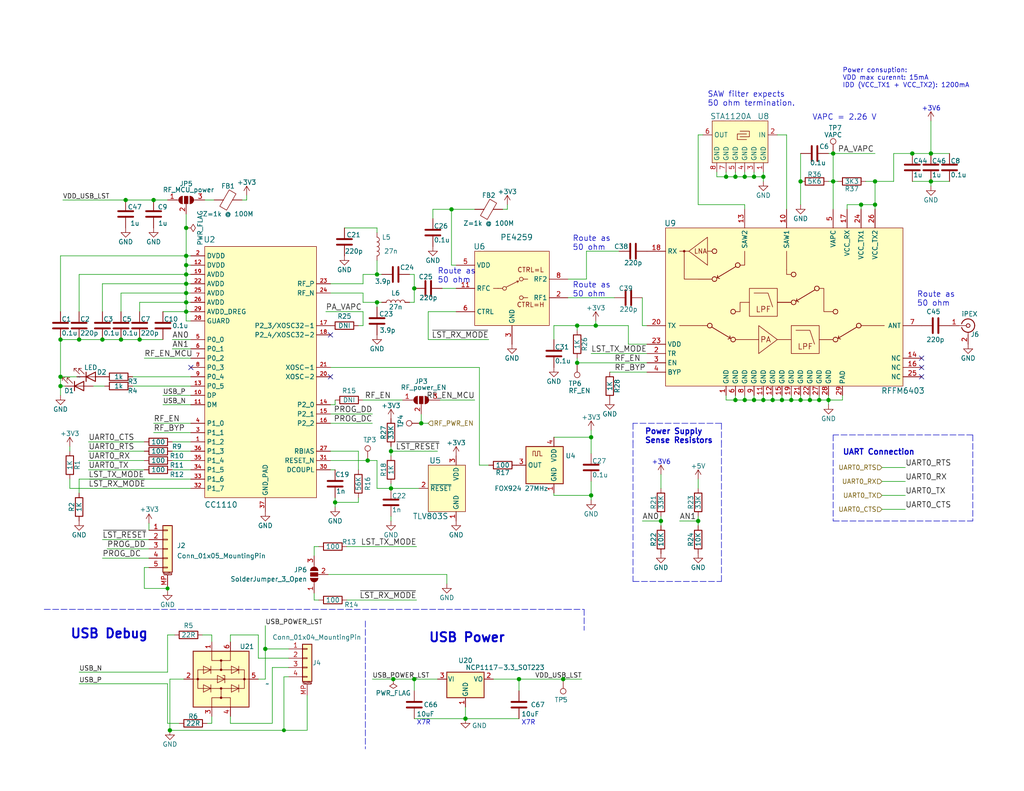
<source format=kicad_sch>
(kicad_sch (version 20211123) (generator eeschema)

  (uuid 31b0c6a8-031c-465a-a937-d97b09c540f9)

  (paper "USLetter")

  (title_block
    (title "OpenLST Reference Design")
    (date "2018-08-02")
    (rev "2.1")
    (comment 1 "Drawn by Ryan Kingsbury")
    (comment 2 "License")
    (comment 3 "This work is licensed under a Creative Commons Attribution-ShareAlike 4.0 International")
    (comment 4 "Copyright 2018 Planet Labs Inc")
  )

  (lib_symbols
    (symbol "Connector:Conn_Coaxial" (pin_names (offset 1.016) hide) (in_bom yes) (on_board yes)
      (property "Reference" "J" (id 0) (at 0.254 3.048 0)
        (effects (font (size 1.27 1.27)))
      )
      (property "Value" "Conn_Coaxial" (id 1) (at 2.921 0 90)
        (effects (font (size 1.27 1.27)))
      )
      (property "Footprint" "" (id 2) (at 0 0 0)
        (effects (font (size 1.27 1.27)) hide)
      )
      (property "Datasheet" " ~" (id 3) (at 0 0 0)
        (effects (font (size 1.27 1.27)) hide)
      )
      (property "ki_keywords" "BNC SMA SMB SMC LEMO coaxial connector CINCH RCA" (id 4) (at 0 0 0)
        (effects (font (size 1.27 1.27)) hide)
      )
      (property "ki_description" "coaxial connector (BNC, SMA, SMB, SMC, Cinch/RCA, LEMO, ...)" (id 5) (at 0 0 0)
        (effects (font (size 1.27 1.27)) hide)
      )
      (property "ki_fp_filters" "*BNC* *SMA* *SMB* *SMC* *Cinch* *LEMO*" (id 6) (at 0 0 0)
        (effects (font (size 1.27 1.27)) hide)
      )
      (symbol "Conn_Coaxial_0_1"
        (arc (start -1.778 -0.508) (mid 0.222 -1.808) (end 1.778 0)
          (stroke (width 0.254) (type default) (color 0 0 0 0))
          (fill (type none))
        )
        (polyline
          (pts
            (xy -2.54 0)
            (xy -0.508 0)
          )
          (stroke (width 0) (type default) (color 0 0 0 0))
          (fill (type none))
        )
        (polyline
          (pts
            (xy 0 -2.54)
            (xy 0 -1.778)
          )
          (stroke (width 0) (type default) (color 0 0 0 0))
          (fill (type none))
        )
        (circle (center 0 0) (radius 0.508)
          (stroke (width 0.2032) (type default) (color 0 0 0 0))
          (fill (type none))
        )
        (arc (start 1.778 0) (mid 0.222 1.8083) (end -1.778 0.508)
          (stroke (width 0.254) (type default) (color 0 0 0 0))
          (fill (type none))
        )
      )
      (symbol "Conn_Coaxial_1_1"
        (pin passive line (at -5.08 0 0) (length 2.54)
          (name "In" (effects (font (size 1.27 1.27))))
          (number "1" (effects (font (size 1.27 1.27))))
        )
        (pin passive line (at 0 -5.08 90) (length 2.54)
          (name "Ext" (effects (font (size 1.27 1.27))))
          (number "2" (effects (font (size 1.27 1.27))))
        )
      )
    )
    (symbol "Connector:TestPoint" (pin_numbers hide) (pin_names (offset 0.762) hide) (in_bom yes) (on_board yes)
      (property "Reference" "TP" (id 0) (at 0 6.858 0)
        (effects (font (size 1.27 1.27)))
      )
      (property "Value" "TestPoint" (id 1) (at 0 5.08 0)
        (effects (font (size 1.27 1.27)))
      )
      (property "Footprint" "" (id 2) (at 5.08 0 0)
        (effects (font (size 1.27 1.27)) hide)
      )
      (property "Datasheet" "~" (id 3) (at 5.08 0 0)
        (effects (font (size 1.27 1.27)) hide)
      )
      (property "ki_keywords" "test point tp" (id 4) (at 0 0 0)
        (effects (font (size 1.27 1.27)) hide)
      )
      (property "ki_description" "test point" (id 5) (at 0 0 0)
        (effects (font (size 1.27 1.27)) hide)
      )
      (property "ki_fp_filters" "Pin* Test*" (id 6) (at 0 0 0)
        (effects (font (size 1.27 1.27)) hide)
      )
      (symbol "TestPoint_0_1"
        (circle (center 0 3.302) (radius 0.762)
          (stroke (width 0) (type default) (color 0 0 0 0))
          (fill (type none))
        )
      )
      (symbol "TestPoint_1_1"
        (pin passive line (at 0 0 90) (length 2.54)
          (name "1" (effects (font (size 1.27 1.27))))
          (number "1" (effects (font (size 1.27 1.27))))
        )
      )
    )
    (symbol "Connector_Generic_MountingPin:Conn_01x04_MountingPin" (pin_names (offset 1.016) hide) (in_bom yes) (on_board yes)
      (property "Reference" "J" (id 0) (at 0 5.08 0)
        (effects (font (size 1.27 1.27)))
      )
      (property "Value" "Conn_01x04_MountingPin" (id 1) (at 1.27 -7.62 0)
        (effects (font (size 1.27 1.27)) (justify left))
      )
      (property "Footprint" "" (id 2) (at 0 0 0)
        (effects (font (size 1.27 1.27)) hide)
      )
      (property "Datasheet" "~" (id 3) (at 0 0 0)
        (effects (font (size 1.27 1.27)) hide)
      )
      (property "ki_keywords" "connector" (id 4) (at 0 0 0)
        (effects (font (size 1.27 1.27)) hide)
      )
      (property "ki_description" "Generic connectable mounting pin connector, single row, 01x04, script generated (kicad-library-utils/schlib/autogen/connector/)" (id 5) (at 0 0 0)
        (effects (font (size 1.27 1.27)) hide)
      )
      (property "ki_fp_filters" "Connector*:*_1x??-1MP*" (id 6) (at 0 0 0)
        (effects (font (size 1.27 1.27)) hide)
      )
      (symbol "Conn_01x04_MountingPin_1_1"
        (rectangle (start -1.27 -4.953) (end 0 -5.207)
          (stroke (width 0.1524) (type default) (color 0 0 0 0))
          (fill (type none))
        )
        (rectangle (start -1.27 -2.413) (end 0 -2.667)
          (stroke (width 0.1524) (type default) (color 0 0 0 0))
          (fill (type none))
        )
        (rectangle (start -1.27 0.127) (end 0 -0.127)
          (stroke (width 0.1524) (type default) (color 0 0 0 0))
          (fill (type none))
        )
        (rectangle (start -1.27 2.667) (end 0 2.413)
          (stroke (width 0.1524) (type default) (color 0 0 0 0))
          (fill (type none))
        )
        (rectangle (start -1.27 3.81) (end 1.27 -6.35)
          (stroke (width 0.254) (type default) (color 0 0 0 0))
          (fill (type background))
        )
        (polyline
          (pts
            (xy -1.016 -7.112)
            (xy 1.016 -7.112)
          )
          (stroke (width 0.1524) (type default) (color 0 0 0 0))
          (fill (type none))
        )
        (text "Mounting" (at 0 -6.731 0)
          (effects (font (size 0.381 0.381)))
        )
        (pin passive line (at -5.08 2.54 0) (length 3.81)
          (name "Pin_1" (effects (font (size 1.27 1.27))))
          (number "1" (effects (font (size 1.27 1.27))))
        )
        (pin passive line (at -5.08 0 0) (length 3.81)
          (name "Pin_2" (effects (font (size 1.27 1.27))))
          (number "2" (effects (font (size 1.27 1.27))))
        )
        (pin passive line (at -5.08 -2.54 0) (length 3.81)
          (name "Pin_3" (effects (font (size 1.27 1.27))))
          (number "3" (effects (font (size 1.27 1.27))))
        )
        (pin passive line (at -5.08 -5.08 0) (length 3.81)
          (name "Pin_4" (effects (font (size 1.27 1.27))))
          (number "4" (effects (font (size 1.27 1.27))))
        )
        (pin passive line (at 0 -10.16 90) (length 3.048)
          (name "MountPin" (effects (font (size 1.27 1.27))))
          (number "MP" (effects (font (size 1.27 1.27))))
        )
      )
    )
    (symbol "Connector_Generic_MountingPin:Conn_01x05_MountingPin" (pin_names (offset 1.016) hide) (in_bom yes) (on_board yes)
      (property "Reference" "J" (id 0) (at 0 7.62 0)
        (effects (font (size 1.27 1.27)))
      )
      (property "Value" "Conn_01x05_MountingPin" (id 1) (at 1.27 -7.62 0)
        (effects (font (size 1.27 1.27)) (justify left))
      )
      (property "Footprint" "" (id 2) (at 0 0 0)
        (effects (font (size 1.27 1.27)) hide)
      )
      (property "Datasheet" "~" (id 3) (at 0 0 0)
        (effects (font (size 1.27 1.27)) hide)
      )
      (property "ki_keywords" "connector" (id 4) (at 0 0 0)
        (effects (font (size 1.27 1.27)) hide)
      )
      (property "ki_description" "Generic connectable mounting pin connector, single row, 01x05, script generated (kicad-library-utils/schlib/autogen/connector/)" (id 5) (at 0 0 0)
        (effects (font (size 1.27 1.27)) hide)
      )
      (property "ki_fp_filters" "Connector*:*_1x??-1MP*" (id 6) (at 0 0 0)
        (effects (font (size 1.27 1.27)) hide)
      )
      (symbol "Conn_01x05_MountingPin_1_1"
        (rectangle (start -1.27 -4.953) (end 0 -5.207)
          (stroke (width 0.1524) (type default) (color 0 0 0 0))
          (fill (type none))
        )
        (rectangle (start -1.27 -2.413) (end 0 -2.667)
          (stroke (width 0.1524) (type default) (color 0 0 0 0))
          (fill (type none))
        )
        (rectangle (start -1.27 0.127) (end 0 -0.127)
          (stroke (width 0.1524) (type default) (color 0 0 0 0))
          (fill (type none))
        )
        (rectangle (start -1.27 2.667) (end 0 2.413)
          (stroke (width 0.1524) (type default) (color 0 0 0 0))
          (fill (type none))
        )
        (rectangle (start -1.27 5.207) (end 0 4.953)
          (stroke (width 0.1524) (type default) (color 0 0 0 0))
          (fill (type none))
        )
        (rectangle (start -1.27 6.35) (end 1.27 -6.35)
          (stroke (width 0.254) (type default) (color 0 0 0 0))
          (fill (type background))
        )
        (polyline
          (pts
            (xy -1.016 -7.112)
            (xy 1.016 -7.112)
          )
          (stroke (width 0.1524) (type default) (color 0 0 0 0))
          (fill (type none))
        )
        (text "Mounting" (at 0 -6.731 0)
          (effects (font (size 0.381 0.381)))
        )
        (pin passive line (at -5.08 5.08 0) (length 3.81)
          (name "Pin_1" (effects (font (size 1.27 1.27))))
          (number "1" (effects (font (size 1.27 1.27))))
        )
        (pin passive line (at -5.08 2.54 0) (length 3.81)
          (name "Pin_2" (effects (font (size 1.27 1.27))))
          (number "2" (effects (font (size 1.27 1.27))))
        )
        (pin passive line (at -5.08 0 0) (length 3.81)
          (name "Pin_3" (effects (font (size 1.27 1.27))))
          (number "3" (effects (font (size 1.27 1.27))))
        )
        (pin passive line (at -5.08 -2.54 0) (length 3.81)
          (name "Pin_4" (effects (font (size 1.27 1.27))))
          (number "4" (effects (font (size 1.27 1.27))))
        )
        (pin passive line (at -5.08 -5.08 0) (length 3.81)
          (name "Pin_5" (effects (font (size 1.27 1.27))))
          (number "5" (effects (font (size 1.27 1.27))))
        )
        (pin passive line (at 0 -10.16 90) (length 3.048)
          (name "MountPin" (effects (font (size 1.27 1.27))))
          (number "MP" (effects (font (size 1.27 1.27))))
        )
      )
    )
    (symbol "Device:C" (pin_numbers hide) (pin_names (offset 0.254)) (in_bom yes) (on_board yes)
      (property "Reference" "C" (id 0) (at 0.635 2.54 0)
        (effects (font (size 1.27 1.27)) (justify left))
      )
      (property "Value" "C" (id 1) (at 0.635 -2.54 0)
        (effects (font (size 1.27 1.27)) (justify left))
      )
      (property "Footprint" "" (id 2) (at 0.9652 -3.81 0)
        (effects (font (size 1.27 1.27)) hide)
      )
      (property "Datasheet" "~" (id 3) (at 0 0 0)
        (effects (font (size 1.27 1.27)) hide)
      )
      (property "ki_keywords" "cap capacitor" (id 4) (at 0 0 0)
        (effects (font (size 1.27 1.27)) hide)
      )
      (property "ki_description" "Unpolarized capacitor" (id 5) (at 0 0 0)
        (effects (font (size 1.27 1.27)) hide)
      )
      (property "ki_fp_filters" "C_*" (id 6) (at 0 0 0)
        (effects (font (size 1.27 1.27)) hide)
      )
      (symbol "C_0_1"
        (polyline
          (pts
            (xy -2.032 -0.762)
            (xy 2.032 -0.762)
          )
          (stroke (width 0.508) (type default) (color 0 0 0 0))
          (fill (type none))
        )
        (polyline
          (pts
            (xy -2.032 0.762)
            (xy 2.032 0.762)
          )
          (stroke (width 0.508) (type default) (color 0 0 0 0))
          (fill (type none))
        )
      )
      (symbol "C_1_1"
        (pin passive line (at 0 3.81 270) (length 2.794)
          (name "~" (effects (font (size 1.27 1.27))))
          (number "1" (effects (font (size 1.27 1.27))))
        )
        (pin passive line (at 0 -3.81 90) (length 2.794)
          (name "~" (effects (font (size 1.27 1.27))))
          (number "2" (effects (font (size 1.27 1.27))))
        )
      )
    )
    (symbol "Device:FerriteBead" (pin_numbers hide) (pin_names (offset 0)) (in_bom yes) (on_board yes)
      (property "Reference" "FB" (id 0) (at -3.81 0.635 90)
        (effects (font (size 1.27 1.27)))
      )
      (property "Value" "FerriteBead" (id 1) (at 3.81 0 90)
        (effects (font (size 1.27 1.27)))
      )
      (property "Footprint" "" (id 2) (at -1.778 0 90)
        (effects (font (size 1.27 1.27)) hide)
      )
      (property "Datasheet" "~" (id 3) (at 0 0 0)
        (effects (font (size 1.27 1.27)) hide)
      )
      (property "ki_keywords" "L ferrite bead inductor filter" (id 4) (at 0 0 0)
        (effects (font (size 1.27 1.27)) hide)
      )
      (property "ki_description" "Ferrite bead" (id 5) (at 0 0 0)
        (effects (font (size 1.27 1.27)) hide)
      )
      (property "ki_fp_filters" "Inductor_* L_* *Ferrite*" (id 6) (at 0 0 0)
        (effects (font (size 1.27 1.27)) hide)
      )
      (symbol "FerriteBead_0_1"
        (polyline
          (pts
            (xy 0 -1.27)
            (xy 0 -1.2192)
          )
          (stroke (width 0) (type default) (color 0 0 0 0))
          (fill (type none))
        )
        (polyline
          (pts
            (xy 0 1.27)
            (xy 0 1.2954)
          )
          (stroke (width 0) (type default) (color 0 0 0 0))
          (fill (type none))
        )
        (polyline
          (pts
            (xy -2.7686 0.4064)
            (xy -1.7018 2.2606)
            (xy 2.7686 -0.3048)
            (xy 1.6764 -2.159)
            (xy -2.7686 0.4064)
          )
          (stroke (width 0) (type default) (color 0 0 0 0))
          (fill (type none))
        )
      )
      (symbol "FerriteBead_1_1"
        (pin passive line (at 0 3.81 270) (length 2.54)
          (name "~" (effects (font (size 1.27 1.27))))
          (number "1" (effects (font (size 1.27 1.27))))
        )
        (pin passive line (at 0 -3.81 90) (length 2.54)
          (name "~" (effects (font (size 1.27 1.27))))
          (number "2" (effects (font (size 1.27 1.27))))
        )
      )
    )
    (symbol "Device:L" (pin_numbers hide) (pin_names (offset 1.016) hide) (in_bom yes) (on_board yes)
      (property "Reference" "L" (id 0) (at -1.27 0 90)
        (effects (font (size 1.27 1.27)))
      )
      (property "Value" "L" (id 1) (at 1.905 0 90)
        (effects (font (size 1.27 1.27)))
      )
      (property "Footprint" "" (id 2) (at 0 0 0)
        (effects (font (size 1.27 1.27)) hide)
      )
      (property "Datasheet" "~" (id 3) (at 0 0 0)
        (effects (font (size 1.27 1.27)) hide)
      )
      (property "ki_keywords" "inductor choke coil reactor magnetic" (id 4) (at 0 0 0)
        (effects (font (size 1.27 1.27)) hide)
      )
      (property "ki_description" "Inductor" (id 5) (at 0 0 0)
        (effects (font (size 1.27 1.27)) hide)
      )
      (property "ki_fp_filters" "Choke_* *Coil* Inductor_* L_*" (id 6) (at 0 0 0)
        (effects (font (size 1.27 1.27)) hide)
      )
      (symbol "L_0_1"
        (arc (start 0 -2.54) (mid 0.635 -1.905) (end 0 -1.27)
          (stroke (width 0) (type default) (color 0 0 0 0))
          (fill (type none))
        )
        (arc (start 0 -1.27) (mid 0.635 -0.635) (end 0 0)
          (stroke (width 0) (type default) (color 0 0 0 0))
          (fill (type none))
        )
        (arc (start 0 0) (mid 0.635 0.635) (end 0 1.27)
          (stroke (width 0) (type default) (color 0 0 0 0))
          (fill (type none))
        )
        (arc (start 0 1.27) (mid 0.635 1.905) (end 0 2.54)
          (stroke (width 0) (type default) (color 0 0 0 0))
          (fill (type none))
        )
      )
      (symbol "L_1_1"
        (pin passive line (at 0 3.81 270) (length 1.27)
          (name "1" (effects (font (size 1.27 1.27))))
          (number "1" (effects (font (size 1.27 1.27))))
        )
        (pin passive line (at 0 -3.81 90) (length 1.27)
          (name "2" (effects (font (size 1.27 1.27))))
          (number "2" (effects (font (size 1.27 1.27))))
        )
      )
    )
    (symbol "Device:LED" (pin_numbers hide) (pin_names (offset 1.016) hide) (in_bom yes) (on_board yes)
      (property "Reference" "D" (id 0) (at 0 2.54 0)
        (effects (font (size 1.27 1.27)))
      )
      (property "Value" "LED" (id 1) (at 0 -2.54 0)
        (effects (font (size 1.27 1.27)))
      )
      (property "Footprint" "" (id 2) (at 0 0 0)
        (effects (font (size 1.27 1.27)) hide)
      )
      (property "Datasheet" "~" (id 3) (at 0 0 0)
        (effects (font (size 1.27 1.27)) hide)
      )
      (property "ki_keywords" "LED diode" (id 4) (at 0 0 0)
        (effects (font (size 1.27 1.27)) hide)
      )
      (property "ki_description" "Light emitting diode" (id 5) (at 0 0 0)
        (effects (font (size 1.27 1.27)) hide)
      )
      (property "ki_fp_filters" "LED* LED_SMD:* LED_THT:*" (id 6) (at 0 0 0)
        (effects (font (size 1.27 1.27)) hide)
      )
      (symbol "LED_0_1"
        (polyline
          (pts
            (xy -1.27 -1.27)
            (xy -1.27 1.27)
          )
          (stroke (width 0.254) (type default) (color 0 0 0 0))
          (fill (type none))
        )
        (polyline
          (pts
            (xy -1.27 0)
            (xy 1.27 0)
          )
          (stroke (width 0) (type default) (color 0 0 0 0))
          (fill (type none))
        )
        (polyline
          (pts
            (xy 1.27 -1.27)
            (xy 1.27 1.27)
            (xy -1.27 0)
            (xy 1.27 -1.27)
          )
          (stroke (width 0.254) (type default) (color 0 0 0 0))
          (fill (type none))
        )
        (polyline
          (pts
            (xy -3.048 -0.762)
            (xy -4.572 -2.286)
            (xy -3.81 -2.286)
            (xy -4.572 -2.286)
            (xy -4.572 -1.524)
          )
          (stroke (width 0) (type default) (color 0 0 0 0))
          (fill (type none))
        )
        (polyline
          (pts
            (xy -1.778 -0.762)
            (xy -3.302 -2.286)
            (xy -2.54 -2.286)
            (xy -3.302 -2.286)
            (xy -3.302 -1.524)
          )
          (stroke (width 0) (type default) (color 0 0 0 0))
          (fill (type none))
        )
      )
      (symbol "LED_1_1"
        (pin passive line (at -3.81 0 0) (length 2.54)
          (name "K" (effects (font (size 1.27 1.27))))
          (number "1" (effects (font (size 1.27 1.27))))
        )
        (pin passive line (at 3.81 0 180) (length 2.54)
          (name "A" (effects (font (size 1.27 1.27))))
          (number "2" (effects (font (size 1.27 1.27))))
        )
      )
    )
    (symbol "Device:R" (pin_numbers hide) (pin_names (offset 0)) (in_bom yes) (on_board yes)
      (property "Reference" "R" (id 0) (at 2.032 0 90)
        (effects (font (size 1.27 1.27)))
      )
      (property "Value" "R" (id 1) (at 0 0 90)
        (effects (font (size 1.27 1.27)))
      )
      (property "Footprint" "" (id 2) (at -1.778 0 90)
        (effects (font (size 1.27 1.27)) hide)
      )
      (property "Datasheet" "~" (id 3) (at 0 0 0)
        (effects (font (size 1.27 1.27)) hide)
      )
      (property "ki_keywords" "R res resistor" (id 4) (at 0 0 0)
        (effects (font (size 1.27 1.27)) hide)
      )
      (property "ki_description" "Resistor" (id 5) (at 0 0 0)
        (effects (font (size 1.27 1.27)) hide)
      )
      (property "ki_fp_filters" "R_*" (id 6) (at 0 0 0)
        (effects (font (size 1.27 1.27)) hide)
      )
      (symbol "R_0_1"
        (rectangle (start -1.016 -2.54) (end 1.016 2.54)
          (stroke (width 0.254) (type default) (color 0 0 0 0))
          (fill (type none))
        )
      )
      (symbol "R_1_1"
        (pin passive line (at 0 3.81 270) (length 1.27)
          (name "~" (effects (font (size 1.27 1.27))))
          (number "1" (effects (font (size 1.27 1.27))))
        )
        (pin passive line (at 0 -3.81 90) (length 1.27)
          (name "~" (effects (font (size 1.27 1.27))))
          (number "2" (effects (font (size 1.27 1.27))))
        )
      )
    )
    (symbol "Jumper:SolderJumper_3_Open" (pin_names (offset 0) hide) (in_bom yes) (on_board yes)
      (property "Reference" "JP" (id 0) (at -2.54 -2.54 0)
        (effects (font (size 1.27 1.27)))
      )
      (property "Value" "SolderJumper_3_Open" (id 1) (at 0 2.794 0)
        (effects (font (size 1.27 1.27)))
      )
      (property "Footprint" "" (id 2) (at 0 0 0)
        (effects (font (size 1.27 1.27)) hide)
      )
      (property "Datasheet" "~" (id 3) (at 0 0 0)
        (effects (font (size 1.27 1.27)) hide)
      )
      (property "ki_keywords" "Solder Jumper SPDT" (id 4) (at 0 0 0)
        (effects (font (size 1.27 1.27)) hide)
      )
      (property "ki_description" "Solder Jumper, 3-pole, open" (id 5) (at 0 0 0)
        (effects (font (size 1.27 1.27)) hide)
      )
      (property "ki_fp_filters" "SolderJumper*Open*" (id 6) (at 0 0 0)
        (effects (font (size 1.27 1.27)) hide)
      )
      (symbol "SolderJumper_3_Open_0_1"
        (arc (start -1.016 1.016) (mid -2.032 0) (end -1.016 -1.016)
          (stroke (width 0) (type default) (color 0 0 0 0))
          (fill (type none))
        )
        (arc (start -1.016 1.016) (mid -2.032 0) (end -1.016 -1.016)
          (stroke (width 0) (type default) (color 0 0 0 0))
          (fill (type outline))
        )
        (rectangle (start -0.508 1.016) (end 0.508 -1.016)
          (stroke (width 0) (type default) (color 0 0 0 0))
          (fill (type outline))
        )
        (polyline
          (pts
            (xy -2.54 0)
            (xy -2.032 0)
          )
          (stroke (width 0) (type default) (color 0 0 0 0))
          (fill (type none))
        )
        (polyline
          (pts
            (xy -1.016 1.016)
            (xy -1.016 -1.016)
          )
          (stroke (width 0) (type default) (color 0 0 0 0))
          (fill (type none))
        )
        (polyline
          (pts
            (xy 0 -1.27)
            (xy 0 -1.016)
          )
          (stroke (width 0) (type default) (color 0 0 0 0))
          (fill (type none))
        )
        (polyline
          (pts
            (xy 1.016 1.016)
            (xy 1.016 -1.016)
          )
          (stroke (width 0) (type default) (color 0 0 0 0))
          (fill (type none))
        )
        (polyline
          (pts
            (xy 2.54 0)
            (xy 2.032 0)
          )
          (stroke (width 0) (type default) (color 0 0 0 0))
          (fill (type none))
        )
        (arc (start 1.016 -1.016) (mid 2.032 0) (end 1.016 1.016)
          (stroke (width 0) (type default) (color 0 0 0 0))
          (fill (type none))
        )
        (arc (start 1.016 -1.016) (mid 2.032 0) (end 1.016 1.016)
          (stroke (width 0) (type default) (color 0 0 0 0))
          (fill (type outline))
        )
      )
      (symbol "SolderJumper_3_Open_1_1"
        (pin passive line (at -5.08 0 0) (length 2.54)
          (name "A" (effects (font (size 1.27 1.27))))
          (number "1" (effects (font (size 1.27 1.27))))
        )
        (pin input line (at 0 -3.81 90) (length 2.54)
          (name "C" (effects (font (size 1.27 1.27))))
          (number "2" (effects (font (size 1.27 1.27))))
        )
        (pin passive line (at 5.08 0 180) (length 2.54)
          (name "B" (effects (font (size 1.27 1.27))))
          (number "3" (effects (font (size 1.27 1.27))))
        )
      )
    )
    (symbol "Oscillator:FT5HN" (in_bom yes) (on_board yes)
      (property "Reference" "U" (id 0) (at 1.27 11.43 0)
        (effects (font (size 1.27 1.27)))
      )
      (property "Value" "FT5HN" (id 1) (at 2.54 8.89 0)
        (effects (font (size 1.27 1.27)))
      )
      (property "Footprint" "Oscillator:Oscillator_SMD_Fox_FT5H_5.0x3.2mm" (id 2) (at 0 -16.51 0)
        (effects (font (size 1.27 1.27)) hide)
      )
      (property "Datasheet" "https://foxonline.com/wp-content/uploads/pdfs/T5HN_T5HV.pdf" (id 3) (at 1.27 -19.05 0)
        (effects (font (size 1.27 1.27)) hide)
      )
      (property "ki_keywords" "TXCO" (id 4) (at 0 0 0)
        (effects (font (size 1.27 1.27)) hide)
      )
      (property "ki_description" "HCMOS temperature compensated oscillator" (id 5) (at 0 0 0)
        (effects (font (size 1.27 1.27)) hide)
      )
      (property "ki_fp_filters" "Oscillator*SMD*Fox*FT5H*5.0x3.2mm*" (id 6) (at 0 0 0)
        (effects (font (size 1.27 1.27)) hide)
      )
      (symbol "FT5HN_0_1"
        (rectangle (start -5.08 5.08) (end 5.08 -5.08)
          (stroke (width 0.254) (type default) (color 0 0 0 0))
          (fill (type background))
        )
        (polyline
          (pts
            (xy 0.635 2.54)
            (xy 1.27 2.54)
            (xy 1.27 3.81)
            (xy 1.905 3.81)
            (xy 1.905 2.54)
            (xy 2.54 2.54)
            (xy 2.54 3.81)
            (xy 3.175 3.81)
            (xy 3.175 2.54)
          )
          (stroke (width 0) (type default) (color 0 0 0 0))
          (fill (type none))
        )
      )
      (symbol "FT5HN_1_1"
        (pin power_in line (at -2.54 -7.62 90) (length 2.54)
          (name "GND" (effects (font (size 1.27 1.27))))
          (number "1" (effects (font (size 1.27 1.27))))
        )
        (pin passive line (at -2.54 -7.62 90) (length 2.54) hide
          (name "GND" (effects (font (size 1.27 1.27))))
          (number "2" (effects (font (size 1.27 1.27))))
        )
        (pin output line (at 7.62 0 180) (length 2.54)
          (name "OUT" (effects (font (size 1.27 1.27))))
          (number "3" (effects (font (size 1.27 1.27))))
        )
        (pin power_in line (at -2.54 7.62 270) (length 2.54)
          (name "VDD" (effects (font (size 1.27 1.27))))
          (number "4" (effects (font (size 1.27 1.27))))
        )
      )
    )
    (symbol "Power_Protection:USBLC6-2P6" (pin_names hide) (in_bom yes) (on_board yes)
      (property "Reference" "U" (id 0) (at 2.54 8.89 0)
        (effects (font (size 1.27 1.27)) (justify left))
      )
      (property "Value" "USBLC6-2P6" (id 1) (at 2.54 -8.89 0)
        (effects (font (size 1.27 1.27)) (justify left))
      )
      (property "Footprint" "Package_TO_SOT_SMD:SOT-666" (id 2) (at 0 -12.7 0)
        (effects (font (size 1.27 1.27)) hide)
      )
      (property "Datasheet" "https://www.st.com/resource/en/datasheet/usblc6-2.pdf" (id 3) (at 5.08 8.89 0)
        (effects (font (size 1.27 1.27)) hide)
      )
      (property "ki_keywords" "usb ethernet video" (id 4) (at 0 0 0)
        (effects (font (size 1.27 1.27)) hide)
      )
      (property "ki_description" "Very low capacitance ESD protection diode, 2 data-line, SOT-666" (id 5) (at 0 0 0)
        (effects (font (size 1.27 1.27)) hide)
      )
      (property "ki_fp_filters" "SOT?666*" (id 6) (at 0 0 0)
        (effects (font (size 1.27 1.27)) hide)
      )
      (symbol "USBLC6-2P6_0_1"
        (rectangle (start -7.62 -7.62) (end 7.62 7.62)
          (stroke (width 0.254) (type default) (color 0 0 0 0))
          (fill (type background))
        )
        (circle (center -5.08 0) (radius 0.254)
          (stroke (width 0) (type default) (color 0 0 0 0))
          (fill (type outline))
        )
        (circle (center -2.54 0) (radius 0.254)
          (stroke (width 0) (type default) (color 0 0 0 0))
          (fill (type outline))
        )
        (rectangle (start -2.54 6.35) (end 2.54 -6.35)
          (stroke (width 0) (type default) (color 0 0 0 0))
          (fill (type none))
        )
        (circle (center 0 -6.35) (radius 0.254)
          (stroke (width 0) (type default) (color 0 0 0 0))
          (fill (type outline))
        )
        (polyline
          (pts
            (xy -5.08 -2.54)
            (xy -7.62 -2.54)
          )
          (stroke (width 0) (type default) (color 0 0 0 0))
          (fill (type none))
        )
        (polyline
          (pts
            (xy -5.08 0)
            (xy -5.08 -2.54)
          )
          (stroke (width 0) (type default) (color 0 0 0 0))
          (fill (type none))
        )
        (polyline
          (pts
            (xy -5.08 2.54)
            (xy -7.62 2.54)
          )
          (stroke (width 0) (type default) (color 0 0 0 0))
          (fill (type none))
        )
        (polyline
          (pts
            (xy -1.524 -2.794)
            (xy -3.556 -2.794)
          )
          (stroke (width 0) (type default) (color 0 0 0 0))
          (fill (type none))
        )
        (polyline
          (pts
            (xy -1.524 4.826)
            (xy -3.556 4.826)
          )
          (stroke (width 0) (type default) (color 0 0 0 0))
          (fill (type none))
        )
        (polyline
          (pts
            (xy 0 -7.62)
            (xy 0 -6.35)
          )
          (stroke (width 0) (type default) (color 0 0 0 0))
          (fill (type none))
        )
        (polyline
          (pts
            (xy 0 -6.35)
            (xy 0 1.27)
          )
          (stroke (width 0) (type default) (color 0 0 0 0))
          (fill (type none))
        )
        (polyline
          (pts
            (xy 0 1.27)
            (xy 0 6.35)
          )
          (stroke (width 0) (type default) (color 0 0 0 0))
          (fill (type none))
        )
        (polyline
          (pts
            (xy 0 6.35)
            (xy 0 7.62)
          )
          (stroke (width 0) (type default) (color 0 0 0 0))
          (fill (type none))
        )
        (polyline
          (pts
            (xy 1.524 -2.794)
            (xy 3.556 -2.794)
          )
          (stroke (width 0) (type default) (color 0 0 0 0))
          (fill (type none))
        )
        (polyline
          (pts
            (xy 1.524 4.826)
            (xy 3.556 4.826)
          )
          (stroke (width 0) (type default) (color 0 0 0 0))
          (fill (type none))
        )
        (polyline
          (pts
            (xy 5.08 -2.54)
            (xy 7.62 -2.54)
          )
          (stroke (width 0) (type default) (color 0 0 0 0))
          (fill (type none))
        )
        (polyline
          (pts
            (xy 5.08 0)
            (xy 5.08 -2.54)
          )
          (stroke (width 0) (type default) (color 0 0 0 0))
          (fill (type none))
        )
        (polyline
          (pts
            (xy 5.08 2.54)
            (xy 7.62 2.54)
          )
          (stroke (width 0) (type default) (color 0 0 0 0))
          (fill (type none))
        )
        (polyline
          (pts
            (xy -2.54 0)
            (xy -5.08 0)
            (xy -5.08 2.54)
          )
          (stroke (width 0) (type default) (color 0 0 0 0))
          (fill (type none))
        )
        (polyline
          (pts
            (xy 2.54 0)
            (xy 5.08 0)
            (xy 5.08 2.54)
          )
          (stroke (width 0) (type default) (color 0 0 0 0))
          (fill (type none))
        )
        (polyline
          (pts
            (xy -3.556 -4.826)
            (xy -1.524 -4.826)
            (xy -2.54 -2.794)
            (xy -3.556 -4.826)
          )
          (stroke (width 0) (type default) (color 0 0 0 0))
          (fill (type none))
        )
        (polyline
          (pts
            (xy -3.556 2.794)
            (xy -1.524 2.794)
            (xy -2.54 4.826)
            (xy -3.556 2.794)
          )
          (stroke (width 0) (type default) (color 0 0 0 0))
          (fill (type none))
        )
        (polyline
          (pts
            (xy -1.016 -1.016)
            (xy 1.016 -1.016)
            (xy 0 1.016)
            (xy -1.016 -1.016)
          )
          (stroke (width 0) (type default) (color 0 0 0 0))
          (fill (type none))
        )
        (polyline
          (pts
            (xy 1.016 1.016)
            (xy 0.762 1.016)
            (xy -1.016 1.016)
            (xy -1.016 0.508)
          )
          (stroke (width 0) (type default) (color 0 0 0 0))
          (fill (type none))
        )
        (polyline
          (pts
            (xy 3.556 -4.826)
            (xy 1.524 -4.826)
            (xy 2.54 -2.794)
            (xy 3.556 -4.826)
          )
          (stroke (width 0) (type default) (color 0 0 0 0))
          (fill (type none))
        )
        (polyline
          (pts
            (xy 3.556 2.794)
            (xy 1.524 2.794)
            (xy 2.54 4.826)
            (xy 3.556 2.794)
          )
          (stroke (width 0) (type default) (color 0 0 0 0))
          (fill (type none))
        )
        (circle (center 0 6.35) (radius 0.254)
          (stroke (width 0) (type default) (color 0 0 0 0))
          (fill (type outline))
        )
        (circle (center 2.54 0) (radius 0.254)
          (stroke (width 0) (type default) (color 0 0 0 0))
          (fill (type outline))
        )
        (circle (center 5.08 0) (radius 0.254)
          (stroke (width 0) (type default) (color 0 0 0 0))
          (fill (type outline))
        )
      )
      (symbol "USBLC6-2P6_1_1"
        (pin passive line (at -10.16 -2.54 0) (length 2.54)
          (name "I/O1" (effects (font (size 1.27 1.27))))
          (number "1" (effects (font (size 1.27 1.27))))
        )
        (pin passive line (at 0 -10.16 90) (length 2.54)
          (name "GND" (effects (font (size 1.27 1.27))))
          (number "2" (effects (font (size 1.27 1.27))))
        )
        (pin passive line (at 10.16 -2.54 180) (length 2.54)
          (name "I/O2" (effects (font (size 1.27 1.27))))
          (number "3" (effects (font (size 1.27 1.27))))
        )
        (pin passive line (at 10.16 2.54 180) (length 2.54)
          (name "I/O2" (effects (font (size 1.27 1.27))))
          (number "4" (effects (font (size 1.27 1.27))))
        )
        (pin passive line (at 0 10.16 270) (length 2.54)
          (name "VBUS" (effects (font (size 1.27 1.27))))
          (number "5" (effects (font (size 1.27 1.27))))
        )
        (pin passive line (at -10.16 2.54 0) (length 2.54)
          (name "I/O1" (effects (font (size 1.27 1.27))))
          (number "6" (effects (font (size 1.27 1.27))))
        )
      )
    )
    (symbol "Regulator_Linear:NCP1117-3.3_SOT223" (pin_names (offset 0.254)) (in_bom yes) (on_board yes)
      (property "Reference" "U" (id 0) (at -3.81 3.175 0)
        (effects (font (size 1.27 1.27)))
      )
      (property "Value" "NCP1117-3.3_SOT223" (id 1) (at 0 3.175 0)
        (effects (font (size 1.27 1.27)) (justify left))
      )
      (property "Footprint" "Package_TO_SOT_SMD:SOT-223-3_TabPin2" (id 2) (at 0 5.08 0)
        (effects (font (size 1.27 1.27)) hide)
      )
      (property "Datasheet" "http://www.onsemi.com/pub_link/Collateral/NCP1117-D.PDF" (id 3) (at 2.54 -6.35 0)
        (effects (font (size 1.27 1.27)) hide)
      )
      (property "ki_keywords" "REGULATOR LDO 3.3V" (id 4) (at 0 0 0)
        (effects (font (size 1.27 1.27)) hide)
      )
      (property "ki_description" "1A Low drop-out regulator, Fixed Output 3.3V, SOT-223" (id 5) (at 0 0 0)
        (effects (font (size 1.27 1.27)) hide)
      )
      (property "ki_fp_filters" "SOT?223*TabPin2*" (id 6) (at 0 0 0)
        (effects (font (size 1.27 1.27)) hide)
      )
      (symbol "NCP1117-3.3_SOT223_0_1"
        (rectangle (start -5.08 -5.08) (end 5.08 1.905)
          (stroke (width 0.254) (type default) (color 0 0 0 0))
          (fill (type background))
        )
      )
      (symbol "NCP1117-3.3_SOT223_1_1"
        (pin power_in line (at 0 -7.62 90) (length 2.54)
          (name "GND" (effects (font (size 1.27 1.27))))
          (number "1" (effects (font (size 1.27 1.27))))
        )
        (pin power_out line (at 7.62 0 180) (length 2.54)
          (name "VO" (effects (font (size 1.27 1.27))))
          (number "2" (effects (font (size 1.27 1.27))))
        )
        (pin power_in line (at -7.62 0 0) (length 2.54)
          (name "VI" (effects (font (size 1.27 1.27))))
          (number "3" (effects (font (size 1.27 1.27))))
        )
      )
    )
    (symbol "comm:ASR433" (in_bom yes) (on_board yes)
      (property "Reference" "U" (id 0) (at 7.62 6.35 0)
        (effects (font (size 1.27 1.27)))
      )
      (property "Value" "ASR433" (id 1) (at -5.08 6.35 0)
        (effects (font (size 1.27 1.27)))
      )
      (property "Footprint" "" (id 2) (at 0 5.08 0)
        (effects (font (size 1.27 1.27)) hide)
      )
      (property "Datasheet" "" (id 3) (at 0 5.08 0)
        (effects (font (size 1.27 1.27)) hide)
      )
      (symbol "ASR433_0_1"
        (rectangle (start -7.62 -6.35) (end 7.62 5.08)
          (stroke (width 0) (type default) (color 0 0 0 0))
          (fill (type background))
        )
        (polyline
          (pts
            (xy -1.778 1.524)
            (xy 0.762 1.524)
            (xy 0.762 0)
            (xy -1.778 0)
          )
          (stroke (width 0) (type default) (color 0 0 0 0))
          (fill (type none))
        )
        (polyline
          (pts
            (xy 0 2.286)
            (xy -2.54 2.286)
            (xy -2.54 0.762)
            (xy 0 0.762)
          )
          (stroke (width 0) (type default) (color 0 0 0 0))
          (fill (type none))
        )
      )
      (symbol "ASR433_1_1"
        (pin passive line (at -6.35 -8.89 90) (length 2.54)
          (name "GND" (effects (font (size 1.27 1.27))))
          (number "1" (effects (font (size 1.27 1.27))))
        )
        (pin passive line (at -10.16 1.27 0) (length 2.54)
          (name "IN" (effects (font (size 1.27 1.27))))
          (number "2" (effects (font (size 1.27 1.27))))
        )
        (pin passive line (at -3.81 -8.89 90) (length 2.54)
          (name "GND" (effects (font (size 1.27 1.27))))
          (number "3" (effects (font (size 1.27 1.27))))
        )
        (pin passive line (at -1.27 -8.89 90) (length 2.54)
          (name "GND" (effects (font (size 1.27 1.27))))
          (number "4" (effects (font (size 1.27 1.27))))
        )
        (pin passive line (at 1.27 -8.89 90) (length 2.54)
          (name "GND" (effects (font (size 1.27 1.27))))
          (number "5" (effects (font (size 1.27 1.27))))
        )
        (pin passive line (at 10.16 1.27 180) (length 2.54)
          (name "OUT" (effects (font (size 1.27 1.27))))
          (number "6" (effects (font (size 1.27 1.27))))
        )
        (pin passive line (at 3.81 -8.89 90) (length 2.54)
          (name "GND" (effects (font (size 1.27 1.27))))
          (number "7" (effects (font (size 1.27 1.27))))
        )
        (pin passive line (at 6.35 -8.89 90) (length 2.54)
          (name "GND" (effects (font (size 1.27 1.27))))
          (number "8" (effects (font (size 1.27 1.27))))
        )
      )
    )
    (symbol "comm:C11111" (in_bom yes) (on_board yes)
      (property "Reference" "U" (id 0) (at -1.27 34.29 0)
        (effects (font (size 1.27 1.27)))
      )
      (property "Value" "C11111" (id 1) (at 10.16 34.29 0)
        (effects (font (size 1.27 1.27)))
      )
      (property "Footprint" "" (id 2) (at -1.27 34.29 0)
        (effects (font (size 1.27 1.27)) hide)
      )
      (property "Datasheet" "" (id 3) (at -1.27 34.29 0)
        (effects (font (size 1.27 1.27)) hide)
      )
      (symbol "C11111_0_1"
        (rectangle (start -16.51 33.02) (end 13.97 -35.56)
          (stroke (width 0) (type default) (color 0 0 0 0))
          (fill (type background))
        )
      )
      (symbol "C11111_1_1"
        (pin bidirectional line (at -20.32 -20.32 0) (length 3.81)
          (name "P1_2" (effects (font (size 1.27 1.27))))
          (number "1" (effects (font (size 1.016 1.016))))
        )
        (pin bidirectional line (at -20.32 -7.62 0) (length 3.81)
          (name "DP" (effects (font (size 1.27 1.27))))
          (number "10" (effects (font (size 1.016 1.016))))
        )
        (pin bidirectional line (at -20.32 -10.16 0) (length 3.81)
          (name "DM" (effects (font (size 1.27 1.27))))
          (number "11" (effects (font (size 1.016 1.016))))
        )
        (pin power_in line (at -20.32 27.94 0) (length 3.81)
          (name "DVDD" (effects (font (size 1.27 1.27))))
          (number "12" (effects (font (size 1.016 1.016))))
        )
        (pin bidirectional line (at -20.32 -5.08 0) (length 3.81)
          (name "P0_5" (effects (font (size 1.27 1.27))))
          (number "13" (effects (font (size 1.016 1.016))))
        )
        (pin bidirectional line (at 17.78 -10.16 180) (length 3.81)
          (name "P2_0" (effects (font (size 1.27 1.27))))
          (number "14" (effects (font (size 1.016 1.016))))
        )
        (pin bidirectional line (at 17.78 -12.7 180) (length 3.81)
          (name "P2_1" (effects (font (size 1.27 1.27))))
          (number "15" (effects (font (size 1.016 1.016))))
        )
        (pin bidirectional line (at 17.78 -15.24 180) (length 3.81)
          (name "P2_2" (effects (font (size 1.27 1.27))))
          (number "16" (effects (font (size 1.016 1.016))))
        )
        (pin bidirectional line (at 17.78 11.43 180) (length 3.81)
          (name "P2_3/XOSC32-1" (effects (font (size 1.27 1.27))))
          (number "17" (effects (font (size 1.016 1.016))))
        )
        (pin bidirectional line (at 17.78 8.89 180) (length 3.81)
          (name "P2_4/XOSC32-2" (effects (font (size 1.27 1.27))))
          (number "18" (effects (font (size 1.016 1.016))))
        )
        (pin power_in line (at -20.32 25.4 0) (length 3.81)
          (name "AVDD" (effects (font (size 1.27 1.27))))
          (number "19" (effects (font (size 1.016 1.016))))
        )
        (pin power_in line (at -20.32 30.48 0) (length 3.81)
          (name "DVDD" (effects (font (size 1.27 1.27))))
          (number "2" (effects (font (size 1.016 1.016))))
        )
        (pin bidirectional line (at 17.78 -2.54 180) (length 3.81)
          (name "XOSC-2" (effects (font (size 1.27 1.27))))
          (number "20" (effects (font (size 1.016 1.016))))
        )
        (pin bidirectional line (at 17.78 0 180) (length 3.81)
          (name "XOSC-1" (effects (font (size 1.27 1.27))))
          (number "21" (effects (font (size 1.016 1.016))))
        )
        (pin power_in line (at -20.32 22.86 0) (length 3.81)
          (name "AVDD" (effects (font (size 1.27 1.27))))
          (number "22" (effects (font (size 1.016 1.016))))
        )
        (pin bidirectional line (at 17.78 22.86 180) (length 3.81)
          (name "RF_P" (effects (font (size 1.27 1.27))))
          (number "23" (effects (font (size 1.016 1.016))))
        )
        (pin bidirectional line (at 17.78 20.32 180) (length 3.81)
          (name "RF_N" (effects (font (size 1.27 1.27))))
          (number "24" (effects (font (size 1.016 1.016))))
        )
        (pin power_in line (at -20.32 20.32 0) (length 3.81)
          (name "AVDD" (effects (font (size 1.27 1.27))))
          (number "25" (effects (font (size 1.016 1.016))))
        )
        (pin power_in line (at -20.32 17.78 0) (length 3.81)
          (name "AVDD" (effects (font (size 1.27 1.27))))
          (number "26" (effects (font (size 1.016 1.016))))
        )
        (pin bidirectional line (at 17.78 -22.86 180) (length 3.81)
          (name "RBIAS" (effects (font (size 1.27 1.27))))
          (number "27" (effects (font (size 1.016 1.016))))
        )
        (pin power_in line (at -20.32 12.7 0) (length 3.81)
          (name "GUARD" (effects (font (size 1.27 1.27))))
          (number "28" (effects (font (size 1.016 1.016))))
        )
        (pin power_in line (at -20.32 15.24 0) (length 3.81)
          (name "AVDD_DREG" (effects (font (size 1.27 1.27))))
          (number "29" (effects (font (size 1.016 1.016))))
        )
        (pin bidirectional line (at -20.32 -17.78 0) (length 3.81)
          (name "P1_1" (effects (font (size 1.27 1.27))))
          (number "3" (effects (font (size 1.016 1.016))))
        )
        (pin passive line (at 17.78 -27.94 180) (length 3.81)
          (name "DCOUPL" (effects (font (size 1.27 1.27))))
          (number "30" (effects (font (size 1.016 1.016))))
        )
        (pin bidirectional line (at 17.78 -25.4 180) (length 3.81)
          (name "RESET_N" (effects (font (size 1.27 1.27))))
          (number "31" (effects (font (size 1.016 1.016))))
        )
        (pin bidirectional line (at -20.32 -33.02 0) (length 3.81)
          (name "P1_7" (effects (font (size 1.27 1.27))))
          (number "32" (effects (font (size 1.016 1.016))))
        )
        (pin bidirectional line (at -20.32 -30.48 0) (length 3.81)
          (name "P1_6" (effects (font (size 1.27 1.27))))
          (number "33" (effects (font (size 1.016 1.016))))
        )
        (pin bidirectional line (at -20.32 -27.94 0) (length 3.81)
          (name "P1_5" (effects (font (size 1.27 1.27))))
          (number "34" (effects (font (size 1.016 1.016))))
        )
        (pin bidirectional line (at -20.32 -25.4 0) (length 3.81)
          (name "P1_4" (effects (font (size 1.27 1.27))))
          (number "35" (effects (font (size 1.016 1.016))))
        )
        (pin bidirectional line (at -20.32 -22.86 0) (length 3.81)
          (name "P1_3" (effects (font (size 1.27 1.27))))
          (number "36" (effects (font (size 1.016 1.016))))
        )
        (pin passive line (at 0 -39.37 90) (length 3.81)
          (name "GND_PAD" (effects (font (size 1.27 1.27))))
          (number "37" (effects (font (size 1.016 1.016))))
        )
        (pin bidirectional line (at -20.32 -15.24 0) (length 3.81)
          (name "P1_0" (effects (font (size 1.27 1.27))))
          (number "4" (effects (font (size 1.016 1.016))))
        )
        (pin bidirectional line (at -20.32 7.62 0) (length 3.81)
          (name "P0_0" (effects (font (size 1.27 1.27))))
          (number "5" (effects (font (size 1.016 1.016))))
        )
        (pin bidirectional line (at -20.32 5.08 0) (length 3.81)
          (name "P0_1" (effects (font (size 1.27 1.27))))
          (number "6" (effects (font (size 1.016 1.016))))
        )
        (pin bidirectional line (at -20.32 2.54 0) (length 3.81)
          (name "P0_2" (effects (font (size 1.27 1.27))))
          (number "7" (effects (font (size 1.016 1.016))))
        )
        (pin bidirectional line (at -20.32 0 0) (length 3.81)
          (name "P0_3" (effects (font (size 1.27 1.27))))
          (number "8" (effects (font (size 1.016 1.016))))
        )
        (pin bidirectional line (at -20.32 -2.54 0) (length 3.81)
          (name "P0_4" (effects (font (size 1.27 1.27))))
          (number "9" (effects (font (size 1.016 1.016))))
        )
      )
    )
    (symbol "comm:PE4259" (in_bom yes) (on_board yes)
      (property "Reference" "U6" (id 0) (at -8.89 11.43 0)
        (effects (font (size 1.524 1.524)))
      )
      (property "Value" "PE4259 (PE42724A-Z)" (id 1) (at 1.27 13.97 0)
        (effects (font (size 1.524 1.524)))
      )
      (property "Footprint" "Package_DFN_QFN:QFN-12-1EP_3x3mm_P0.5mm_EP1.65x1.65mm" (id 2) (at -1.27 11.43 0)
        (effects (font (size 1.27 1.27)) hide)
      )
      (property "Datasheet" "http://www.psemi.com/pdf/datasheets/pe4259ds.pdf" (id 3) (at -1.27 11.43 0)
        (effects (font (size 1.27 1.27)) hide)
      )
      (property "Manuf" "pSemi" (id 4) (at 0 0 0)
        (effects (font (size 1.524 1.524)) hide)
      )
      (property "ManufPN" "4259-63" (id 5) (at 0 0 0)
        (effects (font (size 1.524 1.524)) hide)
      )
      (property "Supplier" "Digikey" (id 6) (at 0 0 0)
        (effects (font (size 1.524 1.524)) hide)
      )
      (property "SupplierPN" "1046-1011-1-ND" (id 7) (at 0 -2.54 0)
        (effects (font (size 1.524 1.524)) hide)
      )
      (symbol "PE4259_0_0"
        (text "CTRL=H" (at 5.08 -4.445 0)
          (effects (font (size 1.27 1.27)))
        )
        (text "CTRL=L" (at 5.08 5.08 0)
          (effects (font (size 1.27 1.27)))
        )
      )
      (symbol "PE4259_0_1"
        (rectangle (start -10.16 10.16) (end 10.16 -10.16)
          (stroke (width 0) (type default) (color 0 0 0 0))
          (fill (type background))
        )
        (circle (center -2.032 0) (radius 0.508)
          (stroke (width 0) (type default) (color 0 0 0 0))
          (fill (type none))
        )
        (polyline
          (pts
            (xy -3.81 0)
            (xy -5.08 0)
          )
          (stroke (width 0) (type default) (color 0 0 0 0))
          (fill (type none))
        )
        (polyline
          (pts
            (xy -3.81 0)
            (xy -2.54 0)
          )
          (stroke (width 0) (type default) (color 0 0 0 0))
          (fill (type none))
        )
        (polyline
          (pts
            (xy -1.524 0.381)
            (xy 1.778 2.032)
          )
          (stroke (width 0) (type default) (color 0 0 0 0))
          (fill (type none))
        )
        (polyline
          (pts
            (xy 1.651 2.032)
            (xy 1.27 2.032)
          )
          (stroke (width 0) (type default) (color 0 0 0 0))
          (fill (type none))
        )
        (polyline
          (pts
            (xy 1.778 2.032)
            (xy 1.524 1.524)
          )
          (stroke (width 0) (type default) (color 0 0 0 0))
          (fill (type none))
        )
        (polyline
          (pts
            (xy 3.048 -2.54)
            (xy 4.318 -2.54)
          )
          (stroke (width 0) (type default) (color 0 0 0 0))
          (fill (type none))
        )
        (polyline
          (pts
            (xy 3.048 2.54)
            (xy 4.318 2.54)
          )
          (stroke (width 0) (type default) (color 0 0 0 0))
          (fill (type none))
        )
        (circle (center 2.54 -2.54) (radius 0.508)
          (stroke (width 0) (type default) (color 0 0 0 0))
          (fill (type none))
        )
        (circle (center 2.54 2.54) (radius 0.508)
          (stroke (width 0) (type default) (color 0 0 0 0))
          (fill (type none))
        )
      )
      (symbol "PE4259_1_1"
        (pin passive line (at 0 -15.24 90) (length 5.08) hide
          (name "GND" (effects (font (size 1.27 1.27))))
          (number "1" (effects (font (size 1.27 1.27))))
        )
        (pin passive line (at 0 -15.24 90) (length 5.08) hide
          (name "GND" (effects (font (size 1.27 1.27))))
          (number "10" (effects (font (size 1.27 1.27))))
        )
        (pin passive line (at -15.24 0 0) (length 5.08)
          (name "RFC" (effects (font (size 1.27 1.27))))
          (number "11" (effects (font (size 1.27 1.27))))
        )
        (pin passive line (at 0 -15.24 90) (length 5.08) hide
          (name "GND" (effects (font (size 1.27 1.27))))
          (number "12" (effects (font (size 1.27 1.27))))
        )
        (pin passive line (at 15.24 -2.54 180) (length 5.08)
          (name "RF1" (effects (font (size 1.27 1.27))))
          (number "2" (effects (font (size 1.27 1.27))))
        )
        (pin passive line (at 0 -15.24 90) (length 5.08)
          (name "GND" (effects (font (size 1.27 1.27))))
          (number "3" (effects (font (size 1.27 1.27))))
        )
        (pin no_connect line (at 6.35 -15.24 90) (length 5.08) hide
          (name "NC" (effects (font (size 1.27 1.27))))
          (number "4" (effects (font (size 1.27 1.27))))
        )
        (pin passive line (at -15.24 6.35 0) (length 5.08)
          (name "VDD" (effects (font (size 1.27 1.27))))
          (number "5" (effects (font (size 1.27 1.27))))
        )
        (pin passive line (at -15.24 -6.35 0) (length 5.08)
          (name "CTRL" (effects (font (size 1.27 1.27))))
          (number "6" (effects (font (size 1.27 1.27))))
        )
        (pin passive line (at 0 -15.24 90) (length 5.08) hide
          (name "GND" (effects (font (size 1.27 1.27))))
          (number "7" (effects (font (size 1.27 1.27))))
        )
        (pin passive line (at 15.24 2.54 180) (length 5.08)
          (name "RF2" (effects (font (size 1.27 1.27))))
          (number "8" (effects (font (size 1.27 1.27))))
        )
        (pin passive line (at 0 -15.24 90) (length 5.08) hide
          (name "GND" (effects (font (size 1.27 1.27))))
          (number "9" (effects (font (size 1.27 1.27))))
        )
      )
    )
    (symbol "comm:RFFM6403" (in_bom yes) (on_board yes)
      (property "Reference" "U" (id 0) (at -30.48 22.86 0)
        (effects (font (size 1.27 1.27)))
      )
      (property "Value" "RFFM6403" (id 1) (at 30.48 -22.86 0)
        (effects (font (size 1.27 1.27)))
      )
      (property "Footprint" "" (id 2) (at 0 24.13 0)
        (effects (font (size 1.27 1.27)) hide)
      )
      (property "Datasheet" "" (id 3) (at 0 24.13 0)
        (effects (font (size 1.27 1.27)) hide)
      )
      (symbol "RFFM6403_0_0"
        (rectangle (start -31.75 21.59) (end 33.02 -21.59)
          (stroke (width 0) (type default) (color 0 0 0 0))
          (fill (type background))
        )
        (circle (center -26.67 15.24) (radius 0.254)
          (stroke (width 0) (type default) (color 0 0 0 0))
          (fill (type outline))
        )
        (polyline
          (pts
            (xy -25.4 15.24)
            (xy -27.94 15.24)
          )
          (stroke (width 0) (type default) (color 0 0 0 0))
          (fill (type none))
        )
        (polyline
          (pts
            (xy -22.86 7.62)
            (xy -19.05 7.62)
          )
          (stroke (width 0) (type default) (color 0 0 0 0))
          (fill (type none))
        )
        (polyline
          (pts
            (xy -22.86 7.62)
            (xy -19.05 7.62)
          )
          (stroke (width 0) (type default) (color 0 0 0 0))
          (fill (type none))
        )
        (polyline
          (pts
            (xy -21.59 -5.08)
            (xy -27.94 -5.08)
          )
          (stroke (width 0) (type default) (color 0 0 0 0))
          (fill (type none))
        )
        (polyline
          (pts
            (xy -20.32 15.24)
            (xy -19.05 15.24)
          )
          (stroke (width 0) (type default) (color 0 0 0 0))
          (fill (type none))
        )
        (polyline
          (pts
            (xy -1.27 -8.89)
            (xy 2.54 -8.89)
          )
          (stroke (width 0) (type default) (color 0 0 0 0))
          (fill (type none))
        )
        (polyline
          (pts
            (xy -1.27 1.27)
            (xy 2.54 1.27)
          )
          (stroke (width 0) (type default) (color 0 0 0 0))
          (fill (type none))
        )
        (polyline
          (pts
            (xy -1.27 1.27)
            (xy 2.54 1.27)
          )
          (stroke (width 0) (type default) (color 0 0 0 0))
          (fill (type none))
        )
        (polyline
          (pts
            (xy 1.27 10.16)
            (xy 1.27 15.24)
          )
          (stroke (width 0) (type default) (color 0 0 0 0))
          (fill (type none))
        )
        (polyline
          (pts
            (xy 10.16 -8.89)
            (xy 13.97 -8.89)
          )
          (stroke (width 0) (type default) (color 0 0 0 0))
          (fill (type none))
        )
        (polyline
          (pts
            (xy 10.16 -8.89)
            (xy 13.97 -8.89)
          )
          (stroke (width 0) (type default) (color 0 0 0 0))
          (fill (type none))
        )
        (polyline
          (pts
            (xy -22.86 7.62)
            (xy -26.67 7.62)
            (xy -26.67 15.24)
          )
          (stroke (width 0) (type default) (color 0 0 0 0))
          (fill (type none))
        )
        (polyline
          (pts
            (xy -11.43 11.43)
            (xy -10.16 11.43)
            (xy -10.16 15.24)
          )
          (stroke (width 0) (type default) (color 0 0 0 0))
          (fill (type none))
        )
        (polyline
          (pts
            (xy 2.54 8.89)
            (xy 1.27 8.89)
            (xy 1.27 10.16)
          )
          (stroke (width 0) (type default) (color 0 0 0 0))
          (fill (type none))
        )
        (text "LNA" (at -22.225 15.24 0)
          (effects (font (size 1.27 1.27)))
        )
        (text "LPF" (at -5.08 -0.635 0)
          (effects (font (size 1.524 1.524)))
        )
        (text "LPF" (at 6.35 -10.795 0)
          (effects (font (size 1.524 1.524)))
        )
        (text "PA" (at -4.445 -8.89 0)
          (effects (font (size 1.524 1.524)))
        )
      )
      (symbol "RFFM6403_0_1"
        (circle (center -19.685 -5.08) (radius 0.635)
          (stroke (width 0) (type default) (color 0 0 0 0))
          (fill (type none))
        )
        (circle (center -19.685 -5.08) (radius 0.635)
          (stroke (width 0) (type default) (color 0 0 0 0))
          (fill (type none))
        )
        (circle (center -18.415 7.62) (radius 0.635)
          (stroke (width 0) (type default) (color 0 0 0 0))
          (fill (type none))
        )
        (circle (center -18.415 7.62) (radius 0.635)
          (stroke (width 0) (type default) (color 0 0 0 0))
          (fill (type none))
        )
        (circle (center -18.415 15.24) (radius 0.635)
          (stroke (width 0) (type default) (color 0 0 0 0))
          (fill (type none))
        )
        (circle (center -18.415 15.24) (radius 0.635)
          (stroke (width 0) (type default) (color 0 0 0 0))
          (fill (type none))
        )
        (circle (center -13.335 -8.89) (radius 0.635)
          (stroke (width 0) (type default) (color 0 0 0 0))
          (fill (type none))
        )
        (circle (center -13.335 -8.89) (radius 0.635)
          (stroke (width 0) (type default) (color 0 0 0 0))
          (fill (type none))
        )
        (circle (center -13.335 -1.27) (radius 0.635)
          (stroke (width 0) (type default) (color 0 0 0 0))
          (fill (type none))
        )
        (circle (center -13.335 -1.27) (radius 0.635)
          (stroke (width 0) (type default) (color 0 0 0 0))
          (fill (type none))
        )
        (circle (center -12.065 11.43) (radius 0.635)
          (stroke (width 0) (type default) (color 0 0 0 0))
          (fill (type none))
        )
        (circle (center -12.065 11.43) (radius 0.635)
          (stroke (width 0) (type default) (color 0 0 0 0))
          (fill (type none))
        )
        (rectangle (start -8.89 5.08) (end -1.27 -2.54)
          (stroke (width 0) (type default) (color 0 0 0 0))
          (fill (type none))
        )
        (polyline
          (pts
            (xy -20.32 -5.08)
            (xy -21.59 -5.08)
          )
          (stroke (width 0) (type default) (color 0 0 0 0))
          (fill (type none))
        )
        (polyline
          (pts
            (xy -17.653 8.001)
            (xy -17.018 7.747)
          )
          (stroke (width 0) (type default) (color 0 0 0 0))
          (fill (type none))
        )
        (polyline
          (pts
            (xy -17.653 8.001)
            (xy -17.018 7.747)
          )
          (stroke (width 0) (type default) (color 0 0 0 0))
          (fill (type none))
        )
        (polyline
          (pts
            (xy -14.097 -8.509)
            (xy -14.732 -8.763)
          )
          (stroke (width 0) (type default) (color 0 0 0 0))
          (fill (type none))
        )
        (polyline
          (pts
            (xy -14.097 -8.509)
            (xy -14.732 -8.763)
          )
          (stroke (width 0) (type default) (color 0 0 0 0))
          (fill (type none))
        )
        (polyline
          (pts
            (xy -12.7 -8.89)
            (xy -6.35 -8.89)
          )
          (stroke (width 0) (type default) (color 0 0 0 0))
          (fill (type none))
        )
        (polyline
          (pts
            (xy 3.937 1.651)
            (xy 4.572 1.397)
          )
          (stroke (width 0) (type default) (color 0 0 0 0))
          (fill (type none))
        )
        (polyline
          (pts
            (xy 3.937 1.651)
            (xy 4.572 1.397)
          )
          (stroke (width 0) (type default) (color 0 0 0 0))
          (fill (type none))
        )
        (polyline
          (pts
            (xy 15.367 -8.509)
            (xy 16.002 -8.763)
          )
          (stroke (width 0) (type default) (color 0 0 0 0))
          (fill (type none))
        )
        (polyline
          (pts
            (xy 15.367 -8.509)
            (xy 16.002 -8.763)
          )
          (stroke (width 0) (type default) (color 0 0 0 0))
          (fill (type none))
        )
        (polyline
          (pts
            (xy 21.59 -5.08)
            (xy 27.94 -5.08)
          )
          (stroke (width 0) (type default) (color 0 0 0 0))
          (fill (type none))
        )
        (polyline
          (pts
            (xy -19.177 -5.461)
            (xy -14.097 -8.509)
            (xy -14.224 -7.874)
          )
          (stroke (width 0) (type default) (color 0 0 0 0))
          (fill (type none))
        )
        (polyline
          (pts
            (xy -19.177 -5.461)
            (xy -14.097 -8.509)
            (xy -14.224 -7.874)
          )
          (stroke (width 0) (type default) (color 0 0 0 0))
          (fill (type none))
        )
        (polyline
          (pts
            (xy -12.573 11.049)
            (xy -17.653 8.001)
            (xy -17.526 8.636)
          )
          (stroke (width 0) (type default) (color 0 0 0 0))
          (fill (type none))
        )
        (polyline
          (pts
            (xy -12.573 11.049)
            (xy -17.653 8.001)
            (xy -17.526 8.636)
          )
          (stroke (width 0) (type default) (color 0 0 0 0))
          (fill (type none))
        )
        (polyline
          (pts
            (xy -7.62 3.81)
            (xy -3.81 3.81)
            (xy -2.54 0)
          )
          (stroke (width 0) (type default) (color 0 0 0 0))
          (fill (type none))
        )
        (polyline
          (pts
            (xy 3.81 -6.35)
            (xy 7.62 -6.35)
            (xy 8.89 -10.16)
          )
          (stroke (width 0) (type default) (color 0 0 0 0))
          (fill (type none))
        )
        (polyline
          (pts
            (xy 9.017 4.699)
            (xy 3.937 1.651)
            (xy 4.064 2.286)
          )
          (stroke (width 0) (type default) (color 0 0 0 0))
          (fill (type none))
        )
        (polyline
          (pts
            (xy 9.017 4.699)
            (xy 3.937 1.651)
            (xy 4.064 2.286)
          )
          (stroke (width 0) (type default) (color 0 0 0 0))
          (fill (type none))
        )
        (polyline
          (pts
            (xy 20.447 -5.461)
            (xy 15.367 -8.509)
            (xy 15.494 -7.874)
          )
          (stroke (width 0) (type default) (color 0 0 0 0))
          (fill (type none))
        )
        (polyline
          (pts
            (xy 20.447 -5.461)
            (xy 15.367 -8.509)
            (xy 15.494 -7.874)
          )
          (stroke (width 0) (type default) (color 0 0 0 0))
          (fill (type none))
        )
        (polyline
          (pts
            (xy -20.32 11.43)
            (xy -20.32 19.05)
            (xy -25.4 15.24)
            (xy -20.32 11.43)
          )
          (stroke (width 0) (type default) (color 0 0 0 0))
          (fill (type none))
        )
        (polyline
          (pts
            (xy -12.7 -1.27)
            (xy -11.43 -1.27)
            (xy -11.43 1.27)
            (xy -8.89 1.27)
          )
          (stroke (width 0) (type default) (color 0 0 0 0))
          (fill (type none))
        )
        (polyline
          (pts
            (xy -6.35 -12.7)
            (xy -6.35 -5.08)
            (xy -1.27 -8.89)
            (xy -6.35 -12.7)
          )
          (stroke (width 0) (type default) (color 0 0 0 0))
          (fill (type none))
        )
        (polyline
          (pts
            (xy 13.97 -1.27)
            (xy 11.43 -1.27)
            (xy 11.43 5.08)
            (xy 10.16 5.08)
          )
          (stroke (width 0) (type default) (color 0 0 0 0))
          (fill (type none))
        )
        (rectangle (start 2.54 -5.08) (end 10.16 -12.7)
          (stroke (width 0) (type default) (color 0 0 0 0))
          (fill (type none))
        )
        (circle (center 3.175 1.27) (radius 0.635)
          (stroke (width 0) (type default) (color 0 0 0 0))
          (fill (type none))
        )
        (circle (center 3.175 1.27) (radius 0.635)
          (stroke (width 0) (type default) (color 0 0 0 0))
          (fill (type none))
        )
        (circle (center 3.175 8.89) (radius 0.635)
          (stroke (width 0) (type default) (color 0 0 0 0))
          (fill (type none))
        )
        (circle (center 3.175 8.89) (radius 0.635)
          (stroke (width 0) (type default) (color 0 0 0 0))
          (fill (type none))
        )
        (circle (center 9.525 5.08) (radius 0.635)
          (stroke (width 0) (type default) (color 0 0 0 0))
          (fill (type none))
        )
        (circle (center 9.525 5.08) (radius 0.635)
          (stroke (width 0) (type default) (color 0 0 0 0))
          (fill (type none))
        )
        (circle (center 14.605 -8.89) (radius 0.635)
          (stroke (width 0) (type default) (color 0 0 0 0))
          (fill (type none))
        )
        (circle (center 14.605 -8.89) (radius 0.635)
          (stroke (width 0) (type default) (color 0 0 0 0))
          (fill (type none))
        )
        (circle (center 14.605 -1.27) (radius 0.635)
          (stroke (width 0) (type default) (color 0 0 0 0))
          (fill (type none))
        )
        (circle (center 14.605 -1.27) (radius 0.635)
          (stroke (width 0) (type default) (color 0 0 0 0))
          (fill (type none))
        )
        (circle (center 20.955 -5.08) (radius 0.635)
          (stroke (width 0) (type default) (color 0 0 0 0))
          (fill (type none))
        )
        (circle (center 20.955 -5.08) (radius 0.635)
          (stroke (width 0) (type default) (color 0 0 0 0))
          (fill (type none))
        )
      )
      (symbol "RFFM6403_1_1"
        (pin passive line (at -15.24 -24.13 90) (length 2.54)
          (name "GND" (effects (font (size 1.27 1.27))))
          (number "1" (effects (font (size 1.27 1.27))))
        )
        (pin passive line (at 1.27 26.67 270) (length 5.08)
          (name "SAW1" (effects (font (size 1.27 1.27))))
          (number "10" (effects (font (size 1.27 1.27))))
        )
        (pin passive line (at -5.08 -24.13 90) (length 2.54)
          (name "GND" (effects (font (size 1.27 1.27))))
          (number "11" (effects (font (size 1.27 1.27))))
        )
        (pin passive line (at -2.54 -24.13 90) (length 2.54)
          (name "GND" (effects (font (size 1.27 1.27))))
          (number "12" (effects (font (size 1.27 1.27))))
        )
        (pin passive line (at -10.16 26.67 270) (length 5.08)
          (name "SAW2" (effects (font (size 1.27 1.27))))
          (number "13" (effects (font (size 1.27 1.27))))
        )
        (pin passive line (at 38.1 -13.97 180) (length 5.08)
          (name "NC" (effects (font (size 1.27 1.27))))
          (number "14" (effects (font (size 1.27 1.27))))
        )
        (pin passive line (at 0 -24.13 90) (length 2.54)
          (name "GND" (effects (font (size 1.27 1.27))))
          (number "15" (effects (font (size 1.27 1.27))))
        )
        (pin passive line (at 38.1 -16.51 180) (length 5.08)
          (name "NC" (effects (font (size 1.27 1.27))))
          (number "16" (effects (font (size 1.27 1.27))))
        )
        (pin passive line (at 17.78 26.67 270) (length 5.08)
          (name "VCC_RX" (effects (font (size 1.27 1.27))))
          (number "17" (effects (font (size 1.27 1.27))))
        )
        (pin passive line (at -36.83 15.24 0) (length 5.08)
          (name "RX" (effects (font (size 1.27 1.27))))
          (number "18" (effects (font (size 1.27 1.27))))
        )
        (pin passive line (at 2.54 -24.13 90) (length 2.54)
          (name "GND" (effects (font (size 1.27 1.27))))
          (number "19" (effects (font (size 1.27 1.27))))
        )
        (pin passive line (at -36.83 -12.7 0) (length 5.08)
          (name "TR" (effects (font (size 1.27 1.27))))
          (number "2" (effects (font (size 1.27 1.27))))
        )
        (pin passive line (at -36.83 -5.08 0) (length 5.08)
          (name "TX" (effects (font (size 1.27 1.27))))
          (number "20" (effects (font (size 1.27 1.27))))
        )
        (pin passive line (at 5.08 -24.13 90) (length 2.54)
          (name "GND" (effects (font (size 1.27 1.27))))
          (number "21" (effects (font (size 1.27 1.27))))
        )
        (pin passive line (at 7.62 -24.13 90) (length 2.54)
          (name "GND" (effects (font (size 1.27 1.27))))
          (number "22" (effects (font (size 1.27 1.27))))
        )
        (pin passive line (at -36.83 -10.16 0) (length 5.08)
          (name "VDD" (effects (font (size 1.27 1.27))))
          (number "23" (effects (font (size 1.27 1.27))))
        )
        (pin passive line (at 21.59 26.67 270) (length 5.08)
          (name "VCC_TX1" (effects (font (size 1.27 1.27))))
          (number "24" (effects (font (size 1.27 1.27))))
        )
        (pin passive line (at 38.1 -19.05 180) (length 5.08)
          (name "NC" (effects (font (size 1.27 1.27))))
          (number "25" (effects (font (size 1.27 1.27))))
        )
        (pin passive line (at 25.4 26.67 270) (length 5.08)
          (name "VCC_TX2" (effects (font (size 1.27 1.27))))
          (number "26" (effects (font (size 1.27 1.27))))
        )
        (pin passive line (at 10.16 -24.13 90) (length 2.54)
          (name "GND" (effects (font (size 1.27 1.27))))
          (number "27" (effects (font (size 1.27 1.27))))
        )
        (pin passive line (at 12.7 -24.13 90) (length 2.54)
          (name "GND" (effects (font (size 1.27 1.27))))
          (number "28" (effects (font (size 1.27 1.27))))
        )
        (pin passive line (at 16.51 -24.13 90) (length 2.54)
          (name "PAD" (effects (font (size 1.27 1.27))))
          (number "29" (effects (font (size 1.27 1.27))))
        )
        (pin passive line (at -36.83 -15.24 0) (length 5.08)
          (name "EN" (effects (font (size 1.27 1.27))))
          (number "3" (effects (font (size 1.27 1.27))))
        )
        (pin passive line (at -36.83 -17.78 0) (length 5.08)
          (name "BYP" (effects (font (size 1.27 1.27))))
          (number "4" (effects (font (size 1.27 1.27))))
        )
        (pin passive line (at 13.97 26.67 270) (length 5.08)
          (name "VAPC" (effects (font (size 1.27 1.27))))
          (number "5" (effects (font (size 1.27 1.27))))
        )
        (pin passive line (at -12.7 -24.13 90) (length 2.54)
          (name "GND" (effects (font (size 1.27 1.27))))
          (number "6" (effects (font (size 1.27 1.27))))
        )
        (pin passive line (at 38.1 -5.08 180) (length 5.08)
          (name "ANT" (effects (font (size 1.27 1.27))))
          (number "7" (effects (font (size 1.27 1.27))))
        )
        (pin passive line (at -10.16 -24.13 90) (length 2.54)
          (name "GND" (effects (font (size 1.27 1.27))))
          (number "8" (effects (font (size 1.27 1.27))))
        )
        (pin passive line (at -7.62 -24.13 90) (length 2.54)
          (name "GND" (effects (font (size 1.27 1.27))))
          (number "9" (effects (font (size 1.27 1.27))))
        )
      )
    )
    (symbol "comm:TLV803S" (in_bom yes) (on_board yes)
      (property "Reference" "U" (id 0) (at -1.27 0 0)
        (effects (font (size 1.27 1.27)))
      )
      (property "Value" "TLV803S" (id 1) (at -1.27 -15.24 0)
        (effects (font (size 1.27 1.27)))
      )
      (property "Footprint" "" (id 2) (at -1.27 0 0)
        (effects (font (size 1.27 1.27)) hide)
      )
      (property "Datasheet" "" (id 3) (at -1.27 0 0)
        (effects (font (size 1.27 1.27)) hide)
      )
      (symbol "TLV803S_0_0"
        (rectangle (start 7.62 -1.27) (end -2.54 -13.97)
          (stroke (width 0) (type default) (color 0 0 0 0))
          (fill (type background))
        )
      )
      (symbol "TLV803S_1_1"
        (pin passive line (at 5.08 -16.51 90) (length 2.54)
          (name "GND" (effects (font (size 1.27 1.27))))
          (number "1" (effects (font (size 1.27 1.27))))
        )
        (pin passive line (at -5.08 -7.62 0) (length 2.54)
          (name "~{RESET}" (effects (font (size 1.27 1.27))))
          (number "2" (effects (font (size 1.27 1.27))))
        )
        (pin passive line (at 5.08 1.27 270) (length 2.54)
          (name "VDD" (effects (font (size 1.27 1.27))))
          (number "3" (effects (font (size 1.27 1.27))))
        )
      )
    )
    (symbol "power:+3V3" (power) (pin_names (offset 0)) (in_bom yes) (on_board yes)
      (property "Reference" "#PWR" (id 0) (at 0 -3.81 0)
        (effects (font (size 1.27 1.27)) hide)
      )
      (property "Value" "+3V3" (id 1) (at 0 3.556 0)
        (effects (font (size 1.27 1.27)))
      )
      (property "Footprint" "" (id 2) (at 0 0 0)
        (effects (font (size 1.27 1.27)) hide)
      )
      (property "Datasheet" "" (id 3) (at 0 0 0)
        (effects (font (size 1.27 1.27)) hide)
      )
      (property "ki_keywords" "power-flag" (id 4) (at 0 0 0)
        (effects (font (size 1.27 1.27)) hide)
      )
      (property "ki_description" "Power symbol creates a global label with name \"+3V3\"" (id 5) (at 0 0 0)
        (effects (font (size 1.27 1.27)) hide)
      )
      (symbol "+3V3_0_1"
        (polyline
          (pts
            (xy -0.762 1.27)
            (xy 0 2.54)
          )
          (stroke (width 0) (type default) (color 0 0 0 0))
          (fill (type none))
        )
        (polyline
          (pts
            (xy 0 0)
            (xy 0 2.54)
          )
          (stroke (width 0) (type default) (color 0 0 0 0))
          (fill (type none))
        )
        (polyline
          (pts
            (xy 0 2.54)
            (xy 0.762 1.27)
          )
          (stroke (width 0) (type default) (color 0 0 0 0))
          (fill (type none))
        )
      )
      (symbol "+3V3_1_1"
        (pin power_in line (at 0 0 90) (length 0) hide
          (name "+3V3" (effects (font (size 1.27 1.27))))
          (number "1" (effects (font (size 1.27 1.27))))
        )
      )
    )
    (symbol "power:+3V8" (power) (pin_names (offset 0)) (in_bom yes) (on_board yes)
      (property "Reference" "#PWR" (id 0) (at 0 -3.81 0)
        (effects (font (size 1.27 1.27)) hide)
      )
      (property "Value" "+3V8" (id 1) (at 0 3.556 0)
        (effects (font (size 1.27 1.27)))
      )
      (property "Footprint" "" (id 2) (at 0 0 0)
        (effects (font (size 1.27 1.27)) hide)
      )
      (property "Datasheet" "" (id 3) (at 0 0 0)
        (effects (font (size 1.27 1.27)) hide)
      )
      (property "ki_keywords" "power-flag" (id 4) (at 0 0 0)
        (effects (font (size 1.27 1.27)) hide)
      )
      (property "ki_description" "Power symbol creates a global label with name \"+3V8\"" (id 5) (at 0 0 0)
        (effects (font (size 1.27 1.27)) hide)
      )
      (symbol "+3V8_0_1"
        (polyline
          (pts
            (xy -0.762 1.27)
            (xy 0 2.54)
          )
          (stroke (width 0) (type default) (color 0 0 0 0))
          (fill (type none))
        )
        (polyline
          (pts
            (xy 0 0)
            (xy 0 2.54)
          )
          (stroke (width 0) (type default) (color 0 0 0 0))
          (fill (type none))
        )
        (polyline
          (pts
            (xy 0 2.54)
            (xy 0.762 1.27)
          )
          (stroke (width 0) (type default) (color 0 0 0 0))
          (fill (type none))
        )
      )
      (symbol "+3V8_1_1"
        (pin power_in line (at 0 0 90) (length 0) hide
          (name "+3V8" (effects (font (size 1.27 1.27))))
          (number "1" (effects (font (size 1.27 1.27))))
        )
      )
    )
    (symbol "power:+5V" (power) (pin_names (offset 0)) (in_bom yes) (on_board yes)
      (property "Reference" "#PWR" (id 0) (at 0 -3.81 0)
        (effects (font (size 1.27 1.27)) hide)
      )
      (property "Value" "+5V" (id 1) (at 0 3.556 0)
        (effects (font (size 1.27 1.27)))
      )
      (property "Footprint" "" (id 2) (at 0 0 0)
        (effects (font (size 1.27 1.27)) hide)
      )
      (property "Datasheet" "" (id 3) (at 0 0 0)
        (effects (font (size 1.27 1.27)) hide)
      )
      (property "ki_keywords" "power-flag" (id 4) (at 0 0 0)
        (effects (font (size 1.27 1.27)) hide)
      )
      (property "ki_description" "Power symbol creates a global label with name \"+5V\"" (id 5) (at 0 0 0)
        (effects (font (size 1.27 1.27)) hide)
      )
      (symbol "+5V_0_1"
        (polyline
          (pts
            (xy -0.762 1.27)
            (xy 0 2.54)
          )
          (stroke (width 0) (type default) (color 0 0 0 0))
          (fill (type none))
        )
        (polyline
          (pts
            (xy 0 0)
            (xy 0 2.54)
          )
          (stroke (width 0) (type default) (color 0 0 0 0))
          (fill (type none))
        )
        (polyline
          (pts
            (xy 0 2.54)
            (xy 0.762 1.27)
          )
          (stroke (width 0) (type default) (color 0 0 0 0))
          (fill (type none))
        )
      )
      (symbol "+5V_1_1"
        (pin power_in line (at 0 0 90) (length 0) hide
          (name "+5V" (effects (font (size 1.27 1.27))))
          (number "1" (effects (font (size 1.27 1.27))))
        )
      )
    )
    (symbol "power:GND" (power) (pin_names (offset 0)) (in_bom yes) (on_board yes)
      (property "Reference" "#PWR" (id 0) (at 0 -6.35 0)
        (effects (font (size 1.27 1.27)) hide)
      )
      (property "Value" "GND" (id 1) (at 0 -3.81 0)
        (effects (font (size 1.27 1.27)))
      )
      (property "Footprint" "" (id 2) (at 0 0 0)
        (effects (font (size 1.27 1.27)) hide)
      )
      (property "Datasheet" "" (id 3) (at 0 0 0)
        (effects (font (size 1.27 1.27)) hide)
      )
      (property "ki_keywords" "power-flag" (id 4) (at 0 0 0)
        (effects (font (size 1.27 1.27)) hide)
      )
      (property "ki_description" "Power symbol creates a global label with name \"GND\" , ground" (id 5) (at 0 0 0)
        (effects (font (size 1.27 1.27)) hide)
      )
      (symbol "GND_0_1"
        (polyline
          (pts
            (xy 0 0)
            (xy 0 -1.27)
            (xy 1.27 -1.27)
            (xy 0 -2.54)
            (xy -1.27 -1.27)
            (xy 0 -1.27)
          )
          (stroke (width 0) (type default) (color 0 0 0 0))
          (fill (type none))
        )
      )
      (symbol "GND_1_1"
        (pin power_in line (at 0 0 270) (length 0) hide
          (name "GND" (effects (font (size 1.27 1.27))))
          (number "1" (effects (font (size 1.27 1.27))))
        )
      )
    )
    (symbol "power:PWR_FLAG" (power) (pin_numbers hide) (pin_names (offset 0) hide) (in_bom yes) (on_board yes)
      (property "Reference" "#FLG" (id 0) (at 0 1.905 0)
        (effects (font (size 1.27 1.27)) hide)
      )
      (property "Value" "PWR_FLAG" (id 1) (at 0 3.81 0)
        (effects (font (size 1.27 1.27)))
      )
      (property "Footprint" "" (id 2) (at 0 0 0)
        (effects (font (size 1.27 1.27)) hide)
      )
      (property "Datasheet" "~" (id 3) (at 0 0 0)
        (effects (font (size 1.27 1.27)) hide)
      )
      (property "ki_keywords" "power-flag" (id 4) (at 0 0 0)
        (effects (font (size 1.27 1.27)) hide)
      )
      (property "ki_description" "Special symbol for telling ERC where power comes from" (id 5) (at 0 0 0)
        (effects (font (size 1.27 1.27)) hide)
      )
      (symbol "PWR_FLAG_0_0"
        (pin power_out line (at 0 0 90) (length 0)
          (name "pwr" (effects (font (size 1.27 1.27))))
          (number "1" (effects (font (size 1.27 1.27))))
        )
      )
      (symbol "PWR_FLAG_0_1"
        (polyline
          (pts
            (xy 0 0)
            (xy 0 1.27)
            (xy -1.016 1.905)
            (xy 0 2.54)
            (xy 1.016 1.905)
            (xy 0 1.27)
          )
          (stroke (width 0) (type default) (color 0 0 0 0))
          (fill (type none))
        )
      )
    )
  )

  (junction (at 254 49.53) (diameter 1.016) (color 0 0 0 0)
    (uuid 01c59306-91a3-452b-92b5-9af8f8f257d6)
  )
  (junction (at 157.48 99.06) (diameter 1.016) (color 0 0 0 0)
    (uuid 0a79db37-f1d9-40b1-a24d-8bdfb8f637e2)
  )
  (junction (at 27.94 92.71) (diameter 1.016) (color 0 0 0 0)
    (uuid 0d095387-710d-4633-a6c3-04eab60b585a)
  )
  (junction (at 50.8 80.01) (diameter 1.016) (color 0 0 0 0)
    (uuid 10fa1a8c-62cb-4b8f-b916-b18d737ff71b)
  )
  (junction (at 153.67 185.42) (diameter 1.016) (color 0 0 0 0)
    (uuid 188eabba-12a3-47b7-9be1-03f0c5a948eb)
  )
  (junction (at 50.8 62.23) (diameter 1.016) (color 0 0 0 0)
    (uuid 19515fa4-c166-4b6e-837d-c01a89e98000)
  )
  (junction (at 21.59 92.71) (diameter 1.016) (color 0 0 0 0)
    (uuid 23345f3e-d08d-4834-b1dc-64de02569916)
  )
  (junction (at 100.33 125.73) (diameter 1.016) (color 0 0 0 0)
    (uuid 29cd9e70-9b68-44f7-96b2-fe993c246832)
  )
  (junction (at 215.9 109.22) (diameter 1.016) (color 0 0 0 0)
    (uuid 2ad4b4ba-3abd-4313-bed9-1edce936a95e)
  )
  (junction (at 102.87 74.93) (diameter 1.016) (color 0 0 0 0)
    (uuid 2e1d63b8-5189-41bb-8b6a-c4ada546b2d5)
  )
  (junction (at 107.315 185.42) (diameter 1.016) (color 0 0 0 0)
    (uuid 2f33286e-7553-4442-acf0-23c61fcd6ab0)
  )
  (junction (at 113.03 78.74) (diameter 1.016) (color 0 0 0 0)
    (uuid 2f5467a7-bd49-433c-92f2-60a842e66f7b)
  )
  (junction (at 161.29 119.38) (diameter 1.016) (color 0 0 0 0)
    (uuid 315d2b15-cfe6-4672-b3ad-24773f3df12c)
  )
  (junction (at 114.935 115.57) (diameter 1.016) (color 0 0 0 0)
    (uuid 41524d81-a7f7-45af-a8c6-15609b68d1fd)
  )
  (junction (at 50.8 69.85) (diameter 1.016) (color 0 0 0 0)
    (uuid 43f341b3-06e9-4e7a-a26e-5365b89d76bf)
  )
  (junction (at 208.28 48.26) (diameter 1.016) (color 0 0 0 0)
    (uuid 45a58c23-3e6d-4df0-af01-6d5948b0075c)
  )
  (junction (at 106.68 123.19) (diameter 1.016) (color 0 0 0 0)
    (uuid 47484446-e64c-4a82-88af-15de92cf6ad4)
  )
  (junction (at 203.2 109.22) (diameter 1.016) (color 0 0 0 0)
    (uuid 48034820-9d25-4020-8e74-d44c1441e803)
  )
  (junction (at 50.8 72.39) (diameter 1.016) (color 0 0 0 0)
    (uuid 4d51bc15-1f84-46be-8e16-e836b10f854e)
  )
  (junction (at 38.1 92.71) (diameter 1.016) (color 0 0 0 0)
    (uuid 5099f397-6fe7-454f-899c-34e2b5f22ca7)
  )
  (junction (at 106.68 133.35) (diameter 1.016) (color 0 0 0 0)
    (uuid 5206328f-de7d-41ba-bad8-f1768b7701cb)
  )
  (junction (at 234.95 55.88) (diameter 1.016) (color 0 0 0 0)
    (uuid 524d7aa8-362f-459a-b2ae-4ca2a0b1612b)
  )
  (junction (at 208.28 109.22) (diameter 1.016) (color 0 0 0 0)
    (uuid 5641be26-f5e9-482f-8616-297f17f4eae2)
  )
  (junction (at 161.29 135.255) (diameter 1.016) (color 0 0 0 0)
    (uuid 5a319d05-1a85-43fe-a179-ebcee7212a03)
  )
  (junction (at 41.91 54.61) (diameter 1.016) (color 0 0 0 0)
    (uuid 6474aa6c-825c-4f0f-9938-759b68df02a5)
  )
  (junction (at 91.44 137.16) (diameter 1.016) (color 0 0 0 0)
    (uuid 7114de55-86d9-46c1-a412-07f5eb895435)
  )
  (junction (at 113.03 185.42) (diameter 1.016) (color 0 0 0 0)
    (uuid 71aa3829-956e-4ff9-af3f-b06e50ab2b5a)
  )
  (junction (at 50.8 85.09) (diameter 1.016) (color 0 0 0 0)
    (uuid 750e60a2-e808-4253-8275-b79930fb2714)
  )
  (junction (at 16.51 102.87) (diameter 1.016) (color 0 0 0 0)
    (uuid 799d9f4a-bb6b-44d5-9f4c-3a30db59943d)
  )
  (junction (at 200.66 109.22) (diameter 1.016) (color 0 0 0 0)
    (uuid 7df9ce6f-7f38-4582-a049-7f92faf1abc9)
  )
  (junction (at 162.56 88.9) (diameter 1.016) (color 0 0 0 0)
    (uuid 80ace02d-cb21-4f08-bc25-572a9e56ff99)
  )
  (junction (at 180.34 142.24) (diameter 1.016) (color 0 0 0 0)
    (uuid 82907d2e-4560-49c2-9cfc-01b127317195)
  )
  (junction (at 227.33 41.91) (diameter 1.016) (color 0 0 0 0)
    (uuid 8313e187-c805-4927-8002-313a51839243)
  )
  (junction (at 213.36 109.22) (diameter 1.016) (color 0 0 0 0)
    (uuid 86143bb0-7899-4df8-b1df-baa3c0ac7889)
  )
  (junction (at 238.76 49.53) (diameter 1.016) (color 0 0 0 0)
    (uuid 8fd0b33a-45bf-4216-9d7e-a62e1c071730)
  )
  (junction (at 210.82 109.22) (diameter 1.016) (color 0 0 0 0)
    (uuid 90d503cf-92b2-4120-a4b0-03a2eddde893)
  )
  (junction (at 200.66 48.26) (diameter 1.016) (color 0 0 0 0)
    (uuid 93afd2e8-e16c-4e06-b872-cf0e624aee35)
  )
  (junction (at 50.8 77.47) (diameter 1.016) (color 0 0 0 0)
    (uuid 9e18f8b3-9e1a-4022-9224-10c12ca8a28d)
  )
  (junction (at 198.12 48.26) (diameter 1.016) (color 0 0 0 0)
    (uuid a09cb1c4-cc63-49c7-a35f-4b80c3ba2217)
  )
  (junction (at 34.29 54.61) (diameter 1.016) (color 0 0 0 0)
    (uuid a12b751e-ae7a-468c-af3d-31ed4d501b01)
  )
  (junction (at 127 196.215) (diameter 1.016) (color 0 0 0 0)
    (uuid a311f3c6-42e3-4584-9725-4a62ff91b6e3)
  )
  (junction (at 254 41.91) (diameter 1.016) (color 0 0 0 0)
    (uuid a4911204-1308-4d17-90a9-1ff5f9c57c9b)
  )
  (junction (at 16.51 92.71) (diameter 1.016) (color 0 0 0 0)
    (uuid ab0ea55a-63b3-4ece-836d-2844713a821f)
  )
  (junction (at 190.5 142.24) (diameter 1.016) (color 0 0 0 0)
    (uuid ab34b936-8ca5-4be1-8599-504cb86609fc)
  )
  (junction (at 45.72 160.655) (diameter 0) (color 0 0 0 0)
    (uuid ab4c6aa6-5889-4395-8d27-4e7365494072)
  )
  (junction (at 227.33 49.53) (diameter 1.016) (color 0 0 0 0)
    (uuid b5cea0b5-192f-476b-a3c8-0c26e2231699)
  )
  (junction (at 220.98 109.22) (diameter 1.016) (color 0 0 0 0)
    (uuid bc01f3e7-a131-4f66-8abc-cc13e855d5e5)
  )
  (junction (at 123.19 57.15) (diameter 1.016) (color 0 0 0 0)
    (uuid bcacf97a-a49b-480c-96ed-a857f56faeb2)
  )
  (junction (at 77.47 199.39) (diameter 0) (color 0 0 0 0)
    (uuid bd1ae869-1fa0-4332-8022-302f75047c3c)
  )
  (junction (at 205.74 48.26) (diameter 1.016) (color 0 0 0 0)
    (uuid be118b00-015b-445a-8fc5-7bf35350fda8)
  )
  (junction (at 16.51 105.41) (diameter 1.016) (color 0 0 0 0)
    (uuid c220da05-2a98-47be-9327-0c73c5263c41)
  )
  (junction (at 141.605 185.42) (diameter 1.016) (color 0 0 0 0)
    (uuid c38f28b6-5bd4-4cf9-b273-1e7b230f6b42)
  )
  (junction (at 218.44 49.53) (diameter 1.016) (color 0 0 0 0)
    (uuid cd2580a0-9e4c-4895-a13c-3b2ee33bafc4)
  )
  (junction (at 50.8 74.93) (diameter 1.016) (color 0 0 0 0)
    (uuid cd48b13f-c989-4ac1-a7f0-053afcd77527)
  )
  (junction (at 218.44 109.22) (diameter 1.016) (color 0 0 0 0)
    (uuid d337c492-7429-4618-b378-df29f72737e3)
  )
  (junction (at 157.48 88.9) (diameter 1.016) (color 0 0 0 0)
    (uuid d5c86a84-6c8b-48b5-b583-2fe7052421ab)
  )
  (junction (at 203.2 48.26) (diameter 1.016) (color 0 0 0 0)
    (uuid dd3da890-32ef-4a5a-aea4-e5d2141f1ff1)
  )
  (junction (at 102.87 82.55) (diameter 1.016) (color 0 0 0 0)
    (uuid dd5f7736-b8aa-44f2-a044-e514d63d48f3)
  )
  (junction (at 226.06 109.22) (diameter 1.016) (color 0 0 0 0)
    (uuid e002a979-85bc-451a-a77b-29ce2a8f19f9)
  )
  (junction (at 50.8 82.55) (diameter 1.016) (color 0 0 0 0)
    (uuid e7376da1-2f59-4570-81e8-46fca0289df0)
  )
  (junction (at 205.74 109.22) (diameter 1.016) (color 0 0 0 0)
    (uuid e8312cc4-6502-4783-b578-55c01e0393af)
  )
  (junction (at 33.02 92.71) (diameter 1.016) (color 0 0 0 0)
    (uuid ea7c53f9-3aa8-4198-9879-de95a5257915)
  )
  (junction (at 248.92 41.91) (diameter 1.016) (color 0 0 0 0)
    (uuid f240e733-157e-4a15-812f-78f42d8a8322)
  )
  (junction (at 46.355 199.39) (diameter 1.016) (color 0 0 0 0)
    (uuid f48f1d12-9008-4743-81e2-bdec45db64a1)
  )
  (junction (at 72.39 177.165) (diameter 1.016) (color 0 0 0 0)
    (uuid f879c0e8-5893-4eb4-8e59-2292a632100f)
  )
  (junction (at 238.76 55.88) (diameter 1.016) (color 0 0 0 0)
    (uuid fc13962a-a464-4fa2-b9a6-4c26667104ee)
  )
  (junction (at 223.52 109.22) (diameter 1.016) (color 0 0 0 0)
    (uuid fd34aa56-ded2-4e97-965a-a39457716f0c)
  )

  (no_connect (at 90.17 91.44) (uuid 07da0a64-f33b-469a-973d-c9b25dd8db9e))
  (no_connect (at 90.17 102.87) (uuid 39387e56-b387-4959-94ce-73d8a78be2b3))
  (no_connect (at 251.46 102.87) (uuid db1a56a6-b7b9-4146-8cd1-d658900b5370))
  (no_connect (at 52.07 100.33) (uuid df72d2fc-ccdb-4b79-8a89-20cce0c913c5))
  (no_connect (at 251.46 100.33) (uuid ee771831-bd6c-4140-95ae-f4245c540cb3))
  (no_connect (at 251.46 97.79) (uuid f69c727c-cf15-44ef-bbb7-55c493ba44b2))

  (wire (pts (xy 44.45 85.09) (xy 50.8 85.09))
    (stroke (width 0) (type solid) (color 0 0 0 0))
    (uuid 001f07de-c19f-406c-b57a-a7031dae9029)
  )
  (wire (pts (xy 33.02 85.09) (xy 33.02 80.01))
    (stroke (width 0) (type solid) (color 0 0 0 0))
    (uuid 018609aa-4a55-47cc-a055-9d5ffe6dc215)
  )
  (wire (pts (xy 45.72 160.655) (xy 45.72 161.29))
    (stroke (width 0) (type default) (color 0 0 0 0))
    (uuid 01b78dbf-3409-41aa-9496-f65444fa6c41)
  )
  (wire (pts (xy 200.66 107.95) (xy 200.66 109.22))
    (stroke (width 0) (type solid) (color 0 0 0 0))
    (uuid 0373717a-7c25-4cdc-8b84-630b3315e48e)
  )
  (wire (pts (xy 141.605 185.42) (xy 153.67 185.42))
    (stroke (width 0) (type solid) (color 0 0 0 0))
    (uuid 059e8dca-9ef5-4b78-b8b5-aeb79e8f2bfd)
  )
  (wire (pts (xy 153.67 185.42) (xy 158.75 185.42))
    (stroke (width 0) (type solid) (color 0 0 0 0))
    (uuid 059e8dca-9ef5-4b78-b8b5-aeb79e8f2bfe)
  )
  (wire (pts (xy 218.44 109.22) (xy 218.44 107.95))
    (stroke (width 0) (type solid) (color 0 0 0 0))
    (uuid 0710b66f-ed0f-4f67-aa8a-31dd493d8f35)
  )
  (wire (pts (xy 91.44 135.89) (xy 91.44 137.16))
    (stroke (width 0) (type solid) (color 0 0 0 0))
    (uuid 09154a0d-12c0-48b5-9163-39dfdea66f78)
  )
  (wire (pts (xy 99.06 109.22) (xy 109.855 109.22))
    (stroke (width 0) (type solid) (color 0 0 0 0))
    (uuid 09a75c36-fcdf-40c7-95be-3890ff327f77)
  )
  (wire (pts (xy 16.51 102.87) (xy 20.955 102.87))
    (stroke (width 0) (type solid) (color 0 0 0 0))
    (uuid 0b6b40ce-ef74-431c-877d-a5a7c35123ec)
  )
  (wire (pts (xy 218.44 49.53) (xy 218.44 55.88))
    (stroke (width 0) (type solid) (color 0 0 0 0))
    (uuid 0c0d9994-3ef0-4a04-88b7-fc1eb3001b96)
  )
  (wire (pts (xy 44.45 110.49) (xy 52.07 110.49))
    (stroke (width 0) (type solid) (color 0 0 0 0))
    (uuid 0c4711d2-f924-4aaf-b681-013f2e628010)
  )
  (polyline (pts (xy 227.33 118.745) (xy 227.33 142.24))
    (stroke (width 0) (type dash) (color 0 0 0 0))
    (uuid 0c9843d3-6f79-438b-95f0-dfbdac5cc9dc)
  )

  (wire (pts (xy 254 49.53) (xy 254 50.8))
    (stroke (width 0) (type solid) (color 0 0 0 0))
    (uuid 0d027b60-4a36-4ddb-b001-ac52e50f2d2d)
  )
  (wire (pts (xy 90.17 100.33) (xy 130.81 100.33))
    (stroke (width 0) (type solid) (color 0 0 0 0))
    (uuid 0d2c17bc-b8aa-45c1-b925-6665cb347660)
  )
  (wire (pts (xy 50.8 85.09) (xy 50.8 87.63))
    (stroke (width 0) (type solid) (color 0 0 0 0))
    (uuid 0e72e75f-373b-435d-b33b-09ebfd173830)
  )
  (wire (pts (xy 21.59 74.93) (xy 50.8 74.93))
    (stroke (width 0) (type solid) (color 0 0 0 0))
    (uuid 0e846a0c-79e7-488b-ba52-6f3e26c690b2)
  )
  (wire (pts (xy 210.82 109.22) (xy 210.82 107.95))
    (stroke (width 0) (type solid) (color 0 0 0 0))
    (uuid 0f609822-a8cd-43ce-84e2-f7d94f29511a)
  )
  (wire (pts (xy 234.95 55.88) (xy 238.76 55.88))
    (stroke (width 0) (type solid) (color 0 0 0 0))
    (uuid 109b5d79-35e2-4194-b65b-12103b73437d)
  )
  (wire (pts (xy 67.31 54.61) (xy 66.04 54.61))
    (stroke (width 0) (type solid) (color 0 0 0 0))
    (uuid 10e88112-67c2-446f-b77b-b8a3b994c6ea)
  )
  (wire (pts (xy 16.51 92.71) (xy 21.59 92.71))
    (stroke (width 0) (type solid) (color 0 0 0 0))
    (uuid 113ffbe2-2693-4119-bdb8-11dea62ba7f3)
  )
  (wire (pts (xy 21.59 92.71) (xy 27.94 92.71))
    (stroke (width 0) (type solid) (color 0 0 0 0))
    (uuid 113ffbe2-2693-4119-bdb8-11dea62ba7f4)
  )
  (wire (pts (xy 27.94 92.71) (xy 33.02 92.71))
    (stroke (width 0) (type solid) (color 0 0 0 0))
    (uuid 113ffbe2-2693-4119-bdb8-11dea62ba7f5)
  )
  (wire (pts (xy 33.02 92.71) (xy 38.1 92.71))
    (stroke (width 0) (type solid) (color 0 0 0 0))
    (uuid 113ffbe2-2693-4119-bdb8-11dea62ba7f6)
  )
  (wire (pts (xy 38.1 92.71) (xy 44.45 92.71))
    (stroke (width 0) (type solid) (color 0 0 0 0))
    (uuid 113ffbe2-2693-4119-bdb8-11dea62ba7f7)
  )
  (wire (pts (xy 25.4 105.41) (xy 28.575 105.41))
    (stroke (width 0) (type solid) (color 0 0 0 0))
    (uuid 1146694e-218f-4201-8413-2bbbd0b538b8)
  )
  (wire (pts (xy 200.66 109.22) (xy 203.2 109.22))
    (stroke (width 0) (type solid) (color 0 0 0 0))
    (uuid 11aedbf9-ee99-46e0-b57c-61a564fc0c9d)
  )
  (wire (pts (xy 226.06 109.22) (xy 229.87 109.22))
    (stroke (width 0) (type solid) (color 0 0 0 0))
    (uuid 11b61e24-b47d-4468-a231-e50344252b5c)
  )
  (wire (pts (xy 106.68 123.19) (xy 119.38 123.19))
    (stroke (width 0) (type solid) (color 0 0 0 0))
    (uuid 11ba78fb-ebb8-4e98-bba1-f0585b1932a3)
  )
  (wire (pts (xy 113.03 196.215) (xy 127 196.215))
    (stroke (width 0) (type solid) (color 0 0 0 0))
    (uuid 1348c5ac-2fb1-4a67-8dfd-2636db4fd5c6)
  )
  (polyline (pts (xy 172.72 158.75) (xy 196.85 158.75))
    (stroke (width 0) (type dash) (color 0 0 0 0))
    (uuid 141d3c1a-1762-448a-9cfa-f89bf7413dc7)
  )

  (wire (pts (xy 213.36 109.22) (xy 215.9 109.22))
    (stroke (width 0) (type solid) (color 0 0 0 0))
    (uuid 1522b5bc-ebf8-41de-9572-261e3a69705d)
  )
  (wire (pts (xy 191.77 36.83) (xy 190.5 36.83))
    (stroke (width 0) (type solid) (color 0 0 0 0))
    (uuid 15ac16c8-52ac-44ce-a521-a190b21f0924)
  )
  (wire (pts (xy 97.79 123.19) (xy 97.79 128.27))
    (stroke (width 0) (type solid) (color 0 0 0 0))
    (uuid 166b26ff-bfb3-406d-ad92-203f5b99e068)
  )
  (wire (pts (xy 171.45 88.9) (xy 171.45 93.98))
    (stroke (width 0) (type solid) (color 0 0 0 0))
    (uuid 167037b1-d01c-491f-a1c7-b20d8f415ca8)
  )
  (wire (pts (xy 220.98 109.22) (xy 223.52 109.22))
    (stroke (width 0) (type solid) (color 0 0 0 0))
    (uuid 192212d3-ee44-4e56-bc2e-76b0d5b77d7d)
  )
  (wire (pts (xy 50.8 77.47) (xy 50.8 80.01))
    (stroke (width 0) (type solid) (color 0 0 0 0))
    (uuid 1a979674-d889-47de-966a-8123d483e225)
  )
  (wire (pts (xy 50.8 72.39) (xy 50.8 74.93))
    (stroke (width 0) (type solid) (color 0 0 0 0))
    (uuid 1b5f8d9f-c23f-4236-9fd7-834c95ba777f)
  )
  (wire (pts (xy 121.92 156.845) (xy 121.92 159.385))
    (stroke (width 0) (type default) (color 0 0 0 0))
    (uuid 1bae8a9a-73a5-4b80-aafe-d6267ec1f9e3)
  )
  (wire (pts (xy 89.535 156.845) (xy 121.92 156.845))
    (stroke (width 0) (type default) (color 0 0 0 0))
    (uuid 1c0e3b13-fd8d-4bae-8029-f091c72eefff)
  )
  (wire (pts (xy 166.37 101.6) (xy 176.53 101.6))
    (stroke (width 0) (type solid) (color 0 0 0 0))
    (uuid 1d9b658c-72c4-4fa8-8714-18f25c995c9e)
  )
  (wire (pts (xy 114.935 115.57) (xy 116.84 115.57))
    (stroke (width 0) (type solid) (color 0 0 0 0))
    (uuid 1dc67f17-17fc-4b94-a2b7-70a0b6a5895f)
  )
  (wire (pts (xy 19.05 130.81) (xy 19.05 133.35))
    (stroke (width 0) (type solid) (color 0 0 0 0))
    (uuid 1e1bea3b-7b95-4b92-8311-8c0cf9ab3b11)
  )
  (wire (pts (xy 151.13 119.38) (xy 161.29 119.38))
    (stroke (width 0) (type solid) (color 0 0 0 0))
    (uuid 1ec1b280-1569-452e-b090-747caa7aaf5a)
  )
  (wire (pts (xy 161.29 119.38) (xy 161.29 117.475))
    (stroke (width 0) (type solid) (color 0 0 0 0))
    (uuid 1ec1b280-1569-452e-b090-747caa7aaf5b)
  )
  (wire (pts (xy 124.46 85.09) (xy 116.84 85.09))
    (stroke (width 0) (type solid) (color 0 0 0 0))
    (uuid 1f347094-93bf-4b07-9085-d23f0392ce6c)
  )
  (wire (pts (xy 161.29 119.38) (xy 161.29 123.825))
    (stroke (width 0) (type solid) (color 0 0 0 0))
    (uuid 206c2727-0113-4166-a45e-63cd4490f544)
  )
  (wire (pts (xy 45.72 173.355) (xy 45.72 183.515))
    (stroke (width 0) (type solid) (color 0 0 0 0))
    (uuid 23adf46f-58d5-49e7-a049-169b28eff4df)
  )
  (polyline (pts (xy 196.85 158.75) (xy 196.85 120.65))
    (stroke (width 0) (type dash) (color 0 0 0 0))
    (uuid 23d25f05-5e54-4add-8440-1b652a8f7209)
  )

  (wire (pts (xy 240.665 139.065) (xy 247.015 139.065))
    (stroke (width 0) (type solid) (color 0 0 0 0))
    (uuid 24e7097d-1990-444b-8d4e-bac95a486c84)
  )
  (wire (pts (xy 57.785 175.26) (xy 57.785 173.355))
    (stroke (width 0) (type solid) (color 0 0 0 0))
    (uuid 26f203a9-b1fb-4798-898c-bbb5c7b4fd8f)
  )
  (wire (pts (xy 90.17 125.73) (xy 100.33 125.73))
    (stroke (width 0) (type solid) (color 0 0 0 0))
    (uuid 29ab046f-fabe-47c6-935c-bbb7ccacdac1)
  )
  (wire (pts (xy 100.33 125.73) (xy 102.87 125.73))
    (stroke (width 0) (type solid) (color 0 0 0 0))
    (uuid 29ab046f-fabe-47c6-935c-bbb7ccacdac2)
  )
  (wire (pts (xy 21.59 85.09) (xy 21.59 74.93))
    (stroke (width 0) (type solid) (color 0 0 0 0))
    (uuid 2b149225-5dc2-45e9-91fc-16c401e34f41)
  )
  (wire (pts (xy 27.94 77.47) (xy 50.8 77.47))
    (stroke (width 0) (type solid) (color 0 0 0 0))
    (uuid 2b38cbfa-8e29-4a9f-a100-1bf551f2379b)
  )
  (wire (pts (xy 198.12 109.22) (xy 200.66 109.22))
    (stroke (width 0) (type solid) (color 0 0 0 0))
    (uuid 2c47ad53-33de-48d0-bff8-867bbe6ccf17)
  )
  (polyline (pts (xy 265.43 118.745) (xy 265.43 142.24))
    (stroke (width 0) (type dash) (color 0 0 0 0))
    (uuid 2fed46af-ab5c-4f22-ad2e-9dac43568b3a)
  )

  (wire (pts (xy 200.66 48.26) (xy 200.66 46.99))
    (stroke (width 0) (type solid) (color 0 0 0 0))
    (uuid 319e19cc-8189-4657-9354-e7d7cb79752d)
  )
  (wire (pts (xy 99.06 74.93) (xy 102.87 74.93))
    (stroke (width 0) (type solid) (color 0 0 0 0))
    (uuid 32085c14-c8ff-4c74-bb8f-f38df5e2722c)
  )
  (wire (pts (xy 45.72 160.02) (xy 45.72 160.655))
    (stroke (width 0) (type default) (color 0 0 0 0))
    (uuid 33e728c2-576d-43c1-b4ab-b23eac1eb59d)
  )
  (wire (pts (xy 44.45 107.95) (xy 52.07 107.95))
    (stroke (width 0) (type solid) (color 0 0 0 0))
    (uuid 34712cd0-50ed-45a2-b52a-b463af69f139)
  )
  (wire (pts (xy 138.43 55.88) (xy 138.43 57.15))
    (stroke (width 0) (type solid) (color 0 0 0 0))
    (uuid 351e7051-f1c9-4aa2-8c25-261cf1a35681)
  )
  (wire (pts (xy 116.84 92.71) (xy 133.35 92.71))
    (stroke (width 0) (type solid) (color 0 0 0 0))
    (uuid 35c1ac7b-c789-4037-960a-7da6b39d1275)
  )
  (wire (pts (xy 205.74 109.22) (xy 208.28 109.22))
    (stroke (width 0) (type solid) (color 0 0 0 0))
    (uuid 377ad559-3999-4409-81a7-04291c175624)
  )
  (polyline (pts (xy 265.43 118.745) (xy 227.33 118.745))
    (stroke (width 0) (type dash) (color 0 0 0 0))
    (uuid 385a79cc-0097-4e5c-bd36-c7e34fd821ea)
  )

  (wire (pts (xy 229.87 109.22) (xy 229.87 107.95))
    (stroke (width 0) (type solid) (color 0 0 0 0))
    (uuid 38844825-51c0-4f8e-9567-c34438335e7d)
  )
  (wire (pts (xy 130.81 127) (xy 130.81 100.33))
    (stroke (width 0) (type solid) (color 0 0 0 0))
    (uuid 3b73e0c8-243f-471d-8ab9-f1844142f0a7)
  )
  (wire (pts (xy 50.8 80.01) (xy 50.8 82.55))
    (stroke (width 0) (type solid) (color 0 0 0 0))
    (uuid 3b8b6c41-2a6e-4dbf-8bc2-90b6df22e0b4)
  )
  (wire (pts (xy 226.06 109.22) (xy 226.06 110.49))
    (stroke (width 0) (type solid) (color 0 0 0 0))
    (uuid 3c0cba5d-8a1f-4fe4-bcef-cbb4e4900909)
  )
  (wire (pts (xy 67.31 53.34) (xy 67.31 54.61))
    (stroke (width 0) (type solid) (color 0 0 0 0))
    (uuid 3c7b332a-4c7a-4be5-a625-ceb96b7861ae)
  )
  (wire (pts (xy 195.58 48.26) (xy 198.12 48.26))
    (stroke (width 0) (type solid) (color 0 0 0 0))
    (uuid 3d9b2b5b-9a1d-48d3-bee2-c14975f3b3b4)
  )
  (wire (pts (xy 212.09 36.83) (xy 214.63 36.83))
    (stroke (width 0) (type solid) (color 0 0 0 0))
    (uuid 3e04bef0-7da8-4f01-8f5f-fca31f526381)
  )
  (wire (pts (xy 55.245 173.355) (xy 57.785 173.355))
    (stroke (width 0) (type solid) (color 0 0 0 0))
    (uuid 3ed27699-bb6a-4f70-9a2c-a62edae58f99)
  )
  (wire (pts (xy 102.87 125.73) (xy 102.87 133.35))
    (stroke (width 0) (type solid) (color 0 0 0 0))
    (uuid 3ee5e65d-a9c9-4286-9944-68ba1a61bfab)
  )
  (wire (pts (xy 254 33.02) (xy 254 41.91))
    (stroke (width 0) (type solid) (color 0 0 0 0))
    (uuid 3ff13a61-1e0c-4855-9d52-4fc1ece5382c)
  )
  (wire (pts (xy 99.06 88.9) (xy 99.06 85.09))
    (stroke (width 0) (type solid) (color 0 0 0 0))
    (uuid 4379819c-3929-474f-9d68-fda9f54ff7ab)
  )
  (wire (pts (xy 205.74 48.26) (xy 208.28 48.26))
    (stroke (width 0) (type solid) (color 0 0 0 0))
    (uuid 43d12444-e377-4197-9968-783a58bc8424)
  )
  (wire (pts (xy 157.48 88.9) (xy 162.56 88.9))
    (stroke (width 0) (type solid) (color 0 0 0 0))
    (uuid 46f58c7c-d3d5-4dd3-b2f6-b6348c8f541b)
  )
  (wire (pts (xy 151.13 88.9) (xy 157.48 88.9))
    (stroke (width 0) (type solid) (color 0 0 0 0))
    (uuid 4c25f994-e097-45ed-9313-a42e3921ec7f)
  )
  (wire (pts (xy 223.52 109.22) (xy 223.52 107.95))
    (stroke (width 0) (type solid) (color 0 0 0 0))
    (uuid 4c3d8401-f612-4aa4-83e5-cabfa7c0f8b4)
  )
  (wire (pts (xy 107.315 185.42) (xy 113.03 185.42))
    (stroke (width 0) (type solid) (color 0 0 0 0))
    (uuid 4e0c1450-4220-49bf-a471-18367ec7cb1a)
  )
  (wire (pts (xy 99.06 82.55) (xy 99.06 80.01))
    (stroke (width 0) (type solid) (color 0 0 0 0))
    (uuid 4f299961-cb99-4155-869d-50162b2f4adb)
  )
  (polyline (pts (xy 12.065 166.37) (xy 154.305 166.37))
    (stroke (width 0) (type dash) (color 0 0 0 0))
    (uuid 50389179-35d1-47b7-b3d6-0fb15410f90d)
  )

  (wire (pts (xy 106.68 121.92) (xy 106.68 123.19))
    (stroke (width 0) (type solid) (color 0 0 0 0))
    (uuid 54344b2a-2650-4b56-91ff-bdecd1faf38e)
  )
  (wire (pts (xy 50.8 74.93) (xy 52.07 74.93))
    (stroke (width 0) (type solid) (color 0 0 0 0))
    (uuid 54d13763-408b-4a41-9186-7e3af4a919ac)
  )
  (wire (pts (xy 238.76 49.53) (xy 238.76 55.88))
    (stroke (width 0) (type solid) (color 0 0 0 0))
    (uuid 55d8989a-e63a-4fe3-8f86-b0e3191accfc)
  )
  (wire (pts (xy 52.07 92.71) (xy 46.99 92.71))
    (stroke (width 0) (type solid) (color 0 0 0 0))
    (uuid 56ce3273-3ee0-4329-bbcd-d8b69a8f3070)
  )
  (wire (pts (xy 97.79 137.16) (xy 91.44 137.16))
    (stroke (width 0) (type solid) (color 0 0 0 0))
    (uuid 581955b6-e8e4-4d61-a578-7709ab29ac75)
  )
  (polyline (pts (xy 159.385 166.37) (xy 159.385 172.085))
    (stroke (width 0) (type dash) (color 0 0 0 0))
    (uuid 59fc9f67-3071-4a3e-bf95-8e565640fbe7)
  )

  (wire (pts (xy 223.52 109.22) (xy 226.06 109.22))
    (stroke (width 0) (type solid) (color 0 0 0 0))
    (uuid 5c23ba07-6096-4e98-b472-ec8a3c15d914)
  )
  (wire (pts (xy 214.63 36.83) (xy 214.63 57.15))
    (stroke (width 0) (type solid) (color 0 0 0 0))
    (uuid 5e00478d-591e-4800-86e9-0db75327ffde)
  )
  (wire (pts (xy 134.62 185.42) (xy 141.605 185.42))
    (stroke (width 0) (type solid) (color 0 0 0 0))
    (uuid 5e547642-a505-4bbe-86b4-91097382ca0a)
  )
  (wire (pts (xy 231.14 57.15) (xy 231.14 55.88))
    (stroke (width 0) (type solid) (color 0 0 0 0))
    (uuid 5fbab6f0-2fe5-438b-9916-372b40015674)
  )
  (wire (pts (xy 45.72 186.69) (xy 45.72 197.485))
    (stroke (width 0) (type solid) (color 0 0 0 0))
    (uuid 602711c7-ab6a-413f-aa75-921555f8d673)
  )
  (wire (pts (xy 175.26 81.28) (xy 175.26 88.9))
    (stroke (width 0) (type solid) (color 0 0 0 0))
    (uuid 6148ea10-01a1-4644-ba84-1ee54146d684)
  )
  (wire (pts (xy 162.56 88.9) (xy 171.45 88.9))
    (stroke (width 0) (type solid) (color 0 0 0 0))
    (uuid 635fb2b2-74b7-4a48-bb98-29135b228a90)
  )
  (wire (pts (xy 99.06 77.47) (xy 90.17 77.47))
    (stroke (width 0) (type solid) (color 0 0 0 0))
    (uuid 6365cebb-414f-484d-9061-826154abad6e)
  )
  (wire (pts (xy 39.37 120.65) (xy 24.13 120.65))
    (stroke (width 0) (type solid) (color 0 0 0 0))
    (uuid 63e5da63-984b-4325-825d-29e69a73e506)
  )
  (wire (pts (xy 90.17 123.19) (xy 97.79 123.19))
    (stroke (width 0) (type solid) (color 0 0 0 0))
    (uuid 6433c154-fe65-4b82-8e3c-617090328608)
  )
  (wire (pts (xy 190.5 36.83) (xy 190.5 55.88))
    (stroke (width 0) (type solid) (color 0 0 0 0))
    (uuid 65309526-ca44-4883-a14c-aa0a4ad629a8)
  )
  (wire (pts (xy 157.48 99.06) (xy 176.53 99.06))
    (stroke (width 0) (type solid) (color 0 0 0 0))
    (uuid 655486e1-3625-4e66-8a89-83850994e9b1)
  )
  (wire (pts (xy 46.99 120.65) (xy 52.07 120.65))
    (stroke (width 0) (type solid) (color 0 0 0 0))
    (uuid 65f8db90-bcee-42cd-aff6-f9c60f72bc15)
  )
  (wire (pts (xy 123.19 72.39) (xy 124.46 72.39))
    (stroke (width 0) (type solid) (color 0 0 0 0))
    (uuid 66bf476c-e461-4d98-9190-21f83347191c)
  )
  (wire (pts (xy 19.05 133.35) (xy 52.07 133.35))
    (stroke (width 0) (type solid) (color 0 0 0 0))
    (uuid 679b6ff4-ae13-41cd-ba2f-d2c2284c2873)
  )
  (wire (pts (xy 46.355 199.39) (xy 77.47 199.39))
    (stroke (width 0) (type solid) (color 0 0 0 0))
    (uuid 694af52a-d924-4cb4-a1d0-340b1574d9e5)
  )
  (wire (pts (xy 77.47 184.785) (xy 77.47 199.39))
    (stroke (width 0) (type solid) (color 0 0 0 0))
    (uuid 694af52a-d924-4cb4-a1d0-340b1574d9e6)
  )
  (wire (pts (xy 78.74 184.785) (xy 77.47 184.785))
    (stroke (width 0) (type solid) (color 0 0 0 0))
    (uuid 694af52a-d924-4cb4-a1d0-340b1574d9e7)
  )
  (wire (pts (xy 154.94 81.28) (xy 167.64 81.28))
    (stroke (width 0) (type solid) (color 0 0 0 0))
    (uuid 6979c3c4-9cfc-4090-8611-8da498b03b45)
  )
  (wire (pts (xy 34.29 54.61) (xy 41.91 54.61))
    (stroke (width 0) (type solid) (color 0 0 0 0))
    (uuid 69b52d80-69ad-48b4-b665-c0c61f72ca5c)
  )
  (wire (pts (xy 101.6 185.42) (xy 107.315 185.42))
    (stroke (width 0) (type solid) (color 0 0 0 0))
    (uuid 6a3f6217-6b38-4055-8146-358c82bc1f08)
  )
  (wire (pts (xy 123.19 57.15) (xy 129.54 57.15))
    (stroke (width 0) (type solid) (color 0 0 0 0))
    (uuid 6a80006e-9704-4dc7-8552-a3db52873233)
  )
  (wire (pts (xy 215.9 109.22) (xy 215.9 107.95))
    (stroke (width 0) (type solid) (color 0 0 0 0))
    (uuid 6b384fbc-84c7-404b-b3ab-6d2b76900679)
  )
  (wire (pts (xy 70.485 179.705) (xy 78.74 179.705))
    (stroke (width 0) (type solid) (color 0 0 0 0))
    (uuid 6bd6d4c7-5f56-4394-a946-93777ef9718d)
  )
  (wire (pts (xy 240.665 135.255) (xy 247.015 135.255))
    (stroke (width 0) (type solid) (color 0 0 0 0))
    (uuid 6d5bbaa9-e04b-459f-bf13-fe6c008de1c8)
  )
  (polyline (pts (xy 172.72 115.57) (xy 172.72 120.65))
    (stroke (width 0) (type dash) (color 0 0 0 0))
    (uuid 6e5cdfa3-54f3-49b2-b1bb-d02c4c191cdf)
  )

  (wire (pts (xy 97.79 88.9) (xy 99.06 88.9))
    (stroke (width 0) (type solid) (color 0 0 0 0))
    (uuid 73468ba7-6cdc-4032-bbd4-28e07c379c25)
  )
  (wire (pts (xy 114.935 113.03) (xy 114.935 115.57))
    (stroke (width 0) (type solid) (color 0 0 0 0))
    (uuid 75dc6861-985b-4dcc-ae41-3b01b23b2c9e)
  )
  (wire (pts (xy 16.51 105.41) (xy 17.78 105.41))
    (stroke (width 0) (type solid) (color 0 0 0 0))
    (uuid 760fd7ce-6820-406f-aaf1-acdbe1764e42)
  )
  (wire (pts (xy 113.03 74.93) (xy 113.03 78.74))
    (stroke (width 0) (type solid) (color 0 0 0 0))
    (uuid 76643cc2-fb16-4b06-b4bf-d87e9ec768d8)
  )
  (wire (pts (xy 113.03 78.74) (xy 113.03 82.55))
    (stroke (width 0) (type solid) (color 0 0 0 0))
    (uuid 76643cc2-fb16-4b06-b4bf-d87e9ec768d9)
  )
  (polyline (pts (xy 196.85 115.57) (xy 172.72 115.57))
    (stroke (width 0) (type dash) (color 0 0 0 0))
    (uuid 782d0c58-d462-4e36-bc2d-8c8e66955acf)
  )

  (wire (pts (xy 208.28 109.22) (xy 208.28 107.95))
    (stroke (width 0) (type solid) (color 0 0 0 0))
    (uuid 79cd4230-8bca-4907-99b2-4ff7f990ba6b)
  )
  (wire (pts (xy 200.66 48.26) (xy 203.2 48.26))
    (stroke (width 0) (type solid) (color 0 0 0 0))
    (uuid 79ed2e8a-306d-42b6-8f6f-c947a821b344)
  )
  (wire (pts (xy 123.19 57.15) (xy 123.19 72.39))
    (stroke (width 0) (type solid) (color 0 0 0 0))
    (uuid 7a45da04-9607-4770-b85f-b923c3ad2189)
  )
  (wire (pts (xy 62.865 173.355) (xy 62.865 175.26))
    (stroke (width 0) (type solid) (color 0 0 0 0))
    (uuid 7abebd6e-3e83-4d03-8beb-614fa529bddb)
  )
  (wire (pts (xy 203.2 55.88) (xy 203.2 57.15))
    (stroke (width 0) (type solid) (color 0 0 0 0))
    (uuid 7b8e73f4-8719-4e99-bafa-f343abcc656f)
  )
  (wire (pts (xy 254 49.53) (xy 259.08 49.53))
    (stroke (width 0) (type solid) (color 0 0 0 0))
    (uuid 7b8e97d9-90a6-4c2a-b2d1-0c0315433566)
  )
  (wire (pts (xy 50.8 69.85) (xy 52.07 69.85))
    (stroke (width 0) (type solid) (color 0 0 0 0))
    (uuid 7d0e0291-71de-4189-8f7d-2298754407f1)
  )
  (wire (pts (xy 190.5 142.24) (xy 185.42 142.24))
    (stroke (width 0) (type solid) (color 0 0 0 0))
    (uuid 7d1c63d1-a8b5-46cf-8191-b4302f30026f)
  )
  (wire (pts (xy 118.11 57.15) (xy 118.11 59.69))
    (stroke (width 0) (type solid) (color 0 0 0 0))
    (uuid 7dd4ec1f-fcda-49f2-9e1d-8f133a85d0db)
  )
  (wire (pts (xy 141.605 185.42) (xy 141.605 188.595))
    (stroke (width 0) (type solid) (color 0 0 0 0))
    (uuid 7ebeda66-9682-4a99-b807-2f8e35cf37ee)
  )
  (wire (pts (xy 99.06 82.55) (xy 102.87 82.55))
    (stroke (width 0) (type solid) (color 0 0 0 0))
    (uuid 836eec7c-fbf7-467e-9160-a1fb985d7965)
  )
  (wire (pts (xy 102.87 82.55) (xy 104.14 82.55))
    (stroke (width 0) (type solid) (color 0 0 0 0))
    (uuid 836eec7c-fbf7-467e-9160-a1fb985d7966)
  )
  (polyline (pts (xy 172.72 120.65) (xy 172.72 158.75))
    (stroke (width 0) (type dash) (color 0 0 0 0))
    (uuid 8428dbb0-0d99-43d6-b277-60623ffe8362)
  )

  (wire (pts (xy 70.485 173.355) (xy 62.865 173.355))
    (stroke (width 0) (type solid) (color 0 0 0 0))
    (uuid 847d8cbb-f8b4-4ef7-b94a-4ebeba8829fc)
  )
  (wire (pts (xy 157.48 90.17) (xy 157.48 88.9))
    (stroke (width 0) (type solid) (color 0 0 0 0))
    (uuid 84e60649-87ce-446b-9b41-8379c6f5f706)
  )
  (wire (pts (xy 127 196.215) (xy 141.605 196.215))
    (stroke (width 0) (type solid) (color 0 0 0 0))
    (uuid 88a13519-2d9a-4739-98a2-a6808614972c)
  )
  (wire (pts (xy 160.02 76.2) (xy 154.94 76.2))
    (stroke (width 0) (type solid) (color 0 0 0 0))
    (uuid 88e25da9-c291-4ef9-b838-38374b532784)
  )
  (wire (pts (xy 21.59 130.81) (xy 52.07 130.81))
    (stroke (width 0) (type solid) (color 0 0 0 0))
    (uuid 8979dc7e-f18d-4026-ab5b-e25b6573fb73)
  )
  (wire (pts (xy 102.87 133.35) (xy 106.68 133.35))
    (stroke (width 0) (type solid) (color 0 0 0 0))
    (uuid 89ab63f3-a5eb-418a-8dbc-aa545fe2fda3)
  )
  (wire (pts (xy 208.28 46.99) (xy 208.28 48.26))
    (stroke (width 0) (type solid) (color 0 0 0 0))
    (uuid 8a184c8d-2256-4956-8857-565d532421c3)
  )
  (wire (pts (xy 210.82 109.22) (xy 213.36 109.22))
    (stroke (width 0) (type solid) (color 0 0 0 0))
    (uuid 8a395b98-221b-4cd6-a75c-522465851d3a)
  )
  (wire (pts (xy 90.17 110.49) (xy 91.44 110.49))
    (stroke (width 0) (type solid) (color 0 0 0 0))
    (uuid 8a511972-6230-4497-bf58-3bf0d5a2b0bb)
  )
  (wire (pts (xy 46.355 185.42) (xy 50.165 185.42))
    (stroke (width 0) (type solid) (color 0 0 0 0))
    (uuid 8c0859bf-34fe-4751-8689-96fdb6ee060e)
  )
  (wire (pts (xy 238.76 49.53) (xy 243.84 49.53))
    (stroke (width 0) (type solid) (color 0 0 0 0))
    (uuid 8d77db4e-6af2-44db-80f8-eaacb7c307b3)
  )
  (wire (pts (xy 120.015 109.22) (xy 129.54 109.22))
    (stroke (width 0) (type solid) (color 0 0 0 0))
    (uuid 8e213fbb-2736-48d5-b40e-8c19a30e95aa)
  )
  (wire (pts (xy 38.1 85.09) (xy 38.1 82.55))
    (stroke (width 0) (type solid) (color 0 0 0 0))
    (uuid 8e2d5558-3ef2-4127-b8dc-234d5ce7d871)
  )
  (wire (pts (xy 36.195 102.87) (xy 52.07 102.87))
    (stroke (width 0) (type solid) (color 0 0 0 0))
    (uuid 8ee3adec-fb01-490b-a3d5-c4eda133a51e)
  )
  (wire (pts (xy 162.56 88.9) (xy 162.56 87.63))
    (stroke (width 0) (type solid) (color 0 0 0 0))
    (uuid 8f1cc797-05b5-4a78-93d8-2693db8fa96a)
  )
  (wire (pts (xy 231.14 55.88) (xy 234.95 55.88))
    (stroke (width 0) (type solid) (color 0 0 0 0))
    (uuid 8f61a282-34e8-44b1-842f-26e644239ec8)
  )
  (wire (pts (xy 72.39 177.165) (xy 78.74 177.165))
    (stroke (width 0) (type solid) (color 0 0 0 0))
    (uuid 9084fab6-2376-44a8-a2d2-3b383caac079)
  )
  (wire (pts (xy 180.34 142.24) (xy 180.34 143.51))
    (stroke (width 0) (type solid) (color 0 0 0 0))
    (uuid 91bb5605-ee93-47ce-8b47-082c7cb0d74e)
  )
  (wire (pts (xy 243.84 41.91) (xy 248.92 41.91))
    (stroke (width 0) (type solid) (color 0 0 0 0))
    (uuid 91c03e93-a810-411a-be83-b8a16dda5618)
  )
  (wire (pts (xy 248.92 41.91) (xy 254 41.91))
    (stroke (width 0) (type solid) (color 0 0 0 0))
    (uuid 91c03e93-a810-411a-be83-b8a16dda5619)
  )
  (wire (pts (xy 85.725 149.225) (xy 86.995 149.225))
    (stroke (width 0) (type default) (color 0 0 0 0))
    (uuid 92456932-37c6-435c-8d70-0bae68895a88)
  )
  (wire (pts (xy 176.53 96.52) (xy 161.29 96.52))
    (stroke (width 0) (type solid) (color 0 0 0 0))
    (uuid 92999079-c9b5-4e73-8e23-b257343d8a37)
  )
  (wire (pts (xy 99.06 85.09) (xy 88.9 85.09))
    (stroke (width 0) (type solid) (color 0 0 0 0))
    (uuid 92a13905-a032-40c2-a66e-1f7a1591878e)
  )
  (polyline (pts (xy 227.33 142.24) (xy 265.43 142.24))
    (stroke (width 0) (type dash) (color 0 0 0 0))
    (uuid 93b6690a-1b8f-4c80-a7ef-977cdf6f920e)
  )

  (wire (pts (xy 90.17 115.57) (xy 101.6 115.57))
    (stroke (width 0) (type solid) (color 0 0 0 0))
    (uuid 94d320cd-6eac-440c-bde0-344a8a565c6e)
  )
  (wire (pts (xy 50.8 74.93) (xy 50.8 77.47))
    (stroke (width 0) (type solid) (color 0 0 0 0))
    (uuid 950b441d-dca9-4246-b8e4-b044da04c1f9)
  )
  (wire (pts (xy 50.8 82.55) (xy 52.07 82.55))
    (stroke (width 0) (type solid) (color 0 0 0 0))
    (uuid 964ab87e-9f66-4e7e-ae1f-1a03d2bb00ab)
  )
  (wire (pts (xy 90.17 113.03) (xy 101.6 113.03))
    (stroke (width 0) (type solid) (color 0 0 0 0))
    (uuid 967ad674-4fdb-4590-bba2-78200aa5c49d)
  )
  (wire (pts (xy 90.17 128.27) (xy 91.44 128.27))
    (stroke (width 0) (type solid) (color 0 0 0 0))
    (uuid 96a09475-4977-46b1-9ca4-9249e3c3e17e)
  )
  (wire (pts (xy 120.65 78.74) (xy 124.46 78.74))
    (stroke (width 0) (type solid) (color 0 0 0 0))
    (uuid 96adb8b7-79cd-4fe6-95a1-a5944cb60b05)
  )
  (wire (pts (xy 215.9 109.22) (xy 218.44 109.22))
    (stroke (width 0) (type solid) (color 0 0 0 0))
    (uuid 9750df8a-5795-4bfb-b264-dfd9cb37036c)
  )
  (wire (pts (xy 106.68 133.35) (xy 114.3 133.35))
    (stroke (width 0) (type solid) (color 0 0 0 0))
    (uuid 97dee1c5-1752-40ec-895c-59c7251891d6)
  )
  (wire (pts (xy 102.87 74.93) (xy 102.87 71.12))
    (stroke (width 0) (type solid) (color 0 0 0 0))
    (uuid 98631438-24a5-4be5-97df-07b393f677ac)
  )
  (wire (pts (xy 40.64 147.32) (xy 27.94 147.32))
    (stroke (width 0) (type solid) (color 0 0 0 0))
    (uuid 9942928c-6d04-4425-a9e4-f3e8957c3313)
  )
  (wire (pts (xy 113.03 82.55) (xy 111.76 82.55))
    (stroke (width 0) (type solid) (color 0 0 0 0))
    (uuid 99889696-89ef-4390-8c65-b5d8d436ce33)
  )
  (wire (pts (xy 151.13 134.62) (xy 151.13 135.255))
    (stroke (width 0) (type solid) (color 0 0 0 0))
    (uuid 99892513-8b7f-4d00-bfb9-52bfb79d164b)
  )
  (wire (pts (xy 151.13 135.255) (xy 161.29 135.255))
    (stroke (width 0) (type solid) (color 0 0 0 0))
    (uuid 99892513-8b7f-4d00-bfb9-52bfb79d164c)
  )
  (wire (pts (xy 161.29 135.255) (xy 161.29 136.525))
    (stroke (width 0) (type solid) (color 0 0 0 0))
    (uuid 99892513-8b7f-4d00-bfb9-52bfb79d164d)
  )
  (wire (pts (xy 91.44 137.16) (xy 91.44 138.43))
    (stroke (width 0) (type solid) (color 0 0 0 0))
    (uuid 9a336e60-212c-4b0f-b392-b5a1c8b9f766)
  )
  (wire (pts (xy 203.2 46.99) (xy 203.2 48.26))
    (stroke (width 0) (type solid) (color 0 0 0 0))
    (uuid 9ef6fa2c-4e0e-417e-bdc1-c6a0df6e4cfc)
  )
  (wire (pts (xy 27.94 85.09) (xy 27.94 77.47))
    (stroke (width 0) (type solid) (color 0 0 0 0))
    (uuid 9ff02183-ed72-4e70-85ff-dde8c81e6605)
  )
  (wire (pts (xy 48.895 197.485) (xy 45.72 197.485))
    (stroke (width 0) (type solid) (color 0 0 0 0))
    (uuid a00d60aa-6b4b-4a5a-8c72-cacb30198886)
  )
  (wire (pts (xy 33.02 80.01) (xy 50.8 80.01))
    (stroke (width 0) (type solid) (color 0 0 0 0))
    (uuid a10396ae-a1e6-4d63-bd03-8767d74cde3b)
  )
  (wire (pts (xy 91.44 110.49) (xy 91.44 109.22))
    (stroke (width 0) (type solid) (color 0 0 0 0))
    (uuid a176db7b-8c29-491e-ac4f-d39af84cb433)
  )
  (wire (pts (xy 21.59 186.69) (xy 45.72 186.69))
    (stroke (width 0) (type solid) (color 0 0 0 0))
    (uuid a2bac812-9657-4c5b-ad98-f1a22472482d)
  )
  (wire (pts (xy 227.33 49.53) (xy 228.6 49.53))
    (stroke (width 0) (type solid) (color 0 0 0 0))
    (uuid a3030fc4-abe6-450b-9278-60bdb37256d8)
  )
  (wire (pts (xy 50.8 69.85) (xy 50.8 72.39))
    (stroke (width 0) (type solid) (color 0 0 0 0))
    (uuid a343497b-c29d-483a-9660-8a714e911b40)
  )
  (wire (pts (xy 85.725 163.83) (xy 85.725 161.925))
    (stroke (width 0) (type default) (color 0 0 0 0))
    (uuid a3830a89-6504-4aa9-908f-667390bf83a9)
  )
  (wire (pts (xy 248.92 49.53) (xy 254 49.53))
    (stroke (width 0) (type solid) (color 0 0 0 0))
    (uuid a3c70de4-00e0-449b-bdee-b021bdb0c95f)
  )
  (wire (pts (xy 39.37 160.655) (xy 45.72 160.655))
    (stroke (width 0) (type default) (color 0 0 0 0))
    (uuid a66a5f79-4120-4178-84d5-8b23626ac9b5)
  )
  (wire (pts (xy 106.68 123.19) (xy 106.68 124.46))
    (stroke (width 0) (type solid) (color 0 0 0 0))
    (uuid a7534b1c-6bd7-4b3c-b826-0f8aecc26bfe)
  )
  (wire (pts (xy 39.37 125.73) (xy 24.13 125.73))
    (stroke (width 0) (type solid) (color 0 0 0 0))
    (uuid a9660e5a-ff1c-47bd-ae35-d302e675c3aa)
  )
  (wire (pts (xy 157.48 99.06) (xy 157.48 97.79))
    (stroke (width 0) (type solid) (color 0 0 0 0))
    (uuid a975c995-433a-422c-93e5-dd40ad786ad9)
  )
  (wire (pts (xy 205.74 109.22) (xy 205.74 107.95))
    (stroke (width 0) (type solid) (color 0 0 0 0))
    (uuid a9b46b85-8dba-476f-b832-2edbf54671f0)
  )
  (wire (pts (xy 41.91 54.61) (xy 45.72 54.61))
    (stroke (width 0) (type solid) (color 0 0 0 0))
    (uuid aa33eebd-6e7c-4ba0-a8cd-1020840d9e55)
  )
  (wire (pts (xy 50.8 77.47) (xy 52.07 77.47))
    (stroke (width 0) (type solid) (color 0 0 0 0))
    (uuid aac38559-f386-4ec1-a157-c1f05f398a5c)
  )
  (wire (pts (xy 198.12 107.95) (xy 198.12 109.22))
    (stroke (width 0) (type solid) (color 0 0 0 0))
    (uuid aaf740c2-faa2-495f-84be-619dec460268)
  )
  (wire (pts (xy 106.68 140.97) (xy 106.68 142.24))
    (stroke (width 0) (type solid) (color 0 0 0 0))
    (uuid ab821e9d-e355-46b3-805a-1f64f3b1b203)
  )
  (wire (pts (xy 62.865 195.58) (xy 62.865 197.485))
    (stroke (width 0) (type solid) (color 0 0 0 0))
    (uuid adcdd075-6c08-4dd0-b191-6ff6f5997428)
  )
  (wire (pts (xy 203.2 48.26) (xy 205.74 48.26))
    (stroke (width 0) (type solid) (color 0 0 0 0))
    (uuid b0156381-b893-4c65-9b74-da3b21d9b566)
  )
  (wire (pts (xy 138.43 57.15) (xy 137.16 57.15))
    (stroke (width 0) (type solid) (color 0 0 0 0))
    (uuid b149c046-7381-463d-8cc5-3e6d338c5c33)
  )
  (wire (pts (xy 218.44 109.22) (xy 220.98 109.22))
    (stroke (width 0) (type solid) (color 0 0 0 0))
    (uuid b150f2ba-8e4c-4aab-9773-282dab7d0bdb)
  )
  (wire (pts (xy 195.58 46.99) (xy 195.58 48.26))
    (stroke (width 0) (type solid) (color 0 0 0 0))
    (uuid b29d3e36-c2e5-4784-b486-bba4b7abc50d)
  )
  (wire (pts (xy 50.8 80.01) (xy 52.07 80.01))
    (stroke (width 0) (type solid) (color 0 0 0 0))
    (uuid b33cf266-84d0-4c7c-a18c-865e9f48e2f0)
  )
  (wire (pts (xy 99.06 80.01) (xy 90.17 80.01))
    (stroke (width 0) (type solid) (color 0 0 0 0))
    (uuid b367b5bf-7a24-4358-9d1e-f79ddc82a910)
  )
  (wire (pts (xy 62.865 197.485) (xy 74.295 197.485))
    (stroke (width 0) (type solid) (color 0 0 0 0))
    (uuid b3ab69df-5f2a-45f2-8cce-6cf6acb18aa7)
  )
  (wire (pts (xy 19.05 121.92) (xy 19.05 123.19))
    (stroke (width 0) (type solid) (color 0 0 0 0))
    (uuid b3cb7d03-5bef-4d3f-823f-001cb79fd627)
  )
  (wire (pts (xy 203.2 109.22) (xy 203.2 107.95))
    (stroke (width 0) (type solid) (color 0 0 0 0))
    (uuid b4630b16-3a28-4a7a-883e-31b0a0cdf4a3)
  )
  (wire (pts (xy 74.295 182.245) (xy 74.295 197.485))
    (stroke (width 0) (type solid) (color 0 0 0 0))
    (uuid b47beb3d-1e9d-4224-8dbb-f545fef39d56)
  )
  (wire (pts (xy 78.74 182.245) (xy 74.295 182.245))
    (stroke (width 0) (type solid) (color 0 0 0 0))
    (uuid b47beb3d-1e9d-4224-8dbb-f545fef39d57)
  )
  (wire (pts (xy 50.8 82.55) (xy 50.8 85.09))
    (stroke (width 0) (type solid) (color 0 0 0 0))
    (uuid b511643a-40b1-400d-8189-5eebb4df6d85)
  )
  (wire (pts (xy 39.37 123.19) (xy 24.13 123.19))
    (stroke (width 0) (type solid) (color 0 0 0 0))
    (uuid b81aeb5d-43a7-4688-8d97-2d73822fd324)
  )
  (wire (pts (xy 50.8 87.63) (xy 52.07 87.63))
    (stroke (width 0) (type solid) (color 0 0 0 0))
    (uuid b8de970d-f9b3-4edd-a4c1-79bb1ba723bf)
  )
  (wire (pts (xy 46.99 125.73) (xy 52.07 125.73))
    (stroke (width 0) (type solid) (color 0 0 0 0))
    (uuid b8e393ea-6246-40cb-af9d-35795b2dad95)
  )
  (wire (pts (xy 50.8 85.09) (xy 52.07 85.09))
    (stroke (width 0) (type solid) (color 0 0 0 0))
    (uuid b9abca4b-f17e-49da-9cf2-36b785c7066a)
  )
  (wire (pts (xy 227.33 41.91) (xy 238.76 41.91))
    (stroke (width 0) (type solid) (color 0 0 0 0))
    (uuid b9b9b3ba-dfea-4d21-9c31-3a251539ceab)
  )
  (wire (pts (xy 127 193.04) (xy 127 196.215))
    (stroke (width 0) (type solid) (color 0 0 0 0))
    (uuid ba8cc42c-f528-4161-907e-cbec8d2ee7c5)
  )
  (wire (pts (xy 85.725 151.765) (xy 85.725 149.225))
    (stroke (width 0) (type default) (color 0 0 0 0))
    (uuid bbb8c1e5-f664-4093-bab7-b0e8d11c86b9)
  )
  (wire (pts (xy 180.34 140.97) (xy 180.34 142.24))
    (stroke (width 0) (type solid) (color 0 0 0 0))
    (uuid be05d8b3-36b3-46f4-a361-863fc8bfbb67)
  )
  (wire (pts (xy 106.68 132.08) (xy 106.68 133.35))
    (stroke (width 0) (type solid) (color 0 0 0 0))
    (uuid bf84d9fe-6459-41be-a870-c95042cc3f78)
  )
  (wire (pts (xy 16.51 85.09) (xy 16.51 69.85))
    (stroke (width 0) (type solid) (color 0 0 0 0))
    (uuid bfb94146-2417-495c-afbe-daff6e2e6224)
  )
  (wire (pts (xy 190.5 55.88) (xy 203.2 55.88))
    (stroke (width 0) (type solid) (color 0 0 0 0))
    (uuid c08adf76-b285-415a-a901-0bee7fb554a4)
  )
  (wire (pts (xy 205.74 46.99) (xy 205.74 48.26))
    (stroke (width 0) (type solid) (color 0 0 0 0))
    (uuid c38db051-81da-4345-8e5b-a7cf92048822)
  )
  (wire (pts (xy 161.29 131.445) (xy 161.29 135.255))
    (stroke (width 0) (type solid) (color 0 0 0 0))
    (uuid c3ec03c1-d68d-41aa-b2f5-70870d7100ea)
  )
  (wire (pts (xy 83.82 189.865) (xy 83.82 199.39))
    (stroke (width 0) (type default) (color 0 0 0 0))
    (uuid c451a500-ee53-46bf-9a7f-85dcc42b6c04)
  )
  (wire (pts (xy 47.625 173.355) (xy 45.72 173.355))
    (stroke (width 0) (type solid) (color 0 0 0 0))
    (uuid c4ac730c-b9d8-4e68-898f-921e1d197d81)
  )
  (wire (pts (xy 94.615 149.225) (xy 113.665 149.225))
    (stroke (width 0) (type solid) (color 0 0 0 0))
    (uuid c6654a9d-4cbb-48d0-a16d-092d139d39d0)
  )
  (wire (pts (xy 102.87 82.55) (xy 102.87 83.82))
    (stroke (width 0) (type solid) (color 0 0 0 0))
    (uuid c6ee1b1a-978a-4ce9-8ce2-7b98dcba6384)
  )
  (wire (pts (xy 50.8 72.39) (xy 52.07 72.39))
    (stroke (width 0) (type solid) (color 0 0 0 0))
    (uuid c9b7ba65-58a6-471e-b4dc-f071eee93d01)
  )
  (wire (pts (xy 16.51 69.85) (xy 50.8 69.85))
    (stroke (width 0) (type solid) (color 0 0 0 0))
    (uuid cb64e1e3-a20b-4d0d-9852-74e7a2db52d2)
  )
  (wire (pts (xy 40.64 144.78) (xy 40.64 142.875))
    (stroke (width 0) (type default) (color 0 0 0 0))
    (uuid cbbf09b8-e36f-4a08-a82f-0864088fce39)
  )
  (wire (pts (xy 36.195 105.41) (xy 52.07 105.41))
    (stroke (width 0) (type solid) (color 0 0 0 0))
    (uuid cc3c8d8b-72e6-4409-b53a-5c41e1952a54)
  )
  (wire (pts (xy 227.33 41.91) (xy 227.33 49.53))
    (stroke (width 0) (type solid) (color 0 0 0 0))
    (uuid cd155476-5634-4503-a819-b2363846c25d)
  )
  (wire (pts (xy 254 41.91) (xy 259.08 41.91))
    (stroke (width 0) (type solid) (color 0 0 0 0))
    (uuid cd195e82-0816-4ac7-a522-9bd375b58ec9)
  )
  (wire (pts (xy 39.37 154.94) (xy 39.37 160.655))
    (stroke (width 0) (type default) (color 0 0 0 0))
    (uuid cd1c64f4-6e78-4355-8f39-a960c37a1518)
  )
  (wire (pts (xy 52.07 115.57) (xy 41.91 115.57))
    (stroke (width 0) (type solid) (color 0 0 0 0))
    (uuid ce68e74f-46c4-471a-bb68-0a1d2d36e7b4)
  )
  (polyline (pts (xy 154.305 166.37) (xy 159.385 166.37))
    (stroke (width 0) (type dash) (color 0 0 0 0))
    (uuid d0323b2a-0d06-47b4-aaa1-63f36f2ebdf5)
  )

  (wire (pts (xy 38.1 82.55) (xy 50.8 82.55))
    (stroke (width 0) (type solid) (color 0 0 0 0))
    (uuid d0acf503-0287-4f12-a3a1-ed6526d69b81)
  )
  (wire (pts (xy 16.51 92.71) (xy 16.51 102.87))
    (stroke (width 0) (type solid) (color 0 0 0 0))
    (uuid d0f15985-7d7b-4048-994a-65bcb688b4a1)
  )
  (wire (pts (xy 16.51 102.87) (xy 16.51 105.41))
    (stroke (width 0) (type solid) (color 0 0 0 0))
    (uuid d0f15985-7d7b-4048-994a-65bcb688b4a2)
  )
  (wire (pts (xy 16.51 105.41) (xy 16.51 107.95))
    (stroke (width 0) (type solid) (color 0 0 0 0))
    (uuid d0f15985-7d7b-4048-994a-65bcb688b4a3)
  )
  (wire (pts (xy 46.99 123.19) (xy 52.07 123.19))
    (stroke (width 0) (type solid) (color 0 0 0 0))
    (uuid d290f9c6-590c-4735-a434-3b632c88ffb8)
  )
  (wire (pts (xy 94.615 163.83) (xy 113.665 163.83))
    (stroke (width 0) (type solid) (color 0 0 0 0))
    (uuid d2c8f905-e555-41f4-8168-eea8be832fa5)
  )
  (wire (pts (xy 34.29 54.61) (xy 17.145 54.61))
    (stroke (width 0) (type solid) (color 0 0 0 0))
    (uuid d33926db-1156-4050-92fb-d71cc22303ac)
  )
  (wire (pts (xy 238.76 55.88) (xy 238.76 57.15))
    (stroke (width 0) (type solid) (color 0 0 0 0))
    (uuid d38648ce-b87c-4efe-96d0-611248799e09)
  )
  (wire (pts (xy 220.98 109.22) (xy 220.98 107.95))
    (stroke (width 0) (type solid) (color 0 0 0 0))
    (uuid d4bbd0a8-671b-4865-8612-ff960cb91c3d)
  )
  (wire (pts (xy 46.99 128.27) (xy 52.07 128.27))
    (stroke (width 0) (type solid) (color 0 0 0 0))
    (uuid d52cd717-f4c3-441c-ab95-57fd2e3990b4)
  )
  (wire (pts (xy 102.87 63.5) (xy 102.87 62.23))
    (stroke (width 0) (type solid) (color 0 0 0 0))
    (uuid d6338f31-daac-4ead-9090-402dc77df3a0)
  )
  (wire (pts (xy 111.76 74.93) (xy 113.03 74.93))
    (stroke (width 0) (type solid) (color 0 0 0 0))
    (uuid d633ca27-8f34-4409-81ec-34d89481dca1)
  )
  (wire (pts (xy 52.07 118.11) (xy 41.91 118.11))
    (stroke (width 0) (type solid) (color 0 0 0 0))
    (uuid d67f9b0e-275f-4dfc-9094-a32d66c82ef7)
  )
  (wire (pts (xy 86.995 163.83) (xy 85.725 163.83))
    (stroke (width 0) (type default) (color 0 0 0 0))
    (uuid d785c266-ea66-4cbf-a7a7-fe64ddbfca3f)
  )
  (wire (pts (xy 55.88 54.61) (xy 58.42 54.61))
    (stroke (width 0) (type solid) (color 0 0 0 0))
    (uuid d7d1d85f-01f7-48bb-abec-fc4754f8487e)
  )
  (wire (pts (xy 243.84 49.53) (xy 243.84 41.91))
    (stroke (width 0) (type solid) (color 0 0 0 0))
    (uuid d7e7daf7-27e4-49a5-ba95-e7e02c98f37c)
  )
  (wire (pts (xy 213.36 109.22) (xy 213.36 107.95))
    (stroke (width 0) (type solid) (color 0 0 0 0))
    (uuid d8be0673-540c-4605-8019-c9eda3126bd4)
  )
  (wire (pts (xy 218.44 41.91) (xy 218.44 49.53))
    (stroke (width 0) (type solid) (color 0 0 0 0))
    (uuid d9f76303-1b03-4c0c-9b64-af6119949d18)
  )
  (polyline (pts (xy 99.695 169.545) (xy 99.695 204.47))
    (stroke (width 0) (type dash) (color 0 0 0 0))
    (uuid da65acd4-a327-459a-a7f7-b7cf20e13bd4)
  )

  (wire (pts (xy 175.26 88.9) (xy 176.53 88.9))
    (stroke (width 0) (type solid) (color 0 0 0 0))
    (uuid da8b23ec-42be-43f1-8a5e-239717cfe466)
  )
  (wire (pts (xy 70.485 179.705) (xy 70.485 173.355))
    (stroke (width 0) (type solid) (color 0 0 0 0))
    (uuid daf7e652-3fff-4c5e-aba0-7faad60d1db9)
  )
  (wire (pts (xy 21.59 183.515) (xy 45.72 183.515))
    (stroke (width 0) (type solid) (color 0 0 0 0))
    (uuid dc1399c5-f109-45b9-87bd-0a03da2a53f5)
  )
  (wire (pts (xy 116.84 85.09) (xy 116.84 92.71))
    (stroke (width 0) (type solid) (color 0 0 0 0))
    (uuid dd0cc9d9-5091-4105-93b7-7ba2b256a195)
  )
  (wire (pts (xy 39.37 128.27) (xy 24.13 128.27))
    (stroke (width 0) (type solid) (color 0 0 0 0))
    (uuid dd5a4d2c-6ee6-4a52-a18e-240856b10640)
  )
  (wire (pts (xy 203.2 109.22) (xy 205.74 109.22))
    (stroke (width 0) (type solid) (color 0 0 0 0))
    (uuid dd8cbbdf-8636-45d1-bd6f-e080a141ada1)
  )
  (wire (pts (xy 39.37 154.94) (xy 40.64 154.94))
    (stroke (width 0) (type solid) (color 0 0 0 0))
    (uuid ddba8fa4-1024-48c8-81ad-669a90684c03)
  )
  (wire (pts (xy 171.45 93.98) (xy 176.53 93.98))
    (stroke (width 0) (type solid) (color 0 0 0 0))
    (uuid deb30bb5-9fff-4431-9ec9-a22b32cc8ac5)
  )
  (wire (pts (xy 208.28 48.26) (xy 208.28 49.53))
    (stroke (width 0) (type solid) (color 0 0 0 0))
    (uuid df1e089f-f140-427a-b986-51f173bc0cd9)
  )
  (wire (pts (xy 102.87 62.23) (xy 93.98 62.23))
    (stroke (width 0) (type solid) (color 0 0 0 0))
    (uuid df8873e8-3556-4909-b139-e0545041b2cc)
  )
  (wire (pts (xy 27.94 152.4) (xy 40.64 152.4))
    (stroke (width 0) (type solid) (color 0 0 0 0))
    (uuid e04dccd5-03b9-4fdb-a892-6917746ff057)
  )
  (wire (pts (xy 226.06 107.95) (xy 226.06 109.22))
    (stroke (width 0) (type solid) (color 0 0 0 0))
    (uuid e2a8d5d5-9800-495a-9e2d-93dc3c08b336)
  )
  (wire (pts (xy 208.28 109.22) (xy 210.82 109.22))
    (stroke (width 0) (type solid) (color 0 0 0 0))
    (uuid e349e8df-da80-48e9-b306-9f402739cc7f)
  )
  (wire (pts (xy 190.5 140.97) (xy 190.5 142.24))
    (stroke (width 0) (type solid) (color 0 0 0 0))
    (uuid e42a40c0-52a3-4f35-bfbd-9bfa983fcff1)
  )
  (wire (pts (xy 99.06 77.47) (xy 99.06 74.93))
    (stroke (width 0) (type solid) (color 0 0 0 0))
    (uuid e4bf8525-4603-4e18-aec0-5f19b64d8360)
  )
  (wire (pts (xy 160.02 68.58) (xy 168.91 68.58))
    (stroke (width 0) (type solid) (color 0 0 0 0))
    (uuid e65794ec-64ad-420e-aa6d-6d88203c82c8)
  )
  (wire (pts (xy 56.515 197.485) (xy 57.785 197.485))
    (stroke (width 0) (type solid) (color 0 0 0 0))
    (uuid e6b85693-9b07-443f-982d-6e4fb9070884)
  )
  (wire (pts (xy 50.8 58.42) (xy 50.8 62.23))
    (stroke (width 0) (type solid) (color 0 0 0 0))
    (uuid e6c01902-5936-4589-a752-5ab550e7acb5)
  )
  (wire (pts (xy 50.8 62.23) (xy 50.8 69.85))
    (stroke (width 0) (type solid) (color 0 0 0 0))
    (uuid e6c01902-5936-4589-a752-5ab550e7acb6)
  )
  (wire (pts (xy 52.07 95.25) (xy 46.99 95.25))
    (stroke (width 0) (type solid) (color 0 0 0 0))
    (uuid e6f86d11-c777-4a7b-a341-dd4ba83f8cb9)
  )
  (wire (pts (xy 180.34 129.54) (xy 180.34 133.35))
    (stroke (width 0) (type solid) (color 0 0 0 0))
    (uuid e71b94af-508e-4158-a7ad-271d2eae5a2f)
  )
  (polyline (pts (xy 196.85 115.57) (xy 196.85 120.65))
    (stroke (width 0) (type dash) (color 0 0 0 0))
    (uuid e7dafeac-7c6e-4fea-b775-d1a09c5169a2)
  )

  (wire (pts (xy 160.02 68.58) (xy 160.02 76.2))
    (stroke (width 0) (type solid) (color 0 0 0 0))
    (uuid e94598bb-7ec3-489b-ab95-57bf4218786a)
  )
  (wire (pts (xy 46.355 185.42) (xy 46.355 199.39))
    (stroke (width 0) (type solid) (color 0 0 0 0))
    (uuid e9ea0baf-69ea-4b3f-8623-67273d3e79a0)
  )
  (wire (pts (xy 57.785 195.58) (xy 57.785 197.485))
    (stroke (width 0) (type solid) (color 0 0 0 0))
    (uuid eaa5afd6-abbc-47d3-8f17-072ee3ad360b)
  )
  (wire (pts (xy 234.95 57.15) (xy 234.95 55.88))
    (stroke (width 0) (type solid) (color 0 0 0 0))
    (uuid eb804c81-1308-469f-92ca-8ff6986c632d)
  )
  (wire (pts (xy 21.59 130.81) (xy 21.59 134.62))
    (stroke (width 0) (type solid) (color 0 0 0 0))
    (uuid eb934a01-5e67-4db4-90b6-e19d80ac31de)
  )
  (wire (pts (xy 227.33 49.53) (xy 227.33 57.15))
    (stroke (width 0) (type solid) (color 0 0 0 0))
    (uuid ec29b0e6-b46d-4b6f-b059-1466585b7d77)
  )
  (wire (pts (xy 83.82 199.39) (xy 77.47 199.39))
    (stroke (width 0) (type default) (color 0 0 0 0))
    (uuid ec7b669a-c94b-408b-8617-8714897ebfbd)
  )
  (wire (pts (xy 151.13 88.9) (xy 151.13 92.71))
    (stroke (width 0) (type solid) (color 0 0 0 0))
    (uuid ecd6095c-906a-48ce-8e3b-deebf30394fe)
  )
  (wire (pts (xy 226.06 49.53) (xy 227.33 49.53))
    (stroke (width 0) (type solid) (color 0 0 0 0))
    (uuid ee8c5262-3f39-45cc-9d85-0ad196a39952)
  )
  (wire (pts (xy 40.64 149.86) (xy 29.21 149.86))
    (stroke (width 0) (type solid) (color 0 0 0 0))
    (uuid efcb3cc7-472b-44ec-86ad-fcc124a008aa)
  )
  (wire (pts (xy 198.12 46.99) (xy 198.12 48.26))
    (stroke (width 0) (type solid) (color 0 0 0 0))
    (uuid f09574f5-5266-490e-95f6-10d20f5ca3bd)
  )
  (wire (pts (xy 240.665 131.445) (xy 247.015 131.445))
    (stroke (width 0) (type solid) (color 0 0 0 0))
    (uuid f13d0f04-0f92-4a5a-ad1e-4ad66d186fd4)
  )
  (wire (pts (xy 190.5 130.81) (xy 190.5 133.35))
    (stroke (width 0) (type solid) (color 0 0 0 0))
    (uuid f17258eb-3d0f-46cd-9942-17400bc7cede)
  )
  (wire (pts (xy 240.665 127.635) (xy 247.015 127.635))
    (stroke (width 0) (type solid) (color 0 0 0 0))
    (uuid f1849a56-3c4f-42c0-a217-e2d2d3a2688f)
  )
  (wire (pts (xy 180.34 142.24) (xy 175.26 142.24))
    (stroke (width 0) (type solid) (color 0 0 0 0))
    (uuid f1a03134-9e8e-4a2f-945a-9ef03c20a547)
  )
  (wire (pts (xy 198.12 48.26) (xy 200.66 48.26))
    (stroke (width 0) (type solid) (color 0 0 0 0))
    (uuid f3009903-8ab8-4f98-b59a-47851906c024)
  )
  (wire (pts (xy 113.03 185.42) (xy 113.03 188.595))
    (stroke (width 0) (type solid) (color 0 0 0 0))
    (uuid f3ed857f-5db4-4eca-b82c-411c3bbbebb0)
  )
  (wire (pts (xy 113.03 185.42) (xy 119.38 185.42))
    (stroke (width 0) (type solid) (color 0 0 0 0))
    (uuid f766df24-00ec-4065-8f1d-b225dafcf279)
  )
  (wire (pts (xy 133.35 127) (xy 130.81 127))
    (stroke (width 0) (type solid) (color 0 0 0 0))
    (uuid f7a46454-7e1e-4d2c-a1c2-043b88b067b0)
  )
  (wire (pts (xy 70.485 185.42) (xy 72.39 185.42))
    (stroke (width 0) (type solid) (color 0 0 0 0))
    (uuid fa910fe4-d7ae-46a4-afc8-bf80a0f594e5)
  )
  (wire (pts (xy 72.39 170.815) (xy 72.39 177.165))
    (stroke (width 0) (type solid) (color 0 0 0 0))
    (uuid fa910fe4-d7ae-46a4-afc8-bf80a0f594e6)
  )
  (wire (pts (xy 72.39 177.165) (xy 72.39 185.42))
    (stroke (width 0) (type solid) (color 0 0 0 0))
    (uuid fa910fe4-d7ae-46a4-afc8-bf80a0f594e7)
  )
  (wire (pts (xy 226.06 41.91) (xy 227.33 41.91))
    (stroke (width 0) (type solid) (color 0 0 0 0))
    (uuid fbc0fd41-e766-4af8-a01a-91958a7e3b5a)
  )
  (wire (pts (xy 190.5 142.24) (xy 190.5 143.51))
    (stroke (width 0) (type solid) (color 0 0 0 0))
    (uuid fc003b68-2e2c-4afc-aba9-5fea6156c719)
  )
  (wire (pts (xy 118.11 57.15) (xy 123.19 57.15))
    (stroke (width 0) (type solid) (color 0 0 0 0))
    (uuid fc461800-3596-4718-80aa-8bd7451a9c71)
  )
  (wire (pts (xy 97.79 135.89) (xy 97.79 137.16))
    (stroke (width 0) (type solid) (color 0 0 0 0))
    (uuid fdd62f51-1ad1-465c-9fad-0c274ea49d84)
  )
  (wire (pts (xy 39.37 97.79) (xy 52.07 97.79))
    (stroke (width 0) (type solid) (color 0 0 0 0))
    (uuid fe31f114-5356-4728-bbe3-a67226569d75)
  )
  (wire (pts (xy 102.87 74.93) (xy 104.14 74.93))
    (stroke (width 0) (type solid) (color 0 0 0 0))
    (uuid fe50a9dc-b1f8-4376-ab0b-e0b888b2cc95)
  )
  (wire (pts (xy 236.22 49.53) (xy 238.76 49.53))
    (stroke (width 0) (type solid) (color 0 0 0 0))
    (uuid ff82c424-0ff6-4921-a3bf-10bdfa8fa6a3)
  )

  (text "Route as\n50 ohm" (at 156.21 81.28 0)
    (effects (font (size 1.524 1.524)) (justify left bottom))
    (uuid 0a238fce-8d69-4522-bc63-c17ff2133127)
  )
  (text "Route as\n50 ohm" (at 156.21 68.58 0)
    (effects (font (size 1.524 1.524)) (justify left bottom))
    (uuid 0b36ee26-a866-401c-a440-0ed5e327bb25)
  )
  (text "VAPC = 2.26 V" (at 221.615 33.02 0)
    (effects (font (size 1.524 1.524)) (justify left bottom))
    (uuid 34c5926e-f214-4a7d-ad97-125a4f483c45)
  )
  (text "Route as\n50 ohm" (at 119.38 77.47 0)
    (effects (font (size 1.524 1.524)) (justify left bottom))
    (uuid 4dd3b53c-806e-4e98-9ae9-c544d8c00ed7)
  )
  (text "X7R\n" (at 113.665 198.12 0)
    (effects (font (size 1.27 1.27)) (justify left bottom))
    (uuid 5a0b7889-8ee0-4bd8-8fcf-e2302cf2be5d)
  )
  (text "Route as\n50 ohm" (at 250.19 83.82 0)
    (effects (font (size 1.524 1.524)) (justify left bottom))
    (uuid 5a8159b5-45a8-4d84-9662-cd724be18d8e)
  )
  (text "+3V6" (at 177.8 127 0)
    (effects (font (size 1.27 1.27)) (justify left bottom))
    (uuid acb6b986-1f3b-4edb-aa2e-75610b0c4335)
  )
  (text "X7R\n" (at 142.24 198.12 0)
    (effects (font (size 1.27 1.27)) (justify left bottom))
    (uuid adfb5956-9405-49fb-a10a-95ed07835bcf)
  )
  (text "+3V6" (at 251.46 30.48 0)
    (effects (font (size 1.27 1.27)) (justify left bottom))
    (uuid e2a39ec0-b479-47f8-86e6-7e825d5861c3)
  )
  (text "USB Power\n\n" (at 116.84 179.705 0)
    (effects (font (size 2.5 2.5) (thickness 0.5) bold) (justify left bottom))
    (uuid e8c843f8-b195-4ee0-a849-73779dcfba02)
  )
  (text "Power consuption:\nVDD max curennt: 15mA\nIDD (VCC_TX1 + VCC_TX2): 1200mA\n"
    (at 229.87 24.13 0)
    (effects (font (size 1.27 1.27)) (justify left bottom))
    (uuid eca62d12-6a22-4d58-99b7-9b5e17b86c8c)
  )
  (text "Power Supply\nSense Resistors" (at 175.895 121.285 0)
    (effects (font (size 1.524 1.524) (thickness 0.3048) bold) (justify left bottom))
    (uuid efc41f36-bf35-41b7-be80-a064ab20f850)
  )
  (text "SAW filter expects\n50 ohm termination." (at 193.04 29.21 0)
    (effects (font (size 1.524 1.524)) (justify left bottom))
    (uuid f3e8b90b-fef2-45da-87cc-4fff70337f1d)
  )
  (text "UART Connection" (at 229.87 124.46 0)
    (effects (font (size 1.524 1.524) (thickness 0.3048) bold) (justify left bottom))
    (uuid f9e0c7cf-ef26-4b9a-b96f-c1382c82b5cd)
  )
  (text "USB Debug\n" (at 19.05 174.625 0)
    (effects (font (size 2.5 2.5) (thickness 0.5) bold) (justify left bottom))
    (uuid ffbd0ebf-b38b-4b5a-9945-43a384c02bd9)
  )

  (label "UART0_CTS" (at 247.015 139.065 0)
    (effects (font (size 1.524 1.524)) (justify left bottom))
    (uuid 176d06db-ede4-4430-a3f7-cd9acd7da1d2)
  )
  (label "RF_EN" (at 41.91 115.57 0)
    (effects (font (size 1.524 1.524)) (justify left bottom))
    (uuid 1d90addb-0c59-4818-92e8-7359f1b960f2)
  )
  (label "RF_EN" (at 106.68 109.22 180)
    (effects (font (size 1.524 1.524)) (justify right bottom))
    (uuid 21e347bb-2514-4f4b-a600-a60f322c79da)
  )
  (label "LST_TX_MODE" (at 113.665 149.225 180)
    (effects (font (size 1.524 1.524)) (justify right bottom))
    (uuid 23c59a0e-0d81-4218-a9ec-65148236eae8)
  )
  (label "~{LST_RX_MODE}" (at 24.13 133.35 0)
    (effects (font (size 1.524 1.524)) (justify left bottom))
    (uuid 27b414a0-1fca-4f64-a37d-42bebe42df3a)
  )
  (label "RF_EN" (at 167.64 99.06 0)
    (effects (font (size 1.524 1.524)) (justify left bottom))
    (uuid 289e5bf7-be4a-4bc7-b50d-59e3b32cb226)
  )
  (label "LST_TX_MODE" (at 24.13 130.81 0)
    (effects (font (size 1.524 1.524)) (justify left bottom))
    (uuid 303c868f-01b3-4762-bf2c-47c93075a904)
  )
  (label "AN1" (at 185.42 142.24 0)
    (effects (font (size 1.524 1.524)) (justify left bottom))
    (uuid 324b40c4-c945-46fd-91dc-c816dc855b4f)
  )
  (label "PROG_DC" (at 27.94 152.4 0)
    (effects (font (size 1.524 1.524)) (justify left bottom))
    (uuid 403ec0e2-ac12-469e-8a33-c3af71816c6e)
  )
  (label "LST_TX_MODE" (at 161.29 96.52 0)
    (effects (font (size 1.524 1.524)) (justify left bottom))
    (uuid 4aaed958-0f05-4ca3-bd8c-5f4c64d0cb36)
  )
  (label "~{LST_RX_MODE}" (at 133.35 92.71 180)
    (effects (font (size 1.524 1.524)) (justify right bottom))
    (uuid 4b4fc120-7cae-4c9a-9682-01d04abc05d2)
  )
  (label "UART0_TX" (at 247.015 135.255 0)
    (effects (font (size 1.524 1.524)) (justify left bottom))
    (uuid 54121a38-6253-4887-a680-7319838567dd)
  )
  (label "RF_EN_MCU" (at 129.54 109.22 180)
    (effects (font (size 1.524 1.524)) (justify right bottom))
    (uuid 5c9950f2-c437-4ab3-b506-32aa07c58878)
  )
  (label "USB_POWER_LST" (at 72.39 170.815 0)
    (effects (font (size 1.27 1.27)) (justify left bottom))
    (uuid 5ddb3c15-87d5-488c-bdf8-cfd745f4f3eb)
  )
  (label "UART0_CTS" (at 24.13 120.65 0)
    (effects (font (size 1.524 1.524)) (justify left bottom))
    (uuid 68225a62-eb68-441e-8b3b-821e913f8a5f)
  )
  (label "PROG_DD" (at 101.6 113.03 180)
    (effects (font (size 1.524 1.524)) (justify right bottom))
    (uuid 6feb3512-b0e2-40c2-8fba-9c82d708fcbe)
  )
  (label "UART0_TX" (at 24.13 128.27 0)
    (effects (font (size 1.524 1.524)) (justify left bottom))
    (uuid 803c37c5-96b3-4a96-8328-5a459ffab675)
  )
  (label "PROG_DC" (at 101.6 115.57 180)
    (effects (font (size 1.524 1.524)) (justify right bottom))
    (uuid 98a6e13c-27ae-4a01-89fc-937a6637128a)
  )
  (label "PA_VAPC" (at 88.9 85.09 0)
    (effects (font (size 1.524 1.524)) (justify left bottom))
    (uuid 9c5168c0-6287-4607-bcb7-c3c9c3a0f921)
  )
  (label "USB_POWER_LST" (at 101.6 185.42 0)
    (effects (font (size 1.27 1.27)) (justify left bottom))
    (uuid 9ca080c6-e8aa-49d8-8f19-872a80ab2ef2)
  )
  (label "USB_N" (at 21.59 183.515 0)
    (effects (font (size 1.27 1.27)) (justify left bottom))
    (uuid 9eb9738c-5d5d-4db8-b678-4b3c8fb83fc6)
  )
  (label "RF_BYP" (at 167.64 101.6 0)
    (effects (font (size 1.524 1.524)) (justify left bottom))
    (uuid a31d21a4-9276-4545-902e-0f9fb0e0c314)
  )
  (label "AN1" (at 46.99 95.25 0)
    (effects (font (size 1.524 1.524)) (justify left bottom))
    (uuid a62d8abc-3835-4d10-a06a-c20db88783c1)
  )
  (label "VDD_USB_LST" (at 158.75 185.42 180)
    (effects (font (size 1.27 1.27)) (justify right bottom))
    (uuid aa68cc34-dcbd-41fa-ac11-c25e0c77fb68)
  )
  (label "UART0_RTS" (at 247.015 127.635 0)
    (effects (font (size 1.524 1.524)) (justify left bottom))
    (uuid b0a20191-a9e3-437d-b626-2ef1fbaf8cbb)
  )
  (label "UART0_RTS" (at 24.13 123.19 0)
    (effects (font (size 1.524 1.524)) (justify left bottom))
    (uuid b0a9c65b-c426-4c4e-ad19-262f292ee2c8)
  )
  (label "PA_VAPC" (at 228.6 41.91 0)
    (effects (font (size 1.524 1.524)) (justify left bottom))
    (uuid b56fd56f-0679-40a2-9e7e-74cc0266311c)
  )
  (label "AN0" (at 46.99 92.71 0)
    (effects (font (size 1.524 1.524)) (justify left bottom))
    (uuid c327ff34-50e3-4475-871b-c769d2076776)
  )
  (label "~{LST_RESET}" (at 27.94 147.32 0)
    (effects (font (size 1.524 1.524)) (justify left bottom))
    (uuid c810655a-b884-4e4a-979a-8761e8c41d42)
  )
  (label "RF_EN_MCU" (at 39.37 97.79 0)
    (effects (font (size 1.524 1.524)) (justify left bottom))
    (uuid cb9fb312-4745-4daf-ad18-3b4c9b21a23b)
  )
  (label "USB_P" (at 21.59 186.69 0)
    (effects (font (size 1.27 1.27)) (justify left bottom))
    (uuid cd09acc0-9580-4318-bd35-3ed674e55cee)
  )
  (label "~{LST_RESET}" (at 107.95 123.19 0)
    (effects (font (size 1.524 1.524)) (justify left bottom))
    (uuid d7cb7d5c-86b0-43f3-884c-c9fb37ec6510)
  )
  (label "PROG_DD" (at 29.21 149.86 0)
    (effects (font (size 1.524 1.524)) (justify left bottom))
    (uuid db21cdd9-7921-4928-8603-ee2ce377f423)
  )
  (label "UART0_RX" (at 247.015 131.445 0)
    (effects (font (size 1.524 1.524)) (justify left bottom))
    (uuid e150f5cd-d1f9-4a22-8fe5-49487699b742)
  )
  (label "AN0" (at 175.26 142.24 0)
    (effects (font (size 1.524 1.524)) (justify left bottom))
    (uuid e373156d-4542-4da5-8e44-2285664b24b4)
  )
  (label "UART0_RX" (at 24.13 125.73 0)
    (effects (font (size 1.524 1.524)) (justify left bottom))
    (uuid e4879579-97d7-4abc-98e6-8faecc3a15eb)
  )
  (label "~{LST_RX_MODE}" (at 113.665 163.83 180)
    (effects (font (size 1.524 1.524)) (justify right bottom))
    (uuid e93138b2-6047-4bb6-8de7-c22e798cc998)
  )
  (label "USB_P" (at 44.45 107.95 0)
    (effects (font (size 1.27 1.27)) (justify left bottom))
    (uuid eced1761-b474-4090-9427-2b11f43f0a7a)
  )
  (label "VDD_USB_LST" (at 17.145 54.61 0)
    (effects (font (size 1.27 1.27)) (justify left bottom))
    (uuid f3e3c9e6-e8fa-44b0-8e3e-a79b68a8ab88)
  )
  (label "RF_BYP" (at 41.91 118.11 0)
    (effects (font (size 1.524 1.524)) (justify left bottom))
    (uuid f45aad61-3a75-4dbb-bb93-151f236d5751)
  )
  (label "USB_N" (at 44.45 110.49 0)
    (effects (font (size 1.27 1.27)) (justify left bottom))
    (uuid f7fbcb81-6bd8-4439-9b34-f480d12ab523)
  )

  (hierarchical_label "UART0_CTS" (shape input) (at 240.665 139.065 180)
    (effects (font (size 1.27 1.27)) (justify right))
    (uuid 2621b837-4a5d-4ccd-bb57-4c05d8a277d0)
  )
  (hierarchical_label "RF_PWR_EN" (shape input) (at 116.84 115.57 0)
    (effects (font (size 1.27 1.27)) (justify left))
    (uuid 79c70d37-6385-4ca5-82b3-8c2a9db61d0f)
  )
  (hierarchical_label "UART0_RX" (shape input) (at 240.665 131.445 180)
    (effects (font (size 1.27 1.27)) (justify right))
    (uuid 7b586db0-f751-4e80-a0fe-dd2c53c25438)
  )
  (hierarchical_label "UART0_TX" (shape input) (at 240.665 135.255 180)
    (effects (font (size 1.27 1.27)) (justify right))
    (uuid c7692c34-9619-4845-b5ef-89e0fa1361a5)
  )
  (hierarchical_label "UART0_RTS" (shape input) (at 240.665 127.635 180)
    (effects (font (size 1.27 1.27)) (justify right))
    (uuid fb6f5fc6-674d-454a-8be1-266741851c6c)
  )

  (symbol (lib_id "Device:L") (at 107.95 82.55 90) (unit 1)
    (in_bom yes) (on_board yes)
    (uuid 00000000-0000-0000-0000-00005a875d2f)
    (property "Reference" "L6" (id 0) (at 107.95 80.01 90))
    (property "Value" "27n" (id 1) (at 107.95 83.82 90))
    (property "Footprint" "Inductor_SMD:L_0603_1608Metric" (id 2) (at 107.95 82.55 0)
      (effects (font (size 1.27 1.27)) hide)
    )
    (property "Datasheet" "~" (id 3) (at 107.95 82.55 0)
      (effects (font (size 1.27 1.27)) hide)
    )
    (property "Manuf" "Murata" (id 4) (at 105.41 80.01 0)
      (effects (font (size 1.27 1.27)) hide)
    )
    (property "ManufPN" "LQW15AN27NJ00D" (id 5) (at 105.41 80.01 0)
      (effects (font (size 1.27 1.27)) hide)
    )
    (property "Supplier" "Digikey" (id 6) (at 105.41 80.01 0)
      (effects (font (size 1.27 1.27)) hide)
    )
    (property "SupplierPN" "490-1151-1-ND" (id 7) (at 105.41 80.01 0)
      (effects (font (size 1.27 1.27)) hide)
    )
    (pin "1" (uuid 90cffa73-2a58-478b-b859-2ed37b1b39bd))
    (pin "2" (uuid fce8e454-f2f9-49a0-82b9-fdc8694ca3b6))
  )

  (symbol (lib_id "comm:C11111") (at 72.39 100.33 0) (unit 1)
    (in_bom yes) (on_board yes)
    (uuid 00000000-0000-0000-0000-00005a9a1fad)
    (property "Reference" "U2" (id 0) (at 57.15 65.405 0)
      (effects (font (size 1.524 1.524)))
    )
    (property "Value" "CC1110 (CC1111)" (id 1) (at 60.325 137.795 0)
      (effects (font (size 1.524 1.524)))
    )
    (property "Footprint" "Package_DFN_QFN:QFN-36-1EP_6x6mm_P0.5mm_EP4.1x4.1mm" (id 2) (at 71.12 66.04 0)
      (effects (font (size 1.27 1.27)) hide)
    )
    (property "Datasheet" "http://www.ti.com/lit/ds/symlink/cc1110-cc1111.pdf" (id 3) (at 71.12 66.04 0)
      (effects (font (size 1.27 1.27)) hide)
    )
    (property "Manuf" "Texas Instruments" (id 4) (at 57.15 60.96 0)
      (effects (font (size 1.27 1.27)) hide)
    )
    (property "ManufPN" "CC1111" (id 5) (at 57.15 60.96 0)
      (effects (font (size 1.27 1.27)) hide)
    )
    (property "Supplier" "Digikey" (id 6) (at 57.15 60.96 0)
      (effects (font (size 1.27 1.27)) hide)
    )
    (property "SupplierPN" "296-38560-1-ND" (id 7) (at 57.15 60.96 0)
      (effects (font (size 1.27 1.27)) hide)
    )
    (pin "1" (uuid 69f66023-a3df-4fc1-a7e6-3c7c3a2ab0d7))
    (pin "10" (uuid a57ed36b-4087-44bf-a4a4-9e44bbde7ead))
    (pin "11" (uuid 8bc3d8bd-1312-4ca8-be61-258acd05fc77))
    (pin "12" (uuid d1677263-ecc0-4525-ac29-331ce8dfca55))
    (pin "13" (uuid 88dae0df-9e45-495a-8ab1-0f3cf45be4e4))
    (pin "14" (uuid 62960fb0-221b-40e1-94ee-4c5f76932bf6))
    (pin "15" (uuid 72d267ca-f102-4c1a-a2f7-c769940ffbc6))
    (pin "16" (uuid 68cc5338-3f54-4479-8fb3-249b4339c23e))
    (pin "17" (uuid 93b57d4e-be81-40ee-8d60-0b69a74e3992))
    (pin "18" (uuid f8b8094c-6cb5-4287-a4d5-a783ef46a75d))
    (pin "19" (uuid d2cb5e04-fec9-485d-96c6-09b7f3eefed5))
    (pin "2" (uuid 5f3cda6b-8442-40b9-907f-770d9fd7bb0c))
    (pin "20" (uuid 6208fafc-ba92-45e0-86e5-0d91c690d5ed))
    (pin "21" (uuid e1157a24-1555-4641-89fe-8816081d19c2))
    (pin "22" (uuid 526b78bf-2036-43ec-bce0-9b464785d3e1))
    (pin "23" (uuid 8be27276-b2b1-4bf9-a55a-f69688de85f7))
    (pin "24" (uuid f0dc035c-637b-49b8-9079-86c3919227ce))
    (pin "25" (uuid e7fbae05-8531-42dc-9c45-fa23046b7994))
    (pin "26" (uuid 41a413a8-aaf1-4efb-9db2-56bc4fd2519d))
    (pin "27" (uuid 1fddfb77-1f73-4c8d-aeda-93b7e08ebfa5))
    (pin "28" (uuid fd8bfc93-5906-4abe-9901-52dec36a7c97))
    (pin "29" (uuid 4d9315b6-086f-4d2a-ad9d-2f8791c44072))
    (pin "3" (uuid 46f76b11-ae4b-4317-8502-df435004a0b7))
    (pin "30" (uuid 67c11e9b-3060-4526-942f-749ea8c1bb79))
    (pin "31" (uuid 903a6e4b-921f-4e53-8849-193a8a0e3dfe))
    (pin "32" (uuid 03801c86-1392-40f1-9f9b-4752af060176))
    (pin "33" (uuid 622eb607-7a47-471d-b854-f264d3e86150))
    (pin "34" (uuid db521ea6-1160-45b6-8203-a7b87ae91211))
    (pin "35" (uuid b417ccda-6f59-446b-867c-6a905c0ac22c))
    (pin "36" (uuid 1d02a1f8-9164-4d08-9e7d-ceb6be921d26))
    (pin "37" (uuid f230ea22-d956-48d4-9613-07411ac2d035))
    (pin "4" (uuid 916b4103-44ac-4e9c-b0de-d0e54dd7e4cf))
    (pin "5" (uuid cd071d7f-a042-45cc-b168-e98034951631))
    (pin "6" (uuid 83891d61-9b1d-4f45-8f2d-b38358120e49))
    (pin "7" (uuid 8ae0a382-afde-4159-8266-58fd1e2102dd))
    (pin "8" (uuid 44fc31a6-7f56-4276-8040-2b025d0944ae))
    (pin "9" (uuid ff716523-0c58-4ff0-a3b0-d906533c2d62))
  )

  (symbol (lib_id "comm:TLV803S") (at 119.38 125.73 0) (unit 1)
    (in_bom yes) (on_board yes)
    (uuid 00000000-0000-0000-0000-00005a9a1fb1)
    (property "Reference" "U5" (id 0) (at 118.745 125.73 0)
      (effects (font (size 1.524 1.524)))
    )
    (property "Value" "TLV803S" (id 1) (at 117.475 140.97 0)
      (effects (font (size 1.524 1.524)))
    )
    (property "Footprint" "Package_TO_SOT_SMD:SOT-23" (id 2) (at 118.11 125.73 0)
      (effects (font (size 1.27 1.27)) hide)
    )
    (property "Datasheet" "http://www.ti.com/lit/ds/symlink/tlv803.pdf" (id 3) (at 118.11 125.73 0)
      (effects (font (size 1.27 1.27)) hide)
    )
    (property "Manuf" "Texas Instruments" (id 4) (at 119.38 125.73 0)
      (effects (font (size 1.524 1.524)) hide)
    )
    (property "ManufPN" "TLV803SDBZR" (id 5) (at 119.38 125.73 0)
      (effects (font (size 1.524 1.524)) hide)
    )
    (property "Supplier" "Digikey" (id 6) (at 119.38 125.73 0)
      (effects (font (size 1.524 1.524)) hide)
    )
    (property "SupplierPN" "296-29196-1-ND" (id 7) (at 119.38 125.73 0)
      (effects (font (size 1.524 1.524)) hide)
    )
    (pin "1" (uuid a4341707-6b12-442e-8769-e619c4d3a30d))
    (pin "2" (uuid 87c34b55-48ef-446c-b702-fdf9fdd25fc0))
    (pin "3" (uuid 2c127e28-a486-4c52-bb4a-091fa02879f2))
  )

  (symbol (lib_id "Device:C") (at 255.27 88.9 270) (unit 1)
    (in_bom yes) (on_board yes)
    (uuid 00000000-0000-0000-0000-00005a9a1fb6)
    (property "Reference" "C45" (id 0) (at 252.73 85.09 90)
      (effects (font (size 1.27 1.27)) (justify left))
    )
    (property "Value" "220p" (id 1) (at 252.73 92.71 90)
      (effects (font (size 1.27 1.27)) (justify left))
    )
    (property "Footprint" "Capacitor_SMD:C_0603_1608Metric" (id 2) (at 251.46 89.8652 0)
      (effects (font (size 1.27 1.27)) hide)
    )
    (property "Datasheet" "~" (id 3) (at 255.27 88.9 0)
      (effects (font (size 1.27 1.27)) hide)
    )
    (property "Manuf" "Kemet" (id 4) (at 255.27 85.09 0)
      (effects (font (size 1.27 1.27)) hide)
    )
    (property "ManufPN" "C0402C221J2GACAUTO" (id 5) (at 255.27 85.09 0)
      (effects (font (size 1.27 1.27)) hide)
    )
    (property "Supplier" "Digikey" (id 6) (at 255.27 85.09 0)
      (effects (font (size 1.27 1.27)) hide)
    )
    (property "SupplierPN" "399-11552-1-ND" (id 7) (at 255.27 85.09 0)
      (effects (font (size 1.27 1.27)) hide)
    )
    (pin "1" (uuid bd78bc87-e443-4773-acbd-3036f75e59a7))
    (pin "2" (uuid 24a55fdf-335c-4aa0-ac8e-3dc11cdbeb89))
  )

  (symbol (lib_id "Device:C") (at 248.92 45.72 0) (unit 1)
    (in_bom yes) (on_board yes)
    (uuid 00000000-0000-0000-0000-00005a9a1fb7)
    (property "Reference" "C44" (id 0) (at 249.174 43.942 0)
      (effects (font (size 1.27 1.27)) (justify left))
    )
    (property "Value" "1u" (id 1) (at 249.174 47.752 0)
      (effects (font (size 1.27 1.27)) (justify left))
    )
    (property "Footprint" "Capacitor_SMD:C_0805_2012Metric_Pad1.18x1.45mm_HandSolder" (id 2) (at 249.8852 49.53 0)
      (effects (font (size 1.27 1.27)) hide)
    )
    (property "Datasheet" "~" (id 3) (at 248.92 45.72 0)
      (effects (font (size 1.27 1.27)) hide)
    )
    (property "Manuf" "Samsung" (id 4) (at 249.174 41.402 0)
      (effects (font (size 1.27 1.27)) hide)
    )
    (property "ManufPN" "CL10B105MO8NNWC" (id 5) (at 249.174 41.402 0)
      (effects (font (size 1.27 1.27)) hide)
    )
    (property "Supplier" "Digikey" (id 6) (at 249.174 41.402 0)
      (effects (font (size 1.27 1.27)) hide)
    )
    (property "SupplierPN" "1276-6524-6-ND" (id 7) (at 249.174 41.402 0)
      (effects (font (size 1.27 1.27)) hide)
    )
    (pin "1" (uuid aaf59c25-a9ff-48a8-8d57-f5572e6e2907))
    (pin "2" (uuid f5661be8-a467-4588-8276-62776cb5dc0a))
  )

  (symbol (lib_id "Device:C") (at 106.68 137.16 0) (unit 1)
    (in_bom yes) (on_board yes)
    (uuid 00000000-0000-0000-0000-00005a9a1fd0)
    (property "Reference" "C22" (id 0) (at 106.934 135.382 0)
      (effects (font (size 1.27 1.27)) (justify left))
    )
    (property "Value" "1n" (id 1) (at 106.934 139.192 0)
      (effects (font (size 1.27 1.27)) (justify left))
    )
    (property "Footprint" "Capacitor_SMD:C_0603_1608Metric" (id 2) (at 107.6452 140.97 0)
      (effects (font (size 1.27 1.27)) hide)
    )
    (property "Datasheet" "~" (id 3) (at 106.68 137.16 0)
      (effects (font (size 1.27 1.27)) hide)
    )
    (property "Manuf" "Murata" (id 4) (at 106.934 132.842 0)
      (effects (font (size 1.27 1.27)) hide)
    )
    (property "ManufPN" "GCM188R71E102KA37D" (id 5) (at 106.934 132.842 0)
      (effects (font (size 1.27 1.27)) hide)
    )
    (property "Supplier" "Digikey" (id 6) (at 106.934 132.842 0)
      (effects (font (size 1.27 1.27)) hide)
    )
    (property "SupplierPN" "490-8016-1-ND" (id 7) (at 106.934 132.842 0)
      (effects (font (size 1.27 1.27)) hide)
    )
    (pin "1" (uuid 1aebdc7b-d7bd-443d-b552-cbc92df1a429))
    (pin "2" (uuid 95a9f878-c193-428e-a466-0f97dd0a780d))
  )

  (symbol (lib_id "Device:R") (at 106.68 128.27 180) (unit 1)
    (in_bom yes) (on_board yes)
    (uuid 00000000-0000-0000-0000-00005a9a1fd1)
    (property "Reference" "R18" (id 0) (at 104.648 128.27 90))
    (property "Value" "1K" (id 1) (at 106.68 128.27 90))
    (property "Footprint" "Resistor_SMD:R_0603_1608Metric" (id 2) (at 108.458 128.27 90)
      (effects (font (size 1.27 1.27)) hide)
    )
    (property "Datasheet" "~" (id 3) (at 106.68 128.27 0)
      (effects (font (size 1.27 1.27)) hide)
    )
    (property "Manuf" "Yageo" (id 4) (at 104.648 130.81 0)
      (effects (font (size 1.27 1.27)) hide)
    )
    (property "ManufPN" "RC0603JR-071KL" (id 5) (at 104.648 130.81 0)
      (effects (font (size 1.27 1.27)) hide)
    )
    (property "Supplier" "Digikey" (id 6) (at 104.648 130.81 0)
      (effects (font (size 1.27 1.27)) hide)
    )
    (property "SupplierPN" "311-1.0KGRCT-ND" (id 7) (at 104.648 130.81 0)
      (effects (font (size 1.27 1.27)) hide)
    )
    (pin "1" (uuid 7f8e26b4-5ad1-4a30-9ddd-a37337bb0302))
    (pin "2" (uuid 270a5c5f-013d-4c21-81e5-9b8146110ff9))
  )

  (symbol (lib_id "Device:C") (at 116.84 78.74 90) (unit 1)
    (in_bom yes) (on_board yes)
    (uuid 00000000-0000-0000-0000-00005a9a1fd3)
    (property "Reference" "C25" (id 0) (at 118.11 75.565 90)
      (effects (font (size 1.27 1.27)) (justify left))
    )
    (property "Value" "220p" (id 1) (at 119.38 81.28 90)
      (effects (font (size 1.27 1.27)) (justify left))
    )
    (property "Footprint" "Capacitor_SMD:C_0603_1608Metric" (id 2) (at 120.65 77.7748 0)
      (effects (font (size 1.27 1.27)) hide)
    )
    (property "Datasheet" "~" (id 3) (at 116.84 78.74 0)
      (effects (font (size 1.27 1.27)) hide)
    )
    (property "Manuf" "Kemet" (id 4) (at 115.57 76.2 0)
      (effects (font (size 1.27 1.27)) hide)
    )
    (property "ManufPN" "C0402C221J2GACAUTO" (id 5) (at 115.57 76.2 0)
      (effects (font (size 1.27 1.27)) hide)
    )
    (property "Supplier" "Digikey" (id 6) (at 115.57 76.2 0)
      (effects (font (size 1.27 1.27)) hide)
    )
    (property "SupplierPN" "399-11552-1-ND" (id 7) (at 115.57 76.2 0)
      (effects (font (size 1.27 1.27)) hide)
    )
    (pin "1" (uuid f6de8c01-3338-4036-8f65-e4ceace4b2a9))
    (pin "2" (uuid 2275c455-d597-41e9-af16-fe586d6dec0d))
  )

  (symbol (lib_id "Device:C") (at 107.95 74.93 90) (unit 1)
    (in_bom yes) (on_board yes)
    (uuid 00000000-0000-0000-0000-00005a9a1fd5)
    (property "Reference" "C24" (id 0) (at 113.03 73.025 90)
      (effects (font (size 1.27 1.27)) (justify left))
    )
    (property "Value" "3.9p" (id 1) (at 106.68 76.835 90)
      (effects (font (size 1.27 1.27)) (justify left))
    )
    (property "Footprint" "Capacitor_SMD:C_0603_1608Metric" (id 2) (at 111.76 73.9648 0)
      (effects (font (size 1.27 1.27)) hide)
    )
    (property "Datasheet" "~" (id 3) (at 107.95 74.93 0)
      (effects (font (size 1.27 1.27)) hide)
    )
    (property "Manuf" "Murata" (id 4) (at 106.68 72.39 0)
      (effects (font (size 1.27 1.27)) hide)
    )
    (property "ManufPN" "GJM1555C1H3R9CB01D" (id 5) (at 106.68 72.39 0)
      (effects (font (size 1.27 1.27)) hide)
    )
    (property "Supplier" "Digikey" (id 6) (at 106.68 72.39 0)
      (effects (font (size 1.27 1.27)) hide)
    )
    (property "SupplierPN" "490-3097-1-ND" (id 7) (at 106.68 72.39 0)
      (effects (font (size 1.27 1.27)) hide)
    )
    (pin "1" (uuid 9de623f7-e5f6-4b8a-acdd-e7ff932776d8))
    (pin "2" (uuid 043d5aa1-8c53-4db9-bf02-052e39d540b2))
  )

  (symbol (lib_id "Device:L") (at 102.87 67.31 0) (unit 1)
    (in_bom yes) (on_board yes)
    (uuid 00000000-0000-0000-0000-00005a9a1fd6)
    (property "Reference" "L5" (id 0) (at 105.41 64.77 0))
    (property "Value" "27n" (id 1) (at 106.68 68.58 0))
    (property "Footprint" "Inductor_SMD:L_0603_1608Metric" (id 2) (at 102.87 67.31 0)
      (effects (font (size 1.27 1.27)) hide)
    )
    (property "Datasheet" "~" (id 3) (at 102.87 67.31 0)
      (effects (font (size 1.27 1.27)) hide)
    )
    (property "Manuf" "Murata" (id 4) (at 105.41 62.23 0)
      (effects (font (size 1.27 1.27)) hide)
    )
    (property "ManufPN" "LQW15AN27NJ00D" (id 5) (at 105.41 62.23 0)
      (effects (font (size 1.27 1.27)) hide)
    )
    (property "Supplier" "Digikey" (id 6) (at 105.41 62.23 0)
      (effects (font (size 1.27 1.27)) hide)
    )
    (property "SupplierPN" "490-1151-1-ND" (id 7) (at 105.41 62.23 0)
      (effects (font (size 1.27 1.27)) hide)
    )
    (pin "1" (uuid 7f8cd094-7d3b-40c3-bc90-6dcb1f9348cf))
    (pin "2" (uuid 452a7e36-0c00-4fce-b178-a3c4cccd7804))
  )

  (symbol (lib_id "Device:C") (at 93.98 66.04 180) (unit 1)
    (in_bom yes) (on_board yes)
    (uuid 00000000-0000-0000-0000-00005a9a1fd7)
    (property "Reference" "C21" (id 0) (at 98.425 64.135 0)
      (effects (font (size 1.27 1.27)) (justify left))
    )
    (property "Value" "220p" (id 1) (at 99.06 68.58 0)
      (effects (font (size 1.27 1.27)) (justify left))
    )
    (property "Footprint" "Capacitor_SMD:C_0603_1608Metric" (id 2) (at 93.0148 62.23 0)
      (effects (font (size 1.27 1.27)) hide)
    )
    (property "Datasheet" "~" (id 3) (at 93.98 66.04 0)
      (effects (font (size 1.27 1.27)) hide)
    )
    (property "Manuf" "Kemet" (id 4) (at 99.06 67.31 0)
      (effects (font (size 1.27 1.27)) hide)
    )
    (property "ManufPN" "C0402C221J2GACAUTO" (id 5) (at 99.06 67.31 0)
      (effects (font (size 1.27 1.27)) hide)
    )
    (property "Supplier" "Digikey" (id 6) (at 99.06 67.31 0)
      (effects (font (size 1.27 1.27)) hide)
    )
    (property "SupplierPN" "399-11552-1-ND" (id 7) (at 99.06 67.31 0)
      (effects (font (size 1.27 1.27)) hide)
    )
    (pin "1" (uuid 01bde2c0-c0f6-40d3-a48e-1b56f04de335))
    (pin "2" (uuid 772b07be-cf65-43a7-b9f1-66d1fa845340))
  )

  (symbol (lib_id "Device:C") (at 102.87 87.63 180) (unit 1)
    (in_bom yes) (on_board yes)
    (uuid 00000000-0000-0000-0000-00005a9a1fd8)
    (property "Reference" "C23" (id 0) (at 107.315 85.725 0)
      (effects (font (size 1.27 1.27)) (justify left))
    )
    (property "Value" "3.9p" (id 1) (at 107.95 90.17 0)
      (effects (font (size 1.27 1.27)) (justify left))
    )
    (property "Footprint" "Capacitor_SMD:C_0603_1608Metric" (id 2) (at 101.9048 83.82 0)
      (effects (font (size 1.27 1.27)) hide)
    )
    (property "Datasheet" "~" (id 3) (at 102.87 87.63 0)
      (effects (font (size 1.27 1.27)) hide)
    )
    (property "Manuf" "Murata" (id 4) (at 107.95 88.9 0)
      (effects (font (size 1.27 1.27)) hide)
    )
    (property "ManufPN" "GJM1555C1H3R9CB01D" (id 5) (at 107.95 88.9 0)
      (effects (font (size 1.27 1.27)) hide)
    )
    (property "Supplier" "Digikey" (id 6) (at 107.95 88.9 0)
      (effects (font (size 1.27 1.27)) hide)
    )
    (property "SupplierPN" "490-3097-1-ND" (id 7) (at 107.95 88.9 0)
      (effects (font (size 1.27 1.27)) hide)
    )
    (pin "1" (uuid 9d34dbcb-7aa4-464b-9e40-34cbd2a8b2d5))
    (pin "2" (uuid ff554030-5ac7-4972-bea4-242a6f834e04))
  )

  (symbol (lib_id "Device:C") (at 91.44 132.08 0) (unit 1)
    (in_bom yes) (on_board yes)
    (uuid 00000000-0000-0000-0000-00005a9a1fdb)
    (property "Reference" "C19" (id 0) (at 91.44 129.54 0)
      (effects (font (size 1.27 1.27)) (justify left))
    )
    (property "Value" "1n" (id 1) (at 91.694 134.112 0)
      (effects (font (size 1.27 1.27)) (justify left))
    )
    (property "Footprint" "Capacitor_SMD:C_0603_1608Metric" (id 2) (at 92.4052 135.89 0)
      (effects (font (size 1.27 1.27)) hide)
    )
    (property "Datasheet" "~" (id 3) (at 91.44 132.08 0)
      (effects (font (size 1.27 1.27)) hide)
    )
    (property "Manuf" "Murata" (id 4) (at 91.694 127.762 0)
      (effects (font (size 1.27 1.27)) hide)
    )
    (property "ManufPN" "GCM188R71E102KA37D" (id 5) (at 91.694 127.762 0)
      (effects (font (size 1.27 1.27)) hide)
    )
    (property "Supplier" "Digikey" (id 6) (at 91.694 127.762 0)
      (effects (font (size 1.27 1.27)) hide)
    )
    (property "SupplierPN" "490-8016-1-ND" (id 7) (at 91.694 127.762 0)
      (effects (font (size 1.27 1.27)) hide)
    )
    (pin "1" (uuid 9b1ebd6b-1415-4b7c-8391-af16c45927bc))
    (pin "2" (uuid b008c405-315c-4585-842b-32177e2c0f7c))
  )

  (symbol (lib_id "Device:R") (at 97.79 132.08 180) (unit 1)
    (in_bom yes) (on_board yes)
    (uuid 00000000-0000-0000-0000-00005a9a1fdc)
    (property "Reference" "R16" (id 0) (at 100.33 132.08 90))
    (property "Value" "56K" (id 1) (at 97.79 132.08 90))
    (property "Footprint" "Resistor_SMD:R_0603_1608Metric" (id 2) (at 99.568 132.08 90)
      (effects (font (size 1.27 1.27)) hide)
    )
    (property "Datasheet" "~" (id 3) (at 97.79 132.08 0)
      (effects (font (size 1.27 1.27)) hide)
    )
    (property "Manuf" "Stackpole" (id 4) (at 95.758 134.62 0)
      (effects (font (size 1.27 1.27)) hide)
    )
    (property "ManufPN" "RMCF0603FT56K0" (id 5) (at 95.758 134.62 0)
      (effects (font (size 1.27 1.27)) hide)
    )
    (property "Supplier" "Digikey" (id 6) (at 95.758 134.62 0)
      (effects (font (size 1.27 1.27)) hide)
    )
    (property "SupplierPN" "RMCF0603FT56K0CT-ND" (id 7) (at 95.758 134.62 0)
      (effects (font (size 1.27 1.27)) hide)
    )
    (pin "1" (uuid 3c7a0f66-bf98-4e7d-bb94-f4684b3038a3))
    (pin "2" (uuid dac1d3a4-2527-4450-ba13-245f00daf13a))
  )

  (symbol (lib_id "comm:RFFM6403") (at 213.36 83.82 0) (unit 1)
    (in_bom yes) (on_board yes)
    (uuid 00000000-0000-0000-0000-00005b213061)
    (property "Reference" "U9" (id 0) (at 182.88 60.96 0)
      (effects (font (size 1.524 1.524)))
    )
    (property "Value" "RFFM6403 (RFFM6406)" (id 1) (at 246.38 106.68 0)
      (effects (font (size 1.524 1.524)))
    )
    (property "Footprint" "Package_DFN_QFN:QFN-28-1EP_6x6mm_P0.65mm_EP4.25x4.25mm" (id 2) (at 213.36 59.69 0)
      (effects (font (size 1.27 1.27)) hide)
    )
    (property "Datasheet" "https://www.qorvo.com/products/d/da000805" (id 3) (at 213.36 59.69 0)
      (effects (font (size 1.27 1.27)) hide)
    )
    (property "Manuf" "Qorvo" (id 4) (at 182.88 58.42 0)
      (effects (font (size 1.27 1.27)) hide)
    )
    (property "ManufPN" "RFFM6403SB" (id 5) (at 182.88 58.42 0)
      (effects (font (size 1.27 1.27)) hide)
    )
    (pin "1" (uuid 37d692aa-a112-4d8f-bf69-db279c306b08))
    (pin "10" (uuid 912fb2da-35f7-4435-88ad-2ab0ee29919b))
    (pin "11" (uuid ea19aa7a-0e4d-4758-8269-cbe4a984dc6a))
    (pin "12" (uuid 149a4f64-66d5-47bc-b1a3-26fcf43ad0b4))
    (pin "13" (uuid 35a53e2e-0a5d-435a-a343-126feab74bed))
    (pin "14" (uuid 33f7ae31-8290-4c95-b25d-e54b47dc9461))
    (pin "15" (uuid 97124103-ce8b-4815-bba4-99f8d1fb5585))
    (pin "16" (uuid abff03b0-b6e7-4501-b7b5-df607e3cce49))
    (pin "17" (uuid 8bf7acc9-f4e7-4dc2-8997-8f331c2cc08f))
    (pin "18" (uuid d55e954e-128b-43ad-a1bc-02d797147329))
    (pin "19" (uuid 2ac75617-650a-48bd-a0e8-30b6889d2a1c))
    (pin "2" (uuid d863ae20-d77f-4689-8f9d-cdd967d5f9d2))
    (pin "20" (uuid 941d0073-7a83-4e91-9fb4-991a0fbc7815))
    (pin "21" (uuid 025ed02c-78b6-48ca-a12e-22c0176b43f5))
    (pin "22" (uuid df5106ac-4f4d-4d60-8456-aaf35f069de5))
    (pin "23" (uuid c144e170-0bf1-4a0f-9e54-bc611b316686))
    (pin "24" (uuid 6714fac4-e36c-4960-8853-77d4bbcb4661))
    (pin "25" (uuid 5f5fa438-3bc0-49f2-94b2-764e76e1f4d4))
    (pin "26" (uuid f79f3967-655d-46eb-afd5-f7b137149e9c))
    (pin "27" (uuid addffa9f-62a4-47e4-a910-532468349eda))
    (pin "28" (uuid d899b832-bffc-4dfd-9a82-09951376a0a7))
    (pin "29" (uuid 2694cf4d-08f4-4e18-8fe1-80f683a286ce))
    (pin "3" (uuid 5ebb4e56-d803-4be3-a8f4-0513cb5718dc))
    (pin "4" (uuid b7953944-f93a-48e3-a048-f385a615bb9c))
    (pin "5" (uuid 207daee9-450f-463f-b915-9c9cf4d4586d))
    (pin "6" (uuid 0eebe657-bf0f-4a30-a22d-37aff4d030f8))
    (pin "7" (uuid 524ea142-5a00-45fe-920a-6e8a692d15e4))
    (pin "8" (uuid 7a89d647-8308-4d69-824f-3ce46b8e294c))
    (pin "9" (uuid fdd57574-5369-4c91-9b4f-53272324e078))
  )

  (symbol (lib_id "Device:C") (at 254 45.72 0) (unit 1)
    (in_bom yes) (on_board yes)
    (uuid 00000000-0000-0000-0000-00005b24d061)
    (property "Reference" "C46" (id 0) (at 254.254 43.942 0)
      (effects (font (size 1.27 1.27)) (justify left))
    )
    (property "Value" "1u" (id 1) (at 254.254 47.752 0)
      (effects (font (size 1.27 1.27)) (justify left))
    )
    (property "Footprint" "Capacitor_SMD:C_0805_2012Metric_Pad1.18x1.45mm_HandSolder" (id 2) (at 254.9652 49.53 0)
      (effects (font (size 1.27 1.27)) hide)
    )
    (property "Datasheet" "~" (id 3) (at 254 45.72 0)
      (effects (font (size 1.27 1.27)) hide)
    )
    (property "Manuf" "Samsung" (id 4) (at 254.254 41.402 0)
      (effects (font (size 1.27 1.27)) hide)
    )
    (property "ManufPN" "CL10B105MO8NNWC" (id 5) (at 254.254 41.402 0)
      (effects (font (size 1.27 1.27)) hide)
    )
    (property "Supplier" "Digikey" (id 6) (at 254.254 41.402 0)
      (effects (font (size 1.27 1.27)) hide)
    )
    (property "SupplierPN" "1276-6524-6-ND" (id 7) (at 254.254 41.402 0)
      (effects (font (size 1.27 1.27)) hide)
    )
    (pin "1" (uuid 1c48eedb-a26c-478e-a0a8-10c8d00fe7c2))
    (pin "2" (uuid b9cee3cc-2416-4f84-821f-97b8d5b0554d))
  )

  (symbol (lib_id "Device:R") (at 232.41 49.53 270) (unit 1)
    (in_bom yes) (on_board yes)
    (uuid 00000000-0000-0000-0000-00005b25226a)
    (property "Reference" "R37" (id 0) (at 232.41 51.562 90))
    (property "Value" "3K3" (id 1) (at 232.41 49.53 90))
    (property "Footprint" "Resistor_SMD:R_0603_1608Metric" (id 2) (at 232.41 47.752 90)
      (effects (font (size 1.27 1.27)) hide)
    )
    (property "Datasheet" "~" (id 3) (at 232.41 49.53 0)
      (effects (font (size 1.27 1.27)) hide)
    )
    (property "Manuf" "Stackpole" (id 4) (at 234.95 51.562 0)
      (effects (font (size 1.27 1.27)) hide)
    )
    (property "ManufPN" "RMCF0603FT3K30" (id 5) (at 234.95 51.562 0)
      (effects (font (size 1.27 1.27)) hide)
    )
    (property "Supplier" "Digikey" (id 6) (at 234.95 51.562 0)
      (effects (font (size 1.27 1.27)) hide)
    )
    (property "SupplierPN" "RMCF0603FT3K30CT-ND" (id 7) (at 234.95 51.562 0)
      (effects (font (size 1.27 1.27)) hide)
    )
    (pin "1" (uuid 68e3b5ba-9419-475d-8517-fd705a79e285))
    (pin "2" (uuid a227ae51-3483-4a11-b748-9867a8e9e1a4))
  )

  (symbol (lib_id "Device:R") (at 222.25 49.53 270) (unit 1)
    (in_bom yes) (on_board yes)
    (uuid 00000000-0000-0000-0000-00005b252414)
    (property "Reference" "R36" (id 0) (at 222.25 47.625 90))
    (property "Value" "5K6" (id 1) (at 222.25 49.53 90))
    (property "Footprint" "Resistor_SMD:R_0603_1608Metric" (id 2) (at 222.25 47.752 90)
      (effects (font (size 1.27 1.27)) hide)
    )
    (property "Datasheet" "~" (id 3) (at 222.25 49.53 0)
      (effects (font (size 1.27 1.27)) hide)
    )
    (property "Manuf" "Stackpole" (id 4) (at 224.79 47.625 0)
      (effects (font (size 1.27 1.27)) hide)
    )
    (property "ManufPN" "RMCF0603FT5K60" (id 5) (at 224.79 47.625 0)
      (effects (font (size 1.27 1.27)) hide)
    )
    (property "Supplier" "Digikey" (id 6) (at 224.79 47.625 0)
      (effects (font (size 1.27 1.27)) hide)
    )
    (property "SupplierPN" "RMCF0603FT5K60CT-ND" (id 7) (at 224.79 47.625 0)
      (effects (font (size 1.27 1.27)) hide)
    )
    (pin "1" (uuid e0c1f06b-1b2c-4f2c-9b3c-f3dd3fd1798e))
    (pin "2" (uuid 65030247-0554-4024-8caf-dd4edb2eaad7))
  )

  (symbol (lib_id "comm:PE4259") (at 139.7 78.74 0) (unit 1)
    (in_bom yes) (on_board yes)
    (uuid 00000000-0000-0000-0000-00005b25cb82)
    (property "Reference" "U6" (id 0) (at 130.81 67.31 0)
      (effects (font (size 1.524 1.524)))
    )
    (property "Value" "PE4259 (PE42724A-Z)" (id 1) (at 140.97 64.77 0)
      (effects (font (size 1.524 1.524)))
    )
    (property "Footprint" "Package_DFN_QFN:QFN-12-1EP_3x3mm_P0.5mm_EP1.65x1.65mm" (id 2) (at 138.43 67.31 0)
      (effects (font (size 1.27 1.27)) hide)
    )
    (property "Datasheet" "http://www.psemi.com/pdf/datasheets/pe4259ds.pdf" (id 3) (at 138.43 67.31 0)
      (effects (font (size 1.27 1.27)) hide)
    )
    (property "Manuf" "pSemi" (id 4) (at 139.7 78.74 0)
      (effects (font (size 1.524 1.524)) hide)
    )
    (property "ManufPN" "4259-63" (id 5) (at 139.7 78.74 0)
      (effects (font (size 1.524 1.524)) hide)
    )
    (property "Supplier" "Digikey" (id 6) (at 139.7 78.74 0)
      (effects (font (size 1.524 1.524)) hide)
    )
    (property "SupplierPN" "1046-1011-1-ND" (id 7) (at 139.7 81.28 0)
      (effects (font (size 1.524 1.524)) hide)
    )
    (pin "1" (uuid e17c20b1-9fe3-4e2d-979e-7d53c7c9460e))
    (pin "10" (uuid 0e7c2bf3-c643-43bf-a835-081b4ecd8733))
    (pin "11" (uuid 8ddd3bf3-a7f7-403d-aab5-b0175da2fc4b))
    (pin "12" (uuid 8e9653ea-9581-4a9d-be39-611d0b868bc8))
    (pin "2" (uuid 5ac45b1b-4ce5-4974-a6e7-6d89feca58a1))
    (pin "3" (uuid c911fa1c-e635-40ef-ae2c-e004cf1c5a94))
    (pin "4" (uuid 8df5fe03-2c45-4c9e-b062-2da91a1efc2a))
    (pin "5" (uuid 8988bf24-88bd-4ad1-87ee-5f8492941646))
    (pin "6" (uuid 8ada9494-f405-4a5f-8d2f-63480db1310f))
    (pin "7" (uuid 31b3a6cf-e9e1-404b-820f-ea4f5dac821e))
    (pin "8" (uuid 9a192542-723d-4068-a8f8-5239b7a19b62))
    (pin "9" (uuid c9e967f0-fd62-44bd-b7fd-5f58b999afcd))
  )

  (symbol (lib_id "Device:C") (at 172.72 68.58 90) (unit 1)
    (in_bom yes) (on_board yes)
    (uuid 00000000-0000-0000-0000-00005b261679)
    (property "Reference" "C38" (id 0) (at 171.45 67.31 90)
      (effects (font (size 1.27 1.27)) (justify left))
    )
    (property "Value" "220p" (id 1) (at 175.26 71.755 90)
      (effects (font (size 1.27 1.27)) (justify left))
    )
    (property "Footprint" "Capacitor_SMD:C_0603_1608Metric" (id 2) (at 176.53 67.6148 0)
      (effects (font (size 1.27 1.27)) hide)
    )
    (property "Datasheet" "~" (id 3) (at 172.72 68.58 0)
      (effects (font (size 1.27 1.27)) hide)
    )
    (property "Manuf" "Kemet" (id 4) (at 171.45 66.04 0)
      (effects (font (size 1.27 1.27)) hide)
    )
    (property "ManufPN" "C0402C221J2GACAUTO" (id 5) (at 171.45 66.04 0)
      (effects (font (size 1.27 1.27)) hide)
    )
    (property "Supplier" "Digikey" (id 6) (at 171.45 66.04 0)
      (effects (font (size 1.27 1.27)) hide)
    )
    (property "SupplierPN" "399-11552-1-ND" (id 7) (at 171.45 66.04 0)
      (effects (font (size 1.27 1.27)) hide)
    )
    (pin "1" (uuid 928567ec-40d3-4788-bb65-ed8d697b74b7))
    (pin "2" (uuid a2e6c4c3-b473-4487-9c99-1d5599f60f9d))
  )

  (symbol (lib_id "Device:C") (at 171.45 81.28 90) (unit 1)
    (in_bom yes) (on_board yes)
    (uuid 00000000-0000-0000-0000-00005b261795)
    (property "Reference" "C39" (id 0) (at 172.72 78.74 90)
      (effects (font (size 1.27 1.27)) (justify left))
    )
    (property "Value" "220p" (id 1) (at 173.99 84.455 90)
      (effects (font (size 1.27 1.27)) (justify left))
    )
    (property "Footprint" "Capacitor_SMD:C_0603_1608Metric" (id 2) (at 175.26 80.3148 0)
      (effects (font (size 1.27 1.27)) hide)
    )
    (property "Datasheet" "~" (id 3) (at 171.45 81.28 0)
      (effects (font (size 1.27 1.27)) hide)
    )
    (property "Manuf" "Kemet" (id 4) (at 170.18 78.74 0)
      (effects (font (size 1.27 1.27)) hide)
    )
    (property "ManufPN" "C0402C221J2GACAUTO" (id 5) (at 170.18 78.74 0)
      (effects (font (size 1.27 1.27)) hide)
    )
    (property "Supplier" "Digikey" (id 6) (at 170.18 78.74 0)
      (effects (font (size 1.27 1.27)) hide)
    )
    (property "SupplierPN" "399-11552-1-ND" (id 7) (at 170.18 78.74 0)
      (effects (font (size 1.27 1.27)) hide)
    )
    (pin "1" (uuid 6773b5d6-f3d0-40d2-a09c-d6d8c885fda8))
    (pin "2" (uuid 13cc018c-4802-4aae-a540-55a837defbe6))
  )

  (symbol (lib_id "Device:C") (at 118.11 63.5 0) (unit 1)
    (in_bom yes) (on_board yes)
    (uuid 00000000-0000-0000-0000-00005b262592)
    (property "Reference" "C26" (id 0) (at 118.364 61.722 0)
      (effects (font (size 1.27 1.27)) (justify left))
    )
    (property "Value" "0.1u" (id 1) (at 118.364 65.532 0)
      (effects (font (size 1.27 1.27)) (justify left))
    )
    (property "Footprint" "Capacitor_SMD:C_0603_1608Metric" (id 2) (at 119.0752 67.31 0)
      (effects (font (size 1.27 1.27)) hide)
    )
    (property "Datasheet" "~" (id 3) (at 118.11 63.5 0)
      (effects (font (size 1.27 1.27)) hide)
    )
    (property "Manuf" "AVX" (id 4) (at 118.364 59.182 0)
      (effects (font (size 1.27 1.27)) hide)
    )
    (property "ManufPN" "0603YC104K4T4A" (id 5) (at 118.364 59.182 0)
      (effects (font (size 1.27 1.27)) hide)
    )
    (property "Supplier" "Digikey" (id 6) (at 118.364 59.182 0)
      (effects (font (size 1.27 1.27)) hide)
    )
    (property "SupplierPN" "478-9382-1-ND" (id 7) (at 118.364 59.182 0)
      (effects (font (size 1.27 1.27)) hide)
    )
    (pin "1" (uuid 40d10bd8-13d2-4a25-a2d9-b5adc02cb74b))
    (pin "2" (uuid 77d97ba1-ae0d-40c5-937e-f37df9e273ff))
  )

  (symbol (lib_id "Device:R") (at 43.18 120.65 270) (unit 1)
    (in_bom yes) (on_board yes)
    (uuid 00000000-0000-0000-0000-00005b26cb69)
    (property "Reference" "R9" (id 0) (at 48.26 121.92 90))
    (property "Value" "100" (id 1) (at 43.18 120.65 90))
    (property "Footprint" "Resistor_SMD:R_0603_1608Metric" (id 2) (at 43.18 118.872 90)
      (effects (font (size 1.27 1.27)) hide)
    )
    (property "Datasheet" "~" (id 3) (at 43.18 120.65 0)
      (effects (font (size 1.27 1.27)) hide)
    )
    (property "Manuf" "Yageo" (id 4) (at 50.8 121.92 0)
      (effects (font (size 1.27 1.27)) hide)
    )
    (property "ManufPN" "AC0603FR-07100RL" (id 5) (at 50.8 121.92 0)
      (effects (font (size 1.27 1.27)) hide)
    )
    (property "Supplier" "Digikey" (id 6) (at 50.8 121.92 0)
      (effects (font (size 1.27 1.27)) hide)
    )
    (property "SupplierPN" "YAG3561CT-ND" (id 7) (at 50.8 121.92 0)
      (effects (font (size 1.27 1.27)) hide)
    )
    (pin "1" (uuid 5c7d7f06-1e13-49d1-8132-6948aaef26cd))
    (pin "2" (uuid 49e2d31b-1461-461c-9295-beeb6e659732))
  )

  (symbol (lib_id "Device:R") (at 43.18 123.19 270) (unit 1)
    (in_bom yes) (on_board yes)
    (uuid 00000000-0000-0000-0000-00005b26cb6f)
    (property "Reference" "R10" (id 0) (at 48.26 124.46 90))
    (property "Value" "100" (id 1) (at 43.18 123.19 90))
    (property "Footprint" "Resistor_SMD:R_0603_1608Metric" (id 2) (at 43.18 121.412 90)
      (effects (font (size 1.27 1.27)) hide)
    )
    (property "Datasheet" "~" (id 3) (at 43.18 123.19 0)
      (effects (font (size 1.27 1.27)) hide)
    )
    (property "Manuf" "Yageo" (id 4) (at 50.8 124.46 0)
      (effects (font (size 1.27 1.27)) hide)
    )
    (property "ManufPN" "AC0603FR-07100RL" (id 5) (at 50.8 124.46 0)
      (effects (font (size 1.27 1.27)) hide)
    )
    (property "Supplier" "Digikey" (id 6) (at 50.8 124.46 0)
      (effects (font (size 1.27 1.27)) hide)
    )
    (property "SupplierPN" "YAG3561CT-ND" (id 7) (at 50.8 124.46 0)
      (effects (font (size 1.27 1.27)) hide)
    )
    (pin "1" (uuid 3b7a4107-f295-4f17-89be-b0d1dff1d8a3))
    (pin "2" (uuid fd75c6a4-7e9a-46f4-a7b8-5c8923565567))
  )

  (symbol (lib_id "Device:R") (at 43.18 125.73 270) (unit 1)
    (in_bom yes) (on_board yes)
    (uuid 00000000-0000-0000-0000-00005b26cb75)
    (property "Reference" "R11" (id 0) (at 48.26 127 90))
    (property "Value" "100" (id 1) (at 43.18 125.73 90))
    (property "Footprint" "Resistor_SMD:R_0603_1608Metric" (id 2) (at 43.18 123.952 90)
      (effects (font (size 1.27 1.27)) hide)
    )
    (property "Datasheet" "~" (id 3) (at 43.18 125.73 0)
      (effects (font (size 1.27 1.27)) hide)
    )
    (property "Manuf" "Yageo" (id 4) (at 50.8 127 0)
      (effects (font (size 1.27 1.27)) hide)
    )
    (property "ManufPN" "AC0603FR-07100RL" (id 5) (at 50.8 127 0)
      (effects (font (size 1.27 1.27)) hide)
    )
    (property "Supplier" "Digikey" (id 6) (at 50.8 127 0)
      (effects (font (size 1.27 1.27)) hide)
    )
    (property "SupplierPN" "YAG3561CT-ND" (id 7) (at 50.8 127 0)
      (effects (font (size 1.27 1.27)) hide)
    )
    (pin "1" (uuid 2f42a66e-d2ec-4751-b4e1-be24f0475380))
    (pin "2" (uuid afa059d3-ec7f-4441-9dbc-f45e5423197d))
  )

  (symbol (lib_id "Device:R") (at 43.18 128.27 270) (unit 1)
    (in_bom yes) (on_board yes)
    (uuid 00000000-0000-0000-0000-00005b26cb7b)
    (property "Reference" "R12" (id 0) (at 48.26 129.54 90))
    (property "Value" "100" (id 1) (at 43.18 128.27 90))
    (property "Footprint" "Resistor_SMD:R_0603_1608Metric" (id 2) (at 43.18 126.492 90)
      (effects (font (size 1.27 1.27)) hide)
    )
    (property "Datasheet" "~" (id 3) (at 43.18 128.27 0)
      (effects (font (size 1.27 1.27)) hide)
    )
    (property "Manuf" "Yageo" (id 4) (at 50.8 129.54 0)
      (effects (font (size 1.27 1.27)) hide)
    )
    (property "ManufPN" "AC0603FR-07100RL" (id 5) (at 50.8 129.54 0)
      (effects (font (size 1.27 1.27)) hide)
    )
    (property "Supplier" "Digikey" (id 6) (at 50.8 129.54 0)
      (effects (font (size 1.27 1.27)) hide)
    )
    (property "SupplierPN" "YAG3561CT-ND" (id 7) (at 50.8 129.54 0)
      (effects (font (size 1.27 1.27)) hide)
    )
    (pin "1" (uuid 9f44ec96-306a-49b8-82b1-2c7f814d9117))
    (pin "2" (uuid b50befe0-d12d-4366-b6a3-24eec9d3472b))
  )

  (symbol (lib_id "Device:C") (at 151.13 96.52 0) (unit 1)
    (in_bom yes) (on_board yes)
    (uuid 00000000-0000-0000-0000-00005b27749b)
    (property "Reference" "C31" (id 0) (at 151.384 94.742 0)
      (effects (font (size 1.27 1.27)) (justify left))
    )
    (property "Value" "0.1u" (id 1) (at 151.384 98.552 0)
      (effects (font (size 1.27 1.27)) (justify left))
    )
    (property "Footprint" "Capacitor_SMD:C_0603_1608Metric" (id 2) (at 152.0952 100.33 0)
      (effects (font (size 1.27 1.27)) hide)
    )
    (property "Datasheet" "~" (id 3) (at 151.13 96.52 0)
      (effects (font (size 1.27 1.27)) hide)
    )
    (property "Manuf" "AVX" (id 4) (at 151.384 92.202 0)
      (effects (font (size 1.27 1.27)) hide)
    )
    (property "ManufPN" "0603YC104K4T4A" (id 5) (at 151.384 92.202 0)
      (effects (font (size 1.27 1.27)) hide)
    )
    (property "Supplier" "Digikey" (id 6) (at 151.384 92.202 0)
      (effects (font (size 1.27 1.27)) hide)
    )
    (property "SupplierPN" "478-9382-1-ND" (id 7) (at 151.384 92.202 0)
      (effects (font (size 1.27 1.27)) hide)
    )
    (pin "1" (uuid dd6b1fa8-d9b8-45be-9d74-c486204c4f26))
    (pin "2" (uuid 7b49d739-dcb2-4f79-84e3-75ac5fe4b1b8))
  )

  (symbol (lib_id "Device:R") (at 166.37 105.41 0) (unit 1)
    (in_bom yes) (on_board yes)
    (uuid 00000000-0000-0000-0000-00005b278685)
    (property "Reference" "R28" (id 0) (at 168.402 105.41 90))
    (property "Value" "1K" (id 1) (at 166.37 105.41 90))
    (property "Footprint" "Resistor_SMD:R_0603_1608Metric" (id 2) (at 164.592 105.41 90)
      (effects (font (size 1.27 1.27)) hide)
    )
    (property "Datasheet" "~" (id 3) (at 166.37 105.41 0)
      (effects (font (size 1.27 1.27)) hide)
    )
    (property "Manuf" "Yageo" (id 4) (at 168.402 102.87 0)
      (effects (font (size 1.27 1.27)) hide)
    )
    (property "ManufPN" "RC0603JR-071KL" (id 5) (at 168.402 102.87 0)
      (effects (font (size 1.27 1.27)) hide)
    )
    (property "Supplier" "Digikey" (id 6) (at 168.402 102.87 0)
      (effects (font (size 1.27 1.27)) hide)
    )
    (property "SupplierPN" "311-1.0KGRCT-ND" (id 7) (at 168.402 102.87 0)
      (effects (font (size 1.27 1.27)) hide)
    )
    (pin "1" (uuid 72476c61-7bb1-4750-b628-a7a6a20c92e2))
    (pin "2" (uuid bef20061-b737-4955-8e71-26e0f9932fbd))
  )

  (symbol (lib_id "Device:R") (at 157.48 93.98 0) (unit 1)
    (in_bom yes) (on_board yes)
    (uuid 00000000-0000-0000-0000-00005b27c97d)
    (property "Reference" "R26" (id 0) (at 159.512 93.98 90))
    (property "Value" "1K" (id 1) (at 157.48 93.98 90))
    (property "Footprint" "Resistor_SMD:R_0603_1608Metric" (id 2) (at 155.702 93.98 90)
      (effects (font (size 1.27 1.27)) hide)
    )
    (property "Datasheet" "~" (id 3) (at 157.48 93.98 0)
      (effects (font (size 1.27 1.27)) hide)
    )
    (property "Manuf" "Yageo" (id 4) (at 159.512 91.44 0)
      (effects (font (size 1.27 1.27)) hide)
    )
    (property "ManufPN" "RC0603JR-071KL" (id 5) (at 159.512 91.44 0)
      (effects (font (size 1.27 1.27)) hide)
    )
    (property "Supplier" "Digikey" (id 6) (at 159.512 91.44 0)
      (effects (font (size 1.27 1.27)) hide)
    )
    (property "SupplierPN" "311-1.0KGRCT-ND" (id 7) (at 159.512 91.44 0)
      (effects (font (size 1.27 1.27)) hide)
    )
    (pin "1" (uuid 065d3c19-caca-435e-acc2-ab3a9000b8a7))
    (pin "2" (uuid 5a1e14b2-7416-4f95-b540-0f8695052d47))
  )

  (symbol (lib_id "Device:R") (at 19.05 127 0) (unit 1)
    (in_bom yes) (on_board yes)
    (uuid 00000000-0000-0000-0000-00005b27f7f5)
    (property "Reference" "R1" (id 0) (at 21.082 127 90))
    (property "Value" "1K" (id 1) (at 19.05 127 90))
    (property "Footprint" "Resistor_SMD:R_0603_1608Metric" (id 2) (at 17.272 127 90)
      (effects (font (size 1.27 1.27)) hide)
    )
    (property "Datasheet" "~" (id 3) (at 19.05 127 0)
      (effects (font (size 1.27 1.27)) hide)
    )
    (property "Manuf" "Yageo" (id 4) (at 21.082 124.46 0)
      (effects (font (size 1.27 1.27)) hide)
    )
    (property "ManufPN" "RC0603JR-071KL" (id 5) (at 21.082 124.46 0)
      (effects (font (size 1.27 1.27)) hide)
    )
    (property "Supplier" "Digikey" (id 6) (at 21.082 124.46 0)
      (effects (font (size 1.27 1.27)) hide)
    )
    (property "SupplierPN" "311-1.0KGRCT-ND" (id 7) (at 21.082 124.46 0)
      (effects (font (size 1.27 1.27)) hide)
    )
    (pin "1" (uuid b60992b3-fa2d-44bc-bb32-3509456efe26))
    (pin "2" (uuid bf3c98cf-64d8-45b3-ad7a-403081a79bd7))
  )

  (symbol (lib_id "Device:R") (at 21.59 138.43 180) (unit 1)
    (in_bom yes) (on_board yes)
    (uuid 00000000-0000-0000-0000-00005b27ffeb)
    (property "Reference" "R2" (id 0) (at 19.558 138.43 90))
    (property "Value" "1K" (id 1) (at 21.59 138.43 90))
    (property "Footprint" "Resistor_SMD:R_0603_1608Metric" (id 2) (at 23.368 138.43 90)
      (effects (font (size 1.27 1.27)) hide)
    )
    (property "Datasheet" "~" (id 3) (at 21.59 138.43 0)
      (effects (font (size 1.27 1.27)) hide)
    )
    (property "Manuf" "Yageo" (id 4) (at 19.558 140.97 0)
      (effects (font (size 1.27 1.27)) hide)
    )
    (property "ManufPN" "RC0603JR-071KL" (id 5) (at 19.558 140.97 0)
      (effects (font (size 1.27 1.27)) hide)
    )
    (property "Supplier" "Digikey" (id 6) (at 19.558 140.97 0)
      (effects (font (size 1.27 1.27)) hide)
    )
    (property "SupplierPN" "311-1.0KGRCT-ND" (id 7) (at 19.558 140.97 0)
      (effects (font (size 1.27 1.27)) hide)
    )
    (pin "1" (uuid 0da52f36-d5ac-4cdb-9101-0ada05bef60b))
    (pin "2" (uuid 07a77010-6867-4ee6-953a-a2472c328211))
  )

  (symbol (lib_id "Device:R") (at 137.16 127 270) (unit 1)
    (in_bom yes) (on_board yes)
    (uuid 00000000-0000-0000-0000-00005b28ae3d)
    (property "Reference" "R17" (id 0) (at 137.16 129.032 90))
    (property "Value" "100" (id 1) (at 137.16 127 90))
    (property "Footprint" "Resistor_SMD:R_0603_1608Metric" (id 2) (at 137.16 125.222 90)
      (effects (font (size 1.27 1.27)) hide)
    )
    (property "Datasheet" "~" (id 3) (at 137.16 127 0)
      (effects (font (size 1.27 1.27)) hide)
    )
    (property "Manuf" "Yageo" (id 4) (at 139.7 129.032 0)
      (effects (font (size 1.27 1.27)) hide)
    )
    (property "ManufPN" "AC0603FR-07100RL" (id 5) (at 139.7 129.032 0)
      (effects (font (size 1.27 1.27)) hide)
    )
    (property "Supplier" "Digikey" (id 6) (at 139.7 129.032 0)
      (effects (font (size 1.27 1.27)) hide)
    )
    (property "SupplierPN" "YAG3561CT-ND" (id 7) (at 139.7 129.032 0)
      (effects (font (size 1.27 1.27)) hide)
    )
    (pin "1" (uuid 70eeb4b6-b962-4294-b666-7ba25243c3eb))
    (pin "2" (uuid 42fa69a1-3fa0-4e88-af9d-8cc3f7477283))
  )

  (symbol (lib_id "Device:C") (at 161.29 127.635 0) (unit 1)
    (in_bom yes) (on_board yes)
    (uuid 00000000-0000-0000-0000-00005b28ced5)
    (property "Reference" "C27" (id 0) (at 161.544 125.857 0)
      (effects (font (size 1.27 1.27)) (justify left))
    )
    (property "Value" "0.1u" (id 1) (at 161.544 129.667 0)
      (effects (font (size 1.27 1.27)) (justify left))
    )
    (property "Footprint" "Capacitor_SMD:C_0603_1608Metric" (id 2) (at 162.2552 131.445 0)
      (effects (font (size 1.27 1.27)) hide)
    )
    (property "Datasheet" "~" (id 3) (at 161.29 127.635 0)
      (effects (font (size 1.27 1.27)) hide)
    )
    (property "Manuf" "AVX" (id 4) (at 161.544 123.317 0)
      (effects (font (size 1.27 1.27)) hide)
    )
    (property "ManufPN" "0603YC104K4T4A" (id 5) (at 161.544 123.317 0)
      (effects (font (size 1.27 1.27)) hide)
    )
    (property "Supplier" "Digikey" (id 6) (at 161.544 123.317 0)
      (effects (font (size 1.27 1.27)) hide)
    )
    (property "SupplierPN" "478-9382-1-ND" (id 7) (at 161.544 123.317 0)
      (effects (font (size 1.27 1.27)) hide)
    )
    (pin "1" (uuid 5a8034fc-4276-4a1a-a7b1-eb44e8a2b835))
    (pin "2" (uuid 53085f9e-9769-4c1f-979b-415df3ba1bb8))
  )

  (symbol (lib_id "Device:R") (at 95.25 109.22 270) (unit 1)
    (in_bom yes) (on_board yes)
    (uuid 00000000-0000-0000-0000-00005b290219)
    (property "Reference" "R15" (id 0) (at 95.25 106.68 90))
    (property "Value" "DNI" (id 1) (at 95.25 109.22 90))
    (property "Footprint" "Resistor_SMD:R_0603_1608Metric" (id 2) (at 95.25 107.442 90)
      (effects (font (size 1.27 1.27)) hide)
    )
    (property "Datasheet" "~" (id 3) (at 95.25 109.22 0)
      (effects (font (size 1.27 1.27)) hide)
    )
    (pin "1" (uuid 29815bfa-005c-4856-8303-dd9938bf15ab))
    (pin "2" (uuid 3026b417-c24d-4e81-81a8-110165c5c8f5))
  )

  (symbol (lib_id "Device:C") (at 16.51 88.9 0) (unit 1)
    (in_bom yes) (on_board yes)
    (uuid 00000000-0000-0000-0000-00005b2b1b62)
    (property "Reference" "C1" (id 0) (at 16.764 87.122 0)
      (effects (font (size 1.27 1.27)) (justify left))
    )
    (property "Value" "0.1u" (id 1) (at 16.764 90.932 0)
      (effects (font (size 1.27 1.27)) (justify left))
    )
    (property "Footprint" "Capacitor_SMD:C_0603_1608Metric" (id 2) (at 17.4752 92.71 0)
      (effects (font (size 1.27 1.27)) hide)
    )
    (property "Datasheet" "~" (id 3) (at 16.51 88.9 0)
      (effects (font (size 1.27 1.27)) hide)
    )
    (property "Manuf" "AVX" (id 4) (at 16.764 84.582 0)
      (effects (font (size 1.27 1.27)) hide)
    )
    (property "ManufPN" "0603YC104K4T4A" (id 5) (at 16.764 84.582 0)
      (effects (font (size 1.27 1.27)) hide)
    )
    (property "Supplier" "Digikey" (id 6) (at 16.764 84.582 0)
      (effects (font (size 1.27 1.27)) hide)
    )
    (property "SupplierPN" "478-9382-1-ND" (id 7) (at 16.764 84.582 0)
      (effects (font (size 1.27 1.27)) hide)
    )
    (pin "1" (uuid 4b77ca7d-d8ea-4afc-aa34-9d2b57870898))
    (pin "2" (uuid 3a2b6dbf-93e5-41d1-b42e-3b7bf3294b51))
  )

  (symbol (lib_id "Device:C") (at 44.45 88.9 0) (unit 1)
    (in_bom yes) (on_board yes)
    (uuid 00000000-0000-0000-0000-00005b2b22e7)
    (property "Reference" "C10" (id 0) (at 44.704 87.122 0)
      (effects (font (size 1.27 1.27)) (justify left))
    )
    (property "Value" "0.1u" (id 1) (at 46.99 88.9 0)
      (effects (font (size 1.27 1.27)) (justify left))
    )
    (property "Footprint" "Capacitor_SMD:C_0603_1608Metric" (id 2) (at 45.4152 92.71 0)
      (effects (font (size 1.27 1.27)) hide)
    )
    (property "Datasheet" "~" (id 3) (at 44.45 88.9 0)
      (effects (font (size 1.27 1.27)) hide)
    )
    (property "Manuf" "AVX" (id 4) (at 44.704 84.582 0)
      (effects (font (size 1.27 1.27)) hide)
    )
    (property "ManufPN" "0603YC104K4T4A" (id 5) (at 44.704 84.582 0)
      (effects (font (size 1.27 1.27)) hide)
    )
    (property "Supplier" "Digikey" (id 6) (at 44.704 84.582 0)
      (effects (font (size 1.27 1.27)) hide)
    )
    (property "SupplierPN" "478-9382-1-ND" (id 7) (at 44.704 84.582 0)
      (effects (font (size 1.27 1.27)) hide)
    )
    (pin "1" (uuid f8418c5a-86c3-4eac-ac2d-f10f7cb9bb75))
    (pin "2" (uuid e6bd958e-03be-40d4-b621-0d08203f7f8e))
  )

  (symbol (lib_id "Device:C") (at 21.59 88.9 0) (unit 1)
    (in_bom yes) (on_board yes)
    (uuid 00000000-0000-0000-0000-00005b2b36a5)
    (property "Reference" "C2" (id 0) (at 21.844 87.122 0)
      (effects (font (size 1.27 1.27)) (justify left))
    )
    (property "Value" "220p" (id 1) (at 21.844 90.932 0)
      (effects (font (size 1.27 1.27)) (justify left))
    )
    (property "Footprint" "Capacitor_SMD:C_0603_1608Metric" (id 2) (at 22.5552 92.71 0)
      (effects (font (size 1.27 1.27)) hide)
    )
    (property "Datasheet" "~" (id 3) (at 21.59 88.9 0)
      (effects (font (size 1.27 1.27)) hide)
    )
    (property "Manuf" "Kemet" (id 4) (at 21.844 84.582 0)
      (effects (font (size 1.27 1.27)) hide)
    )
    (property "ManufPN" "C0402C221J2GACAUTO" (id 5) (at 21.844 84.582 0)
      (effects (font (size 1.27 1.27)) hide)
    )
    (property "Supplier" "Digikey" (id 6) (at 21.844 84.582 0)
      (effects (font (size 1.27 1.27)) hide)
    )
    (property "SupplierPN" "399-11552-1-ND" (id 7) (at 21.844 84.582 0)
      (effects (font (size 1.27 1.27)) hide)
    )
    (pin "1" (uuid 0d67e30d-2af4-44c4-9abb-7f1e47437a4f))
    (pin "2" (uuid 66eada85-39fc-4535-a8e2-32055d4a9855))
  )

  (symbol (lib_id "Device:C") (at 38.1 88.9 0) (unit 1)
    (in_bom yes) (on_board yes)
    (uuid 00000000-0000-0000-0000-00005b2b4012)
    (property "Reference" "C7" (id 0) (at 38.354 87.122 0)
      (effects (font (size 1.27 1.27)) (justify left))
    )
    (property "Value" "220p" (id 1) (at 38.354 90.932 0)
      (effects (font (size 1.27 1.27)) (justify left))
    )
    (property "Footprint" "Capacitor_SMD:C_0603_1608Metric" (id 2) (at 39.0652 92.71 0)
      (effects (font (size 1.27 1.27)) hide)
    )
    (property "Datasheet" "~" (id 3) (at 38.1 88.9 0)
      (effects (font (size 1.27 1.27)) hide)
    )
    (property "Manuf" "Kemet" (id 4) (at 38.354 84.582 0)
      (effects (font (size 1.27 1.27)) hide)
    )
    (property "ManufPN" "C0402C221J2GACAUTO" (id 5) (at 38.354 84.582 0)
      (effects (font (size 1.27 1.27)) hide)
    )
    (property "Supplier" "Digikey" (id 6) (at 38.354 84.582 0)
      (effects (font (size 1.27 1.27)) hide)
    )
    (property "SupplierPN" "399-11552-1-ND" (id 7) (at 38.354 84.582 0)
      (effects (font (size 1.27 1.27)) hide)
    )
    (pin "1" (uuid 6f917a16-8dd3-490e-9d9b-db5588e9b0e7))
    (pin "2" (uuid d1e232a3-196e-4706-abc7-6b0eea86aa0d))
  )

  (symbol (lib_id "Device:C") (at 33.02 88.9 0) (unit 1)
    (in_bom yes) (on_board yes)
    (uuid 00000000-0000-0000-0000-00005b2b4c99)
    (property "Reference" "C5" (id 0) (at 33.274 87.122 0)
      (effects (font (size 1.27 1.27)) (justify left))
    )
    (property "Value" "0.1u" (id 1) (at 33.274 90.932 0)
      (effects (font (size 1.27 1.27)) (justify left))
    )
    (property "Footprint" "Capacitor_SMD:C_0603_1608Metric" (id 2) (at 33.9852 92.71 0)
      (effects (font (size 1.27 1.27)) hide)
    )
    (property "Datasheet" "~" (id 3) (at 33.02 88.9 0)
      (effects (font (size 1.27 1.27)) hide)
    )
    (property "Manuf" "AVX" (id 4) (at 33.274 84.582 0)
      (effects (font (size 1.27 1.27)) hide)
    )
    (property "ManufPN" "0603YC104K4T4A" (id 5) (at 33.274 84.582 0)
      (effects (font (size 1.27 1.27)) hide)
    )
    (property "Supplier" "Digikey" (id 6) (at 33.274 84.582 0)
      (effects (font (size 1.27 1.27)) hide)
    )
    (property "SupplierPN" "478-9382-1-ND" (id 7) (at 33.274 84.582 0)
      (effects (font (size 1.27 1.27)) hide)
    )
    (pin "1" (uuid 89d67359-9fa0-4661-acc7-0c75d28e4e66))
    (pin "2" (uuid 78e1f39d-be1f-481d-bd06-ac5af4008458))
  )

  (symbol (lib_id "Device:C") (at 27.94 88.9 0) (unit 1)
    (in_bom yes) (on_board yes)
    (uuid 00000000-0000-0000-0000-00005b2b4f44)
    (property "Reference" "C3" (id 0) (at 28.194 87.122 0)
      (effects (font (size 1.27 1.27)) (justify left))
    )
    (property "Value" "0.1u" (id 1) (at 28.194 90.932 0)
      (effects (font (size 1.27 1.27)) (justify left))
    )
    (property "Footprint" "Capacitor_SMD:C_0603_1608Metric" (id 2) (at 28.9052 92.71 0)
      (effects (font (size 1.27 1.27)) hide)
    )
    (property "Datasheet" "~" (id 3) (at 27.94 88.9 0)
      (effects (font (size 
... [79806 chars truncated]
</source>
